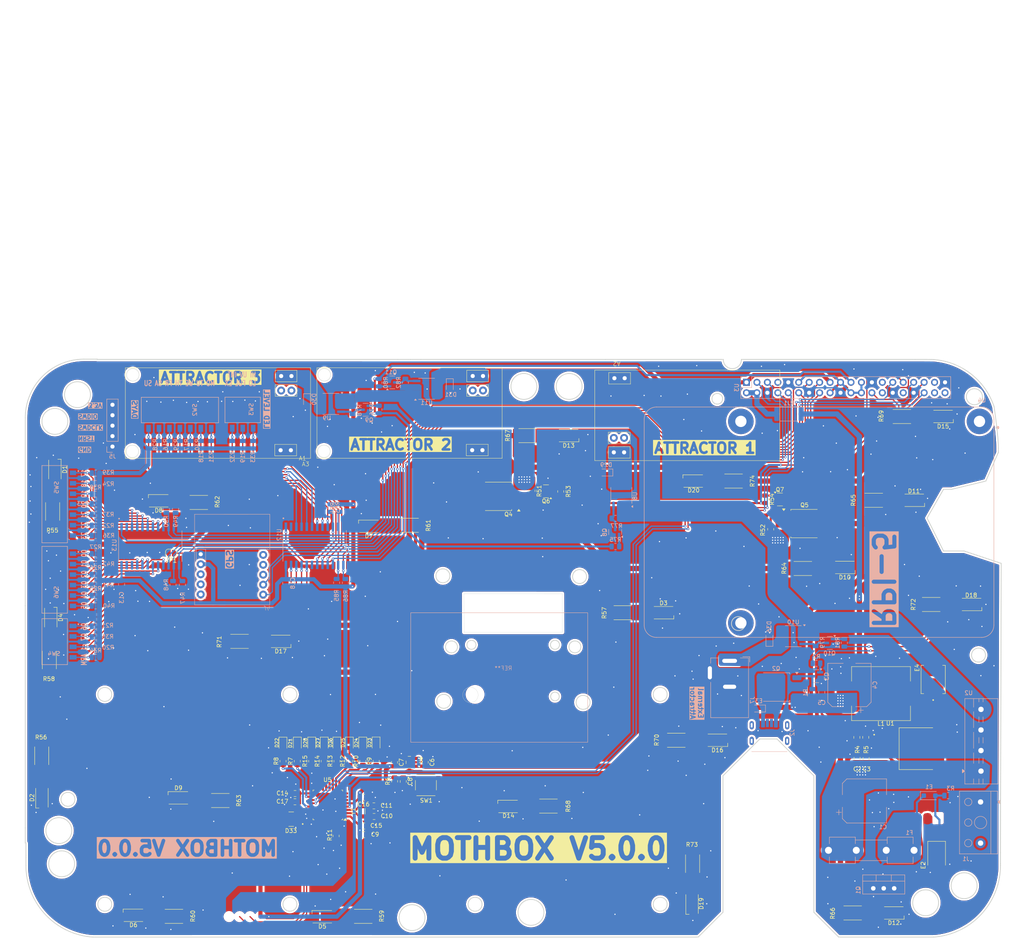
<source format=kicad_pcb>
(kicad_pcb (version 20241229) (generator "pcbnew") (generator_version "9.0")
  (title_block (title "Mothbox Mainboard") (date "2025-05-11") (rev "5.0.0"))
  (layers (0 "F.Cu" signal) (2 "B.Cu" signal) (13 "F.Paste" user) (15 "B.Paste" user) (5 "F.SilkS" user "F.Silkscreen") (7 "B.SilkS" user "B.Silkscreen") (1 "F.Mask" user) (3 "B.Mask" user) (25 "Edge.Cuts" user))
  (net 0 "")
  (net 1 "GND")
  (net 2 "/Power/PWR_IN")
  (net 3 "+5V")
  (net 4 "+3.3V")
  (net 5 "/RPI5+MCU/OSC_OUT")
  (net 6 "/RPI5+MCU/NRST")
  (net 7 "/RPI5+MCU/OSC_IN")
  (net 8 "Net-(D5-A)")
  (net 9 "/Power/VBUS")
  (net 10 "Net-(D13-A)")
  (net 11 "Net-(D14-A)")
  (net 12 "Net-(D15-A)")
  (net 13 "Net-(D16-A)")
  (net 14 "Net-(D17-A)")
  (net 15 "Net-(D18-A)")
  (net 16 "Net-(D19-A)")
  (net 17 "Net-(D20-A)")
  (net 18 "Net-(D22-A)")
  (net 19 "Net-(D24-A)")
  (net 20 "/UV LED PCB/+12V_PCB2")
  (net 21 "/UV LED PCB/+12V_PCB1")
  (net 22 "/UV LED PCB/+12V_PCB3")
  (net 23 "/UV LED PCB/+12V_PCB4")
  (net 24 "/RPI5+MCU/SWDIO")
  (net 25 "/RPI5+MCU/SWDCLK")
  (net 26 "Net-(Q2-G)")
  (net 27 "Net-(Q3-B)")
  (net 28 "+12V")
  (net 29 "/Photo LED's/+12V_L_LED")
  (net 30 "Net-(Q6-B)")
  (net 31 "/Photo LED's/+12V_R_LED")
  (net 32 "/Power/FB")
  (net 33 "/RPI5+MCU/BOOT0")
  (net 34 "/RPI5+MCU/PA8")
  (net 35 "/RPI5+MCU/PA11")
  (net 36 "/RPI5+MCU/PA2")
  (net 37 "/RPI5+MCU/PA3")
  (net 38 "/RPI5+MCU/PA4")
  (net 39 "/RPI5+MCU/PA5")
  (net 40 "/RPI5+MCU/PA6")
  (net 41 "/RPI5+MCU/PA7")
  (net 42 "/GPS+Switches/Mon")
  (net 43 "/GPS+Switches/Tue")
  (net 44 "/GPS+Switches/Wed")
  (net 45 "/GPS+Switches/Thur")
  (net 46 "/GPS+Switches/Fri")
  (net 47 "/GPS+Switches/Sat")
  (net 48 "/GPS+Switches/Sun")
  (net 49 "/GPS+Switches/Hour_1")
  (net 50 "/GPS+Switches/Hour_2")
  (net 51 "/GPS+Switches/Hour_3")
  (net 52 "/GPS+Switches/Hour_4")
  (net 53 "/GPS+Switches/Hour_5")
  (net 54 "/GPS+Switches/Hour_6")
  (net 55 "/GPS+Switches/Hour_7")
  (net 56 "/GPS+Switches/Hour_8")
  (net 57 "/GPS+Switches/Hour_9")
  (net 58 "/GPS+Switches/Hour_10")
  (net 59 "/GPS+Switches/Hour_11")
  (net 60 "/GPS+Switches/Hour_12")
  (net 61 "/GPS+Switches/Hour_13")
  (net 62 "/GPS+Switches/Min_PW")
  (net 63 "/GPS+Switches/Med_PW")
  (net 64 "/GPS+Switches/Max_PW")
  (net 65 "/GPS+Switches/Seq_1")
  (net 66 "/GPS+Switches/Seq_2")
  (net 67 "/GPS+Switches/Seq_3")
  (net 68 "/GPS+Switches/Armed{slash}Disarmed")
  (net 69 "/RPI5+MCU/STM_RX")
  (net 70 "/RPI5+MCU/STM_TX")
  (net 71 "/RPI5+MCU/TimeP")
  (net 72 "Net-(RJ1-Pad2)")
  (net 73 "GPS_SCL")
  (net 74 "GPS_SDA")
  (net 75 "RPI_CTRL")
  (net 76 "S3_MUX")
  (net 77 "Net-(U1-VC)")
  (net 78 "Net-(D1-A)")
  (net 79 "Net-(D6-A)")
  (net 80 "Net-(D7-A)")
  (net 81 "Net-(D8-A)")
  (net 82 "Net-(D9-A)")
  (net 83 "Net-(D10-A)")
  (net 84 "Net-(D11-A)")
  (net 85 "Net-(D12-A)")
  (net 86 "Net-(D21-A)")
  (net 87 "Net-(D23-A)")
  (net 88 "Net-(D25-A)")
  (net 89 "Net-(D26-A)")
  (net 90 "Net-(D27-A)")
  (net 91 "Net-(D28-A)")
  (net 98 "S2_MUX")
  (net 99 "S1_MUX")
  (net 100 "Net-(Q4-G)")
  (net 101 "Net-(Q5-G)")
  (net 102 "Net-(Q7-B)")
  (net 103 "Net-(Q8-C)")
  (net 104 "Net-(Q8-B)")
  (net 105 "Net-(Q9-C)")
  (net 106 "Net-(Q9-B)")
  (net 107 "Net-(Q10-C)")
  (net 108 "Net-(Q10-B)")
  (net 109 "Net-(Q11-B)")
  (net 110 "Net-(Q11-C)")
  (net 112 "/RPI5+MCU/Save for eink")
  (net 113 "/RPI5+MCU/Save for relay 2")
  (net 114 "/RPI5+MCU/Save for relay 3")
  (net 115 "/RPI5+MCU/Save for relay")
  (net 118 "S0_MUX")
  (net 129 "Net-(D2-A)")
  (net 130 "Net-(D3-A)")
  (net 131 "Net-(D4-A)")
  (net 132 "Net-(E1-A)")
  (net 133 "Net-(E1-K)")
  (net 134 "Net-(E2-K)")
  (net 135 "Net-(E4-PadC)")
  (net 149 "/RPI5+MCU/PA12")
  (net 155 "L_LED_CTRL")
  (net 156 "UV1_CTRL")
  (net 157 "UV4_EX_CTRL")
  (net 158 "COM_I{slash}O")
  (net 159 "EN_MUX1")
  (net 160 "EN_MUX2")
  (footprint "Resistor_SMD:R_0805_2012Metric" (layer "F.Cu") (at 212.49 104.475671 -90)
    (property "Reference" "R52")
    (property "Value" "10k")
  )
  (footprint "Resistor_SMD:R_0805_2012Metric" (layer "F.Cu") (at 110.108571 160.845671 90)
    (property "Reference" "R12")
    (property "Value" "1k")
  )
  (footprint "Capacitor_SMD:C_0805_2012Metric_Pad1.18x1.45mm_HandSolder" (layer "F.Cu") (at 235.67 160.175671 90)
    (property "Reference" "C3")
    (property "Value" "0.1uF 50V")
  )
  (footprint "Resistor_SMD:R_2512_6332Metric" (layer "F.Cu") (at 220.299999 114.015671)
    (property "Reference" "R64")
    (property "Value" "170R")
  )
  (footprint "Capacitor_SMD:C_0805_2012Metric" (layer "F.Cu") (at 113.55 169.650671 180)
    (property "Reference" "C16")
    (property "Value" "0.1uF")
  )
  (footprint "XL4015:CONV_XL4015" (layer "F.Cu") (at 249.835 157.811342)
    (property "Reference" "U1")
    (property "Value" "XL4015")
  )
  (footprint "Resistor_SMD:R_2512_6332Metric" (layer "F.Cu") (at 35.3 159.540671 -90)
    (property "Reference" "R56")
    (property "Value" "170R")
  )
  (footprint "Resistor_SMD:R_0805_2012Metric" (layer "F.Cu") (at 93.95 160.845671 90)
    (property "Reference" "R8")
    (property "Value" "1k")
  )
  (footprint "Package_QFP:LQFP-32_7x7mm_P0.8mm" (layer "F.Cu") (at 104.85 171.485671 180)
    (property "Reference" "U5")
    (property "Value" "STM32L031K6Tx")
  )
  (footprint "Resistor_SMD:R_2512_6332Metric" (layer "F.Cu") (at 153.407498 81.720671)
    (property "Reference" "R67")
    (property "Value" "170R")
  )
  (footprint "Resistor_SMD:R_2512_6332Metric" (layer "F.Cu") (at 37.950001 100.155671 90)
    (property "Reference" "R55")
    (property "Value" "170R")
  )
  (footprint "Resistor_SMD:R_2512_6332Metric" (layer "F.Cu") (at 237.537664 97.442548)
    (property "Reference" "R65")
    (property "Value" "170R")
  )
  (footprint "LED_SMD:LED_Everlight-SMD3528_3.5x2.8mm_67-21ST" (layer "F.Cu") (at 261.309999 122.765671 180)
    (property "Reference" "D18")
    (property "Value" "LED")
  )
  (footprint "LED_SMD:LED_0805_2012Metric" (layer "F.Cu") (at 97.432857 156.688171 -90)
    (property "Reference" "D21")
    (property "Value" "LED")
  )
  (footprint "LED_SMD:LED_Everlight-SMD3528_3.5x2.8mm_67-21ST" (layer "F.Cu") (at 186.4375 124.765671 180)
    (property "Reference" "D3")
    (property "Value" "LED")
  )
  (footprint "LED_SMD:LED_Everlight-SMD3528_3.5x2.8mm_67-21ST" (layer "F.Cu") (at 93.379999 131.736097 180)
    (property "Reference" "D17")
    (property "Value" "LED")
  )
  (footprint "Capacitor_SMD:C_0805_2012Metric" (layer "F.Cu") (at 128.5 161.125671 -90)
    (property "Reference" "C6")
    (property "Value" "1uF")
  )
  (footprint "SK54C:DIO_SK54C" (layer "F.Cu") (at 251.98 140.993171 90)
    (property "Reference" "E4")
    (property "Value" "SK54C")
  )
  (footprint "LED_SMD:LED_Everlight-SMD3528_3.5x2.8mm_67-21ST" (layer "F.Cu") (at 193.652501 92.76567)
    (property "Reference" "D20")
    (property "Value" "LED")
  )
  (footprint "Resistor_SMD:R_0805_2012Metric" (layer "F.Cu") (at 103.950953 160.845671 90)
    (property "Reference" "R14")
    (property "Value" "1k")
  )
  (footprint "Resistor_SMD:R_2512_6332Metric" (layer "F.Cu") (at 113.450001 198.565671 180)
    (property "Reference" "R59")
    (property "Value" "170R")
  )
  (footprint "IN-PI33TBTPRPGPB:LED_IN-PI33TBTPRPGPB" (layer "F.Cu") (at 95.9425 174.935671 180)
    (property "Reference" "D33")
    (property "Value" "IN-PI33TBTPRPGPB")
  )
  (footprint "Capacitor_SMD:C_0805_2012Metric_Pad1.18x1.45mm_HandSolder" (layer "F.Cu") (at 235.59 155.055671 90)
    (property "Reference" "R5")
    (property "Value" "3.3K")
  )
  (footprint "Resistor_SMD:R_2512_6332Metric" (layer "F.Cu") (at 203.4625 92.76567 180)
    (property "Reference" "R74")
    (property "Value" "170R")
  )
  (footprint "LED_SMD:LED_Everlight-SMD3528_3.5x2.8mm_67-21ST" (layer "F.Cu") (at 63.736792 97.565672)
    (property "Reference" "D8")
    (property "Value" "LED")
  )
  (footprint "Capacitor_SMD:C_0805_2012Metric" (layer "F.Cu") (at 113.6 176.610671 180)
    (property "Reference" "C15")
    (property "Value" "0.1uF")
  )
  (footprint "LED_SMD:LED_Everlight-SMD3528_3.5x2.8mm_67-21ST" (layer "F.Cu") (at 193.372006 195.575671 90)
    (property "Reference" "D19")
    (property "Value" "LED")
  )
  (footprint "Resistor_SMD:R_0805_2012Metric" (layer "F.Cu") (at 154.47 95.128171 90)
    (property "Reference" "R51")
    (property "Value" "10k")
  )
  (footprint "LED_SMD:LED_Everlight-SMD3528_3.5x2.8mm_67-21ST" (layer "F.Cu") (at 103.500002 198.665671)
    (property "Reference" "D5")
    (property "Value" "LED")
  )
  (footprint "LED_SMD:LED_Everlight-SMD3528_3.5x2.8mm_67-21ST" (layer "F.Cu") (at 163.369998 81.720672 180)
    (property "Reference" "D13")
    (property "Value" "LED")
  )
  (footprint "LED_SMD:LED_0805_2012Metric" (layer "F.Cu") (at 116.572857 156.668171 -90)
    (property "Reference" "D23")
    (property "Value" "LED")
  )
  (footprint "Resistor_SMD:R_2512_6332Metric" (layer "F.Cu") (at 78.712501 170.415672 180)
    (property "Reference" "R63")
    (property "Value" "170R")
  )
  (footprint "Resistor_SMD:R_0805_2012Metric" (layer "F.Cu") (at 211.13 97.203171 -90)
    (property "Reference" "R54")
    (property "Value" "1k")
  )
  (footprint "LED_SMD:LED_Everlight-SMD3528_3.5x2.8mm_67-21ST" (layer "F.Cu") (at 254.379999 77.075671 180)
    (property "Reference" "D15")
    (property "Value" "LED")
  )
  (footprint "Capacitor_SMD:C_0805_2012Metric_Pad1.18x1.45mm_HandSolder" (layer "F.Cu") (at 233.47 160.125671 90)
    (property "Reference" "C2")
    (property "Value" "0.1uF 50V")
  )
  (footprint "Resistor_SMD:R_0805_2012Metric" (layer "F.Cu") (at 97.43 160.845671 90)
    (property "Reference" "R7")
    (property "Value" "1k")
  )
  (footprint "Package_TO_SOT_SMD:TO-252-2" (layer "F.Cu") (at 146.22 96.483171 180)
    (property "Reference" "Q4")
    (property "Value" "TJ10S04M3L,LXHQ")
  )
  (footprint "Resistor_SMD:R_2512_6332Metric" (layer "F.Cu") (at 158.4625 171.765671 180)
    (property "Reference" "R68")
    (property "Value" "170R")
  )
  (footprint "Resistor_SMD:R_2512_6332Metric" (layer "F.Cu") (at 189.5375 155.765671)
    (property "Reference" "R70")
    (property "Value" "170R")
  )
  (footprint "LED_SMD:LED_Everlight-SMD3528_3.5x2.8mm_67-21ST" (layer "F.Cu") (at 148.6525 171.859733)
    (property "Reference" "D14")
    (property "Value" "LED")
  )
  (footprint "Resistor_SMD:R_0805_2012Metric" (layer "F.Cu") (at 106.850671 179.025671 -90)
    (property "Reference" "R11")
    (property "Value" "10K")
  )
  (footprint "LED_SMD:LED_Everlight-SMD3528_3.5x2.8mm_67-21ST" (layer "F.Cu") (at 38.5 89.955672 -90)
    (property "Reference" "D1")
    (property "Value" "LED")
  )
  (footprint "TS-1187A-B-A-B:SW_TS-1187A-B-A-B" (layer "F.Cu") (at 128.68 166.695671)
    (property "Reference" "SW1")
    (property "Value" "SW_Push")
  )
  (footprint "Resistor_SMD:R_0805_2012Metric" (layer "F.Cu") (at 107.064762 160.845671 90)
    (property "Reference" "R13")
    (property "Value" "1k")
  )
  (footprint "Resistor_SMD:R_2512_6332Metric" (layer "F.Cu") (at 244.379999 77.075671)
    (property "Reference" "R69")
    (property "Value" "170R")
  )
  (footprint "TLV75733PDBVR:SOT95P280X145-5N" (layer "F.Cu") (at 124.66 161.125671 180)
    (property "Reference" "U6")
    (property "Value" "TLV75733PDBVR")
  )
  (footprint "LED_SMD:LED_Everlight-SMD3528_3.5x2.8mm_67-21ST" (layer "F.Cu") (at 247.385164 97.442548 180)
    (property "Reference" "D11")
    (property "Value" "LED")
  )
  (footprint "LED_SMD:LED_0805_2012Metric" (layer "F.Cu") (at 103.962857 156.688171 -90)
    (property "Reference" "D27")
    (property "Value" "LED")
  )
  (footprint "Attractor:attractor" (layer "F.Cu") (at 98.7 87.735671)
    (property "Reference" "A1")
    (property "Value" "Attractor")
    (fp_circle (center 5.2 -2.2) (end 6.5 -1.4) (stroke (width 0.1)) (fill no) (layer "Edge.Cuts"))
    (fp_circle (center 5.3 -20.8) (end 6.6 -20) (stroke (width 0.1)) (fill no) (layer "Edge.Cuts"))
  )
  (footprint "Capacitor_SMD:C_0805_2012Metric" (layer "F.Cu") (at 96.87 168.720671)
    (property "Reference" "C14")
    (property "Value" "0.1uF")
  )
  (footprint "LED_SMD:LED_Everlight-SMD3528_3.5x2.8mm_67-21ST" (layer "F.Cu") (at 57.589521 198.315671)
    (property "Reference" "D6")
    (property "Value" "LED")
  )
  (footprint "Diode_SMD:D_SMB" (layer "F.Cu") (at 252.82 183.995671 -90)
    (property "Reference" "E2")
    (property "Value" "SMBJ36A")
  )
  (footprint "Resistor_SMD:R_2512_6332Metric" (layer "F.Cu") (at 232.409999 197.740671)
    (property "Reference" "R66")
    (property "Value" "170R")
  )
  (footprint "LED_SMD:LED_Everlight-SMD3528_3.5x2.8mm_67-21ST" (layer "F.Cu") (at 68.512503 169.765672)
    (property "Reference" "D9")
    (property "Value" "LED")
  )
  (footprint "LED_SMD:LED_Everlight-SMD3528_3.5x2.8mm_67-21ST" (layer "F.Cu") (at 37.5 125.955672 -90)
    (property "Reference" "D4")
    (property "Value" "LED")
  )
  (footprint "Resistor_SMD:R_2512_6332Metric" (layer "F.Cu") (at 67.439522 198.565671 180)
    (property "Reference" "R60")
    (property "Value" "170R")
  )
  (footprint "Resistor_SMD:R_0805_2012Metric" (layer "F.Cu") (at 116.592381 160.845671 90)
    (property "Reference" "R9")
    (property "Value" "1k")
  )
  (footprint "LED_SMD:LED_Everlight-SMD3528_3.5x2.8mm_67-21ST" (layer "F.Cu") (at 242.409999 197.741981 180)
    (property "Reference" "D12")
    (property "Value" "LED")
  )
  (footprint "Capacitor_SMD:C_0805_2012Metric" (layer "F.Cu") (at 96.85 170.720671)
    (property "Reference" "C17")
    (property "Value" "1uF")
  )
  (footprint "Package_TO_SOT_SMD:SOT-23" (layer "F.Cu") (at 214.73 97.243171)
    (property "Reference" "Q7")
    (property "Value" "BC817")
  )
  (footprint "Capacitor_SMD:C_0805_2012Metric" (layer "F.Cu") (at 116.080671 174.295671 180)
    (property "Reference" "C10")
    (property "Value" "12pF")
  )
  (footprint "Resistor_SMD:R_2512_6332Metric" (layer "F.Cu") (at 251.499999 122.765671)
    (property "Reference" "R72")
    (property "Value" "170R")
  )
  (footprint "Capacitor_SMD:C_0805_2012Metric" (layer "F.Cu") (at 116.040671 171.715671 180)
    (property "Reference" "C11")
    (property "Value" "12pF")
  )
  (footprint "LED_SMD:LED_Everlight-SMD3528_3.5x2.8mm_67-21ST" (layer "F.Cu") (at 35.350001 169.74067 90)
    (property "Reference" "D2")
    (property "Value" "LED")
  )
  (footprint "Resistor_SMD:R_2512_6332Metric" (layer "F.Cu") (at 193.5 185.765671 -90)
    (property "Reference" "R73")
    (property "Value" "170R")
  )
  (footprint "Inductor_SMD:L_Chilisin_BMRG00131360" (layer "F.Cu") (at 239.3 144.423171 180)
    (property "Reference" "L1")
    (property "Value" "5A 47uH")
  )
  (footprint "LED_SMD:LED_Everlight-SMD3528_3.5x2.8mm_67-21ST" (layer "F.Cu") (at 199.5375 155.765671 180)
    (property "Reference" "D16")
    (property "Value" "LED")
  )
  (footprint "Resistor_SMD:R_0805_2012Metric" (layer "F.Cu") (at 161.45 95.298171 90)
    (property "Reference" "R53")
    (property "Value" "1k")
  )
  (footprint "Crystal:Crystal_SMD_3215-2Pin_3.2x1.5mm" (layer "F.Cu") (at 113.020671 173.035671 90)
    (property "Reference" "Y1")
    (property "Value" "32.768kHz")
  )
  (footprint "LED_SMD:LED_Everlight-SMD3528_3.5x2.8mm_67-21ST" (layer "F.Cu") (at 114.812498 103.765671)
    (property "Reference" "D7")
    (property "Value" "LED")
  )
  (footprint "LED_SMD:LED_0805_2012Metric" (layer "F.Cu") (at 93.942857 156.698171 -90)
    (property "Reference" "D22")
    (property "Value" "LED")
  )
  (footprint "LED_SMD:LED_Everlight-SMD3528_3.5x2.8mm_67-21ST" (layer "F.Cu") (at 230.5 113.765671 180)
    (property "Reference" "D10")
    (property "Value" "LED")
  )
  (footprint "Capacitor_SMD:C_0805_2012Metric_Pad1.18x1.45mm_HandSolder" (layer "F.Cu") (at 233.43 155.065671 -90)
    (property "Reference" "R4")
    (property "Value" "10K")
  )
  (footprint "Resistor_SMD:R_2512_6332Metric" (layer "F.Cu") (at 37.150001 136.255671 90)
    (property "Reference" "R58")
    (property "Value" "170R")
  )
  (footprint "Capacitor_SMD:C_0805_2012Metric" (layer "F.Cu") (at 113.59 178.700671 180)
    (property "Reference" "C9")
    (property "Value" "0.1uF")
  )
  (footprint "Resistor_SMD:R_2512_6332Metric" (layer "F.Cu") (at 176.5375 124.765671)
    (property "Reference" "R57")
    (property "Value" "170R")
  )
  (footprint "Resistor_SMD:R_2512_6332Metric" (layer "F.Cu") (at 124.712499 103.515672 180)
    (property "Reference" "R61")
    (property "Value" "170R")
  )
  (footprint "Package_TO_SOT_SMD:SOT-23" (layer "F.Cu") (at 157.87 95.248171 180)
    (property "Reference" "Q6")
    (property "Value" "BC817")
  )
  (footprint "Jumper:SolderJumper-2_P1.3mm_Open_RoundedPad1.0x1.5mm" (layer "F.Cu") (at 66.79 110.295671 180)
    (property "Reference" "JP1")
    (property "Value" "SolderJumper_2_Open")
  )
  (footprint "Attractor:attractor" (layer "F.Cu") (at 218.216361 65.286585 180)
    (property "Reference" "A2")
    (property "Value" "Attractor")
  )
  (footprint "Resistor_SMD:R_0805_2012Metric" (layer "F.Cu") (at 113.36 160.845671 90)
    (property "Reference" "R10")
    (property "Value" "1k")
  )
  (footprint "Capacitor_SMD:C_0805_2012Metric" (layer "F.Cu") (at 121.05 161.135671 -90)
    (property "Reference" "C7")
    (property "Value" "1uF")
  )
  (footprint "LED_SMD:LED_0805_2012Metric" (layer "F.Cu") (at 113.332857 156.688171 -90)
    (property "Reference" "D24")
    (property "Value" "LED")
  )
  (footprint "Resistor_SMD:R_2512_6332Metric" (layer "F.Cu") (at 83.379999 131.730671)
    (property "Reference" "R71")
    (property "Value" "170R")
  )
  (footprint "LED_SMD:LED_0805_2012Metric" (layer "F.Cu") (at 100.932857 156.688171 -90)
    (property "Reference" "D28")
    (property "Value" "LED")
  )
  (footprint "Resistor_SMD:R_2512_6332Metric" (layer "F.Cu") (at 73.486792 97.965671 180)
    (property "Reference" "R62")
    (property "Value" "170R")
  )
  (footprint "Resistor_SMD:R_0805_2012Metric" (layer "F.Cu") (at 121.07 165.735671 90)
    (property "Reference" "R6")
    (property "Value" "10K")
  )
  (footprint "Attractor:attractor" (layer "F.Cu") (at 52.138503 87.747697)
    (property "Reference" "A3")
    (property "Value" "Attractor")
    (fp_circle (center 5.2 -2.2) (end 6.5 -1.4) (stroke (width 0.1)) (fill no) (layer "Edge.Cuts"))
    (fp_circle (center 5.3 -20.8) (end 6.6 -20) (stroke (width 0.1)) (fill no) (layer "Edge.Cuts"))
  )
  (footprint "Resistor_SMD:R_0805_2012Metric" (layer "F.Cu") (at 100.93619 160.845671 90)
    (property "Reference" "R15")
    (property "Value" "1k")
  )
  (footprint "Package_TO_SOT_SMD:TO-252-2" (layer "F.Cu") (at 220.7 103.108171)
    (property "Reference" "Q5")
    (property "Value" "TJ10S04M3L,LXHQ")
  )
  (footprint "Capacitor_SMD:C_0805_2012Metric" (layer "F.Cu") (at 123.17 165.775671 -90)
    (property "Reference" "C8")
    (property "Value" "100nF")
  )
  (footprint "LED_SMD:LED_0805_2012Metric" (layer "F.Cu") (at 110.072857 156.688171 -90)
    (property "Reference" "D25")
    (property "Value" "LED")
  )
  (footprint "LED_SMD:LED_0805_2012Metric" (layer "F.Cu") (at 107.052857 156.688171 -90)
    (property "Reference" "D26")
    (property "Value" "LED")
  )
  (footprint "Diode_SMD:D_SOD-123F" (layer "B.Cu") (at 251.1 169.225671)
    (property "Reference" "E1")
    (property "Value" "BZT52Bxx")
  )
  (footprint "Diode_SMD:D_SOD-323" (layer "B.Cu") (at 212.18 131.323171 90)
    (property "Reference" "D36")
    (property "Value" "ESD12VD3B-TP")
  )
  (footprint "Resistor_SMD:R_0805_2012Metric" (layer "B.Cu") (at 230.39 132.075671 -90)
    (property "Reference" "R81")
    (property "Value" "1k")
  )
  (footprint "Package_TO_SOT_SMD:TO-252-2" (layer "B.Cu") (at 213.81 142.835671 180)
    (property "Reference" "Q2")
    (property "Value" "TJ10S04M3L,LXHQ")
  )
  (footprint "Resistor_SMD:R_0805_2012Metric" (layer "B.Cu") (at 174.765 101.845671)
    (property "Reference" "R77")
    (property "Value" "10k")
  )
  (footprint "Resistor_SMD:R_0805_2012Metric" (layer "B.Cu") (at 117.26 75.365671 -90)
    (property "Reference" "R76")
    (property "Value" "1k")
  )
  (footprint "Package_TO_SOT_SMD:SOT-23" (layer "B.Cu") (at 114.05 75.433171 180)
    (property "Reference" "Q9")
    (property "Value" "BC817")
  )
  (footprint "Connector_PinHeader_2.54mm:PinHeader_1x05_P2.54mm_Vertical" (layer "B.Cu") (at 52.5 84.385671)
    (property "Reference" "J5")
    (property "Value" "Conn_01x05_Pin")
  )
  (footprint "Resistor_SMD:R_0805_2012Metric" (layer "B.Cu") (at 222.61 144.235671 -90)
    (property "Reference" "R1")
    (property "Value" "10k")
  )
  (footprint "Resistor_SMD:R_0805_2012Metric" (layer "B.Cu") (at 69.5 117.985671 -90)
    (property "Reference" "R47")
    (property "Value" "DNP")
  )
  (footprint "Resistor_SMD:R_0805_2012Metric" (layer "B.Cu") (at 107.67 99.333171 -90)
    (property "Reference" "R84")
    (property "Value" "DNP")
  )
  (footprint "Resistor_SMD:R_0805_2012Metric" (layer "B.Cu") (at 86.68 83.925671 90)
    (property "Reference" "R33")
    (property "Value" "10k")
  )
  (footprint "Package_TO_SOT_SMD:SOT-23" (layer "B.Cu") (at 223.55 140.205671 180)
    (property "Reference" "Q3")
    (property "Value" "BC817")
  )
  (footprint "Resistor_SMD:R_0805_2012Metric" (layer "B.Cu") (at 84.16 83.925671 90)
    (property "Reference" "R19")
    (property "Value" "10k")
  )
  (footprint "Resistor_SMD:R_0805_2012Metric" (layer "B.Cu") (at 48.39 130.66229 180)
    (property "Reference" "R35")
    (property "Value" "10k")
  )
  (footprint "Resistor_SMD:R_0805_2012Metric" (layer "B.Cu") (at 81.6 83.925671 90)
    (property "Reference" "R32")
    (property "Value" "10k")
  )
  (footprint "Resistor_SMD:R_0805_2012Metric" (layer "B.Cu") (at 48.39 100.905671 180)
    (property "Reference" "R37")
    (property "Value" "10k")
  )
  (footprint "Capacitor_SMD:C_0805_2012Metric_Pad1.18x1.45mm_HandSolder" (layer "B.Cu") (at 224.9 144.105671 90)
    (property "Reference" "C5")
    (property "Value" "0.1uF 50V")
  )
  (footprint "Resistor_SMD:R_0805_2012Metric" (layer "B.Cu") (at 71.46 83.925671 90)
    (property "Reference" "R30")
    (property "Value" "10k")
  )
  (footprint "Resistor_SMD:R_0805_2012Metric" (layer "B.Cu") (at 48.39 98.325671 180)
    (property "Reference" "R23")
    (property "Value" "10k")
  )
  (footprint "Diode_SMD:D_SOD-323" (layer "B.Cu") (at 99.79 73.148171 -90)
    (property "Reference" "D30")
    (property "Value" "ESD12VD3B-TP")
  )
  (footprint "Resistor_SMD:R_0805_2012Metric" (layer "B.Cu") (at 76.48 83.925671 90)
    (property "Reference" "R31")
    (property "Value" "10k")
  )
  (footprint "Package_TO_SOT_SMD:SOT-23" (layer "B.Cu") (at 174.685 105.155671 90)
    (property "Reference" "Q8")
    (property "Value" "BC817")
  )
  (footprint "Diode_SMD:D_SOD-323" (layer "B.Cu") (at 172.51 90.685671 180)
    (property "Reference" "D29")
    (property "Value" "ESD12VD3B-TP")
  )
  (footprint "DS04-254-2-03BK-SMT1:SW_DS04-254-2-03BK-SMT" (layer "B.Cu") (at 84.15 75.478171 90)
    (property "Reference" "SW3")
    (property "Value" "Power")
  )
  (footprint "DS04-254-2-06BK-SMT:SW_DS04-254-2-06BK-SMT" (layer "B.Cu") (at 38.45 116.765671 180)
    (property "Reference" "SW6")
    (property "Value" "Hours")
  )
  (footprint "TerminalBlock:TerminalBlock_MaiXu_MX126-5.0-04P_1x04_P5.00mm" (layer "B.Cu") (at 263.6 163.265671 90)
    (property "Reference" "U2")
    (property "Value" "9V-36V to 12V 5A 60W" (hide yes))
  )
  (footprint "RASPBERRY_PI_4B_4GB:MODULE_RASPBERRY_PI_4B_4GB" (layer "B.Cu") (at 224.2375 102.763171 180)
    (property "Reference" "U4")
    (property "Value" "RASPBERRY_PI_4B_4GB")
  )
  (footprint "Capacitor_SMD:C_0805_2012Metric" (layer "B.Cu") (at 94.62 117.585671 90)
    (property "Reference" "C18")
    (property "Value" "0.1uF")
  )
  (footprint "Resistor_SMD:R_0805_2012Metric" (layer "B.Cu") (at 110.8525 75.558171 90)
    (property "Reference" "R78")
    (property "Value" "10k")
  )
  (footprint "Package_SO:SOIC-8_3.9x4.9mm_P1.27mm" (layer "B.Cu") (at 176.19 96.255671 90)
    (property "Reference" "U8")
    (property "Value" "IRF9335TRPBF")
  )
  (footprint "Resistor_SMD:R_0805_2012Metric" (layer "B.Cu") (at 48.39 105.985671 180)
    (property "Reference" "R36")
    (property "Value" "10k")
  )
  (footprint "Connector_BarrelJack:BarrelJack_GCT_DCJ200-10-A_Horizontal" (layer "B.Cu") (at 202.5 136.465671 180)
    (property "Reference" "J7")
    (property "Value" "DC Power Jack")
  )
  (footprint "Diode_SMD:D_SOD-323" (layer "B.Cu") (at 134.49 69.505671 -90)
    (property "Reference" "D31")
    (property "Value" "ESD12VD3B-TP")
  )
  (footprint "Resistor_SMD:R_0805_2012Metric" (layer "B.Cu") (at 117.26 68.835671 90)
    (property "Reference" "R80")
    (property "Value" "1k")
  )
  (footprint "Resistor_SMD:R_0805_2012Metric" (layer "B.Cu") (at 123.69 68.825671 -90)
    (property "Reference" "R82")
    (property "Value" "10k")
  )
  (footprint "Fuse:Fuseholder_Clip-5x20mm_Eaton_1A5601-01_Inline_P20.80x6.76mm_D1.70mm_Horizontal" (layer "B.Cu") (at 247.33 182.515671 180)
    (property "Reference" "F1")
    (property "Value" "7A Fuse")
  )
  (footprint "Resistor_SMD:R_0805_2012Metric" (layer "B.Cu") (at 223.61 137.065671 180)
    (property "Reference" "R2")
    (property "Value" "1k")
  )
  (footprint "Resistor_SMD:R_0805_2012Metric" (layer "B.Cu") (at 174.745 108.665671 180)
    (property "Reference" "R75")
    (property "Value" "1k")
  )
  (footprint "Resistor_SMD:R_0805_2012Metric" (layer "B.Cu") (at 48.39 103.565671 180)
    (property "Reference" "R22")
    (property "Value" "10k")
  )
  (footprint "Package_SO:SOIC-8_3.9x4.9mm_P1.27mm" (layer "B.Cu") (at 128.84 70.345671)
    (property "Reference" "U11")
    (property "Value" "IRF9335TRPBF")
  )
  (footprint "Resistor_SMD:R_0805_2012Metric" (layer "B.Cu") (at 48.39 135.585671 180)
    (property "Reference" "R34")
    (property "Value" "10k")
  )
  (footprint "Connector_PinHeader_2.54mm:PinHeader_2x20_P2.54mm_Vertical" (layer "B.Cu") (at 206.6 68.765671 -90)
    (property "Reference" "U3")
    (property "Value" "RASPBERRY_PI_5")
  )
  (footprint "Resistor_SMD:R_0805_2012Metric" (layer "B.Cu") (at 48.39 112.995671 180)
    (property "Reference" "R42")
    (property "Value" "10k")
  )
  (footprint "Resistor_SMD:R_0805_2012Metric" (layer "B.Cu") (at 48.39 90.825671 180)
    (property "Reference" "R39")
    (property "Value" "10k")
  )
  (footprint "Resistor_SMD:R_0805_2012Metric" (layer "B.Cu") (at 109.11 117.485671 90)
    (property "Reference" "R86")
    (property "Value" "DNP")
  )
  (footprint "Resistor_SMD:R_0805_2012Metric" (layer "B.Cu") (at 48.39 93.365671 180)
    (property "Reference" "R24")
    (property "Value" "10k")
  )
  (footprint "Resistor_SMD:R_0805_2012Metric" (layer "B.Cu") (at 73.99 83.925671 90)
    (property "Reference" "R18")
    (property "Value" "10k")
  )
  (footprint "Capacitor_SMD:CP_Elec_10x12.5" (layer "B.Cu") (at 235.28 170.525671)
    (property "Reference" "C1")
    (property "Value" "470uF 50V")
  )
  (footprint "Resistor_SMD:R_0805_2012Metric" (layer "B.Cu") (at 48.39 95.935671 180)
    (property "Reference" "R38")
    (property "Value" "10k")
  )
  (footprint "Resistor_SMD:R_0805_2012Metric" (layer "B.Cu") (at 105.48 99.333171 -90)
    (property "Reference" "R83")
    (property "Value" "DNP")
  )
  (footprint "Resistor_SMD:R_2512_6332Metric" (layer "B.Cu") (at 216.93 76.465671 180)
    (property "Reference" "RJ1")
    (property "Value" "0R")
  )
  (footprint "CD74HC4067M96E4:SOIC127P1030X265-24N" (layer "B.Cu") (at 101.63 108.513171 -90)
    (property "Reference" "U12")
    (property "Value" "CD74HC4067M96E4")
  )
  (footprint "Package_TO_SOT_THT:TO-220-3_Vertical" (layer "B.Cu") (at 242.5 191.765671 180)
    (property "Reference" "Q1")
    (property "Value" "IRF9540N")
  )
  (footprint "Resistor_SMD:R_0805_2012Metric" (layer "B.Cu") (at 61.23 83.925671 90)
    (property "Reference" "R28")
    (property "Value" "10k")
  )
  (footprint "Package_SO:SOIC-8_3.9x4.9mm_P1.27mm" (layer "B.Cu") (at 105.5925 74.013171 180)
    (property "Reference" "U9")
    (property "Value" "IRF9335TRPBF")
  )
  (footprint "Capacitor_SMD:C_0805_2012Metric" (layer "B.Cu") (at 54.71 117.885671 90)
    (property "Reference" "C13")
    (property "Value" "0.1uF")
  )
  (footprint "Resistor_SMD:R_0805_2012Metric" (layer "B.Cu") (at 66.32 83.925671 90)
    (property "Reference" "R29")
    (property "Value" "10k")
  )
  (footprint "DS04-254-2-04BK-SMT:SW_DS04-254-2-04BK-SMT" (layer "B.Cu") (at 38.45 131.795671 180)
    (property "Reference" "SW4")
    (property "Value" "seq tog")
  )
  (footprint "Resistor_SMD:R_0805_2012Metric" (layer "B.Cu") (at 65.6 99.585671 90)
    (property "Reference" "R50")
    (property "Value" "DNP")
  )
  (footprint "Attractor:Arducam Owlsight" (layer "B.Cu") (at 147.5 138.765671 180)
    (property "Reference" "REF**")
    (property "Value" "Arducam Owlsight")
  )
  (footprint "DS04-254-2-07BK-SMT:SW_DS04-254-2-07BK-SMT" (layer "B.Cu") (at 68.89 75.508171 90)
    (property "Reference" "SW2")
    (property "Value" "Days")
  )
  (footprint "Resistor_SMD:R_0805_2012Metric" (layer "B.Cu") (at 67.21 117.985671 -90)
    (property "Reference" "R48")
    (property "Value" "DNP")
  )
  (footprint "TYPE-C-31-M-17:TYPEC31M17" (layer "B.Cu") (at 212.18 158.515671 180)
    (property "Reference" "J2")
    (property "Value" "TYPE-C-31-M-17")
  )
  (footprint "Resistor_SMD:R_0805_2012Metric" (layer "B.Cu") (at 48.39 120.575671 180)
    (property "Reference" "R25")
    (property "Value" "10k")
  )
  (footprint "Package_SO:SOIC-8_3.9x4.9mm_P1.27mm" (layer "B.Cu") (at 217.98125 130.460671 180)
    (property "Reference" "U10")
    (property "Value" "IRF9335TRPBF")
  )
  (footprint "Resistor_SMD:R_0805_2012Metric" (layer "B.Cu") (at 48.39 133.268909 180)
    (property "Reference" "R20")
    (property "Value" "10k")
  )
  (footprint "Package_TO_SOT_SMD:SOT-23" (layer "B.Cu") (at 120.49 68.785671)
    (property "Reference" "Q11")
    (property "Value" "BC817")
  )
  (footprint "Resistor_SMD:R_0805_2012Metric" (layer "B.Cu") (at 223.40125 131.965671 90)
    (property "Reference" "R79")
    (property "Value" "10k")
  )
  (footprint "Diode_SMD:D_SOD-323" (layer "B.Cu") (at 209.61 148.055671 180)
    (property "Reference" "E3")
    (property "Value" "ESD5V0D3B")
  )
  (footprint "CD74HC4067M96E4:SOIC127P1030X265-24N" (layer "B.Cu") (at 61.69 108.603171 -90)
    (property "Reference" "U13")
    (property "Value" "CD74HC4067M96E4")
  )
  (footprint "Resistor_SMD:R_0805_2012Metric" (layer "B.Cu") (at 48.39 115.485671 180)
    (property "Reference" "R26")
    (property "Value" "10k")
  )
  (footprint "Resistor_SMD:R_0805_2012Metric" (layer "B.Cu") (at 68.89 83.925671 90)
    (property "Reference" "R17")
    (property "Value" "10k")
  )
  (footprint "Resistor_SMD:R_0805_2012Metric" (layer "B.Cu") (at 106.97 117.475671 90)
    (property "Reference" "R85")
    (property "Value" "DNP")
  )
  (footprint "Capacitor_SMD:CP_Elec_10x10" (layer "B.Cu") (at 231.63 142.335671 90)
    (property "Reference" "C4")
    (property "Value" "330uF 50V")
  )
  (footprint "GPS_MAX10:Untitled" (layer "B.Cu") (at 72.44932 100.861808)
    (property "Reference" "J4")
    (property "Value" "GPS Header" (hide yes))
  )
  (footprint "Resistor_SMD:R_0805_2012Metric" (layer "B.Cu") (at 63.75 83.925671 90)
    (property "Reference" "R16")
    (property "Value" "10k")
  )
  (footprint "TerminalBlock_RND:TerminalBlock_RND_205-00023_1x02_P10.00mm_Horizontal" (layer "B.Cu") (at 263.5 170.765671 -90)
    (property "Reference" "J1")
    (property "Value" "Screw_Terminal_01x02")
  )
  (footprint "Resistor_SMD:R_0805_2012Metric" (layer "B.Cu") (at 255.61 169.215671 180)
    (property "Reference" "R3")
    (property "Value" "10k")
  )
  (footprint "Resistor_SMD:R_0805_2012Metric" (layer "B.Cu") (at 48.39 110.455671 180)
    (property "Reference" "R27")
    (property "Value" "10k")
  )
  (footprint "Package_TO_SOT_SMD:SOT-23" (layer "B.Cu") (at 226.88 132.113171 180)
    (property "Reference" "Q10")
    (property "Value" "BC817")
  )
  (footprint "Resistor_SMD:R_0805_2012Metric" (layer "B.Cu") (at 67.83 99.575671 90)
    (property "Reference" "R49")
    (property "Value" "DNP")
  )
  (footprint "Resistor_SMD:R_0805_2012Metric" (layer "B.Cu") (at 48.39 128.055671 180)
    (property "Reference" "R21")
    (property "Value" "10k")
  )
  (footprint "DS04-254-2-07BK-SMT:SW_DS04-254-2-07BK-SMT" (layer "B.Cu") (at 38.45 98.385671 180)
    (property "Reference" "SW5")
    (property "Value" "Hours")
  )
  (footprint "Resistor_SMD:R_0805_2012Metric" (layer "B.Cu") (at 48.39 118.045671 180)
    (property "Reference" "R41")
    (property "Value" "10k")
  )
  (footprint "Resistor_SMD:R_0805_2012Metric" (layer "B.Cu") (at 48.39 123.105671 180)
    (property "Reference" "R40")
    (property "Value" "10k")
  )
  (gr_rect (start 57.510479 196.765671) (end 65.48952 200.265671) (stroke (width 0.2)) (fill yes) (layer "F.Cu") (net 79))
  (gr_rect (start 35.250001 125.805671) (end 39.000001 134.155671) (stroke (width 0.2)) (fill yes) (layer "F.Cu") (net 131))
  (gr_rect (start 191.78 187.56567) (end 195.15 195.72567) (stroke (width 0.2)) (fill yes) (layer "F.Cu") (net 16))
  (gr_rect (start 253.279998 121.095671) (end 261.439998 124.465671) (stroke (width 0.2)) (fill yes) (layer "F.Cu") (net 15))
  (gr_rect (start 193.502501 91.02567) (end 201.662501 94.39567) (stroke (width 0.2)) (fill yes) (layer "F.Cu") (net 17))
  (gr_rect (start 155.42 80.080671) (end 163.58 83.450671) (stroke (width 0.2)) (fill yes) (layer "F.Cu") (net 10))
  (gr_rect (start 85.42 130.080671) (end 93.58 133.450671) (stroke (width 0.2)) (fill yes) (layer "F.Cu") (net 14))
  (gr_rect (start 178.537501 122.965671) (end 186.5375 126.515671) (stroke (width 0.2)) (fill yes) (layer "F.Cu") (net 130))
  (gr_rect (start 239.360163 95.787548) (end 247.520163 99.157548) (stroke (width 0.2)) (fill yes) (layer "F.Cu") (net 84))
  (gr_rect (start 246.42 75.395671) (end 254.58 78.765671) (stroke (width 0.2)) (fill yes) (layer "F.Cu") (net 12))
  (gr_rect (start 222.3 112.015671) (end 230.6 115.715672) (stroke (width 0.2)) (fill yes) (layer "F.Cu") (net 83))
  (gr_rect (start 63.56321 96.165672) (end 71.436791 99.765671) (stroke (width 0.2)) (fill yes) (layer "F.Cu") (net 81))
  (gr_rect (start 68.312502 168.615672) (end 76.512502 172.165672) (stroke (width 0.2)) (fill yes) (layer "F.Cu") (net 82))
  (gr_rect (start 33.5 161.690671) (end 37.4 169.840671) (stroke (width 0.2)) (fill yes) (layer "F.Cu") (net 129))
  (gr_rect (start 191.557501 154.085671) (end 199.717501 157.455671) (stroke (width 0.2)) (fill yes) (layer "F.Cu") (net 13))
  (gr_rect (start 148.482501 170.145671) (end 156.642501 173.515671) (stroke (width 0.2)) (fill yes) (layer "F.Cu") (net 11))
  (gr_rect (start 103.25 196.765671) (end 111.5 200.365672) (stroke (width 0.2)) (fill yes) (layer "F.Cu") (net 8))
  (gr_rect (start 36.250002 89.805671) (end 39.750001 98.005671) (stroke (width 0.2)) (fill yes) (layer "F.Cu") (net 78))
  (gr_rect (start 114.762498 101.915672) (end 122.612498 105.415672) (stroke (width 0.2)) (fill yes) (layer "F.Cu") (net 80))
  (gr_rect (start 234.4 196.040671) (end 242.56 199.410671) (stroke (width 0.2)) (fill yes) (layer "F.Cu") (net 85))
  (gr_line (start 31.305965 77.3915) (end 31.305965 123.069495) (stroke (width 0.2)) (layer "Edge.Cuts"))
  (gr_circle (center 152.5 69.765671) (end 149.35 69.765671) (stroke (width 0.2)) (fill no) (layer "Edge.Cuts"))
  (gr_line (start 172.299292 63.18874) (end 172.299292 63.188669) (stroke (width 0.2)) (layer "Edge.Cuts"))
  (gr_line (start 127.435292 63.188669) (end 127.435292 63.18874) (stroke (width 0.2)) (layer "Edge.Cuts"))
  (gr_curve (pts (xy 41.144397 201.82459) (xy 43.201476 202.847654) (xy 45.4405 203.454475) (xy 47.732648 203.610146)) (stroke (width 0.2)) (layer "Edge.Cuts"))
  (gr_line (start 31.306011 123.069495) (end 31.306011 177.054949) (stroke (width 0.2)) (layer "Edge.Cuts"))
  (gr_curve (pts (xy 258.514165 65.028588) (xy 260.453107 66.021084) (xy 262.179955 67.382327) (xy 263.597772 69.035912)) (stroke (width 0.2)) (layer "Edge.Cuts"))
  (gr_circle (center 44 71.765671) (end 40.85 71.765671) (stroke (width 0.2)) (fill no) (layer "Edge.Cuts"))
  (gr_line (start 229.006802 203.610261) (end 252.06268 203.610261) (stroke (width 0.2)) (layer "Edge.Cuts"))
  (gr_line (start 256.5 94.765671) (end 264.785355 92.765671) (stroke (width 0.2)) (layer "Edge.Cuts"))
  (gr_circle (center 140.629916 195.625028) (end 138.929916 195.625028) (stroke (width 0.2)) (fill no) (layer "Edge.Cuts"))
  (gr_circle (center 166.889014 146.554763) (end 165.189014 146.554763) (stroke (width 0.2)) (fill no) (layer "Edge.Cuts"))
  (gr_circle (center 139.5 144.765671) (end 141.085786 143.765671) (stroke (width 0.05)) (fill no) (layer "Edge.Cuts"))
  (gr_line (start 31.465011 180.772241) (end 31.465011 183.722241) (stroke (width 0.2)) (layer "Edge.Cuts"))
  (gr_circle (center 262 72.265671) (end 260.05 72.265671) (stroke (width 0.2)) (fill no) (layer "Edge.Cuts"))
  (gr_line (start 267.814644 84.740727) (end 267.814644 85.801026) (stroke (width 0.2)) (layer "Edge.Cuts"))
  (gr_circle (center 50.629916 144.625028) (end 48.929916 144.625028) (stroke (width 0.2)) (fill no) (layer "Edge.Cuts"))
  (gr_circle (center 163.5 69.765671) (end 160.35 69.765671) (stroke (width 0.2)) (fill no) (layer "Edge.Cuts"))
  (gr_curve (pts (xy 263.597772 69.035912) (xy 265.015706 70.689632) (xy 266.097509 72.604194) (xy 266.782453 74.672081)) (stroke (width 0.2)) (layer "Edge.Cuts"))
  (gr_circle (center 160.051016 132.571262) (end 158.951016 132.571262) (stroke (width 0.2)) (fill no) (layer "Edge.Cuts"))
  (gr_circle (center 166.032305 115.97385) (end 164.332305 115.97385) (stroke (width 0.2)) (fill no) (layer "Edge.Cuts"))
  (gr_line (start 31.305965 123.069495) (end 31.306011 123.069495) (stroke (width 0.2)) (layer "Edge.Cuts"))
  (gr_line (start 268.332009 185.75213) (end 268.332009 186.20025) (stroke (width 0.2)) (layer "Edge.Cuts"))
  (gr_circle (center 263 135.065671) (end 261.3 135.065671) (stroke (width 0.2)) (fill no) (layer "Edge.Cuts"))
  (gr_line (start 214.006802 155.451881) (end 222.977513 164.422592) (stroke (width 0.2)) (layer "Edge.Cuts"))
  (gr_line (start 268.514644 112.765671) (end 259.485355 109.765671) (stroke (width 0.2)) (layer "Edge.Cuts"))
  (gr_line (start 121.84851 63.18874) (end 48.800515 63.18874) (stroke (width 0.2)) (layer "Edge.Cuts"))
  (gr_circle (center 125.312424 198.878433) (end 122.162424 198.878433) (stroke (width 0.2)) (fill no) (layer "Edge.Cuts"))
  (gr_line (start 137.93 120.131342) (end 137.96 129.511342) (stroke (width 0.05)) (layer "Edge.Cuts"))
  (gr_line (start 254.5 94.765671) (end 256.5 94.765671) (stroke (width 0.2)) (layer "Edge.Cuts"))
  (gr_circle (center 259.5 191.115671) (end 256.35 191.115671) (stroke (width 0.2)) (fill no) (layer "Edge.Cuts"))
  (gr_circle (center 164.901016 133.071262) (end 163.451016 133.071262) (stroke (width 0.2)) (fill no) (layer "Edge.Cuts"))
  (gr_line (start 121.84851 63.188494) (end 121.84851 63.18874) (stroke (width 0.2)) (layer "Edge.Cuts"))
  (gr_line (start 31.306011 177.054949) (end 31.305698 177.054949) (stroke (width 0.2)) (layer "Edge.Cuts"))
  (gr_line (start 252.078186 203.609203) (end 252.064372 203.610146) (stroke (width 0.2)) (layer "Edge.Cuts"))
  (gr_circle (center 39.45709 177.721972) (end 36.30709 177.721972) (stroke (width 0.2)) (fill no) (layer "Edge.Cuts"))
  (gr_circle (center 185.629916 144.625028) (end 183.929916 144.625028) (stroke (width 0.2)) (fill no) (layer "Edge.Cuts"))
  (gr_circle (center 95.629916 195.625028) (end 93.929916 195.625028) (stroke (width 0.2)) (fill no) (layer "Edge.Cuts"))
  (gr_line (start 194.854224 203.610261) (end 200.883513 197.580972) (stroke (width 0.2)) (layer "Edge.Cuts"))
  (gr_circle (center 132.814021 115.79429) (end 131.114021 115.79429) (stroke (width 0.2)) (fill no) (layer "Edge.Cuts"))
  (gr_line (start 48.800515 63.18874) (end 48.800515 63.141495) (stroke (width 0.2)) (layer "Edge.Cuts"))
  (gr_circle (center 50.629916 195.625028) (end 48.929916 195.625028) (stroke (width 0.2)) (fill no) (layer "Edge.Cuts"))
  (gr_circle (center 40.14413 185.791634) (end 36.99413 185.791634) (stroke (width 0.2)) (fill no) (layer "Edge.Cuts"))
  (gr_line (start 254.5 109.765671) (end 250.5 101.765671) (stroke (width 0.2)) (layer "Edge.Cuts"))
  (gr_curve (pts (xy 31.65392 188.760895) (xy 31.530983 187.932214) (xy 31.465011 187.148841) (xy 31.465011 186.20025)) (stroke (width 0.2)) (layer "Edge.Cuts"))
  (gr_line (start 252.064372 203.610146) (end 252.06268 203.610261) (stroke (width 0.2)) (layer "Edge.Cuts"))
  (gr_line (start 161.85 129.511342) (end 161.82 120.141342) (stroke (width 0.05)) (layer "Edge.Cuts"))
  (gr_circle (center 95.629916 144.625028) (end 93.929916 144.625028) (stroke (width 0.2)) (fill no) (layer "Edge.Cuts"))
  (gr_curve (pts (xy 247.518545 63.18874) (xy 251.044335 63.18874) (xy 251.536256 63.18874) (xy 252.188516 63.239773)) (stroke (width 0.2)) (layer "Edge.Cuts"))
  (gr_line (start 124.94851 63.18874) (end 124.94851 63.188494) (stroke (width 0.2)) (layer "Edge.Cuts"))
  (gr_line (start 172.299292 63.18874) (end 200.967313 63.18874) (stroke (width 0.2)) (layer "Edge.Cuts"))
  (gr_curve (pts (xy 32.079858 190.791491) (xy 31.879285 190.056039) (xy 31.746174 189.382749) (xy 31.65392 188.760895)) (stroke (width 0.2)) (layer "Edge.Cuts"))
  (gr_line (start 222.977513 197.580972) (end 229.006802 203.610261) (stroke (width 0.2)) (layer "Edge.Cuts"))
  (gr_curve (pts (xy 36.899536 198.85453) (xy 38.156676 200.048213) (xy 39.586933 201.050003) (xy 41.144397 201.82459)) (stroke (width 0.2)) (layer "Edge.Cuts"))
  (gr_line (start 47.732648 203.610146) (end 47.73434 203.610261) (stroke (width 0.2)) (layer "Edge.Cuts"))
  (gr_line (start 172.299292 63.188669) (end 127.435292 63.188669) (stroke (width 0.2)) (layer "Edge.Cuts"))
  (gr_line (start 200.883513 197.580972) (end 200.883513 164.422592) (stroke (width 0.2)) (layer "Edge.Cuts"))
  (gr_line (start 47.73434 203.610261) (end 194.854224 203.610261) (stroke (width 0.2)) (layer "Edge.Cuts"))
  (gr_line (start 137.96 129.511342) (end 161.85 129.511342) (stroke (width 0.05)) (layer "Edge.Cuts"))
  (gr_line (start 161.82 120.141342) (end 137.93 120.131342) (stroke (width 0.05)) (layer "Edge.Cuts"))
  (gr_curve (pts (xy 261.602021 199.969195) (xy 258.869583 202.096576) (xy 255.515043 203.373049) (xy 252.078186 203.609203)) (stroke (width 0.2)) (layer "Edge.Cuts"))
  (gr_line (start 250.5 101.765671) (end 254.5 94.765671) (stroke (width 0.2)) (layer "Edge.Cuts"))
  (gr_line (start 205.366169 63.18874) (end 205.416741 63.18874) (stroke (width 0.2)) (layer "Edge.Cuts"))
  (gr_curve (pts (xy 268.082379 189.141232) (xy 267.988713 189.689023) (xy 267.852217 190.308451) (xy 267.690244 190.889074)) (stroke (width 0.2)) (layer "Edge.Cuts"))
  (gr_line (start 48.800515 63.141495) (end 45.55597 63.141495) (stroke (width 0.2)) (layer "Edge.Cuts"))
  (gr_circle (center 199.5 72.765671) (end 198.2 72.765671) (stroke (width 0.2)) (fill no) (layer "Edge.Cuts"))
  (gr_line (start 200.883513 164.422592) (end 209.854224 155.451881) (stroke (width 0.2)) (layer "Edge.Cuts"))
  (gr_curve (pts (xy 268.332009 186.20025) (xy 268.332009 187.395629) (xy 268.254475 188.134755) (xy 268.082379 189.141232)) (stroke (width 0.2)) (layer "Edge.Cuts"))
  (gr_circle (center 139.751016 132.571262) (end 138.651016 132.571262) (stroke (width 0.2)) (fill no) (layer "Edge.Cuts"))
  (gr_curve (pts (xy 267.690244 190.889074) (xy 266.694993 194.456756) (xy 264.529161 197.690226) (xy 261.602021 199.969195)) (stroke (width 0.2)) (layer "Edge.Cuts"))
  (gr_line (start 268.332009 183.104949) (end 268.332009 185.75213) (stroke (width 0.2)) (layer "Edge.Cuts"))
  (gr_line (start 31.465011 186.20025) (end 31.465011 184.245397) (stroke (width 0.2)) (layer "Edge.Cuts"))
  (gr_line (start 124.94851 63.18874) (end 127.435292 63.18874) (stroke (width 0.2)) (layer "Edge.Cuts"))
  (gr_circle (center 154.218066 197.602727) (end 151.068066 197.602727) (stroke (width 0.2)) (fill no) (layer "Edge.Cuts"))
  (gr_line (start 268.332009 183.104949) (end 268.514644 112.765671) (stroke (width 0.2)) (layer "Edge.Cuts"))
  (gr_curve (pts (xy 36.899536 198.85453) (xy 35.437246 197.466053) (xy 34.217 195.819147) (xy 33.314932 194.019416)) (stroke (width 0.2)) (layer "Edge.Cuts"))
  (gr_line (start 31.305698 177.054949) (end 31.305698 180.772241) (stroke (width 0.2)) (layer "Edge.Cuts"))
  (gr_circle (center 160.051016 145.121262) (end 159.001016 145.121262) (stroke (width 0.2)) (fill no) (layer "Edge.Cuts"))
  (gr_circle (center 41.676435 170.125028) (end 39.976435 170.125028) (stroke (width 0.2)) (fill no) (layer "Edge.Cuts"))
  (gr_line (start 31.465011 184.245397) (end 31.465011 183.722241) (stroke (width 0.2)) (layer "Edge.Cuts"))
  (gr_line (start 267.814644 85.801026) (end 267.814644 85.821737) (stroke (width 0.2)) (layer "Edge.Cuts"))
  (gr_line (start 259.485355 109.765671) (end 254.5 109.765671) (stroke (width 0.2)) (layer "Edge.Cuts"))
  (gr_curve (pts (xy 266.782453 74.672081) (xy 267.814644 81.799574) (xy 267.814644 83.880551) (xy 267.814644 84.740727)) (stroke (width 0.2)) (layer "Edge.Cuts"))
  (gr_line (start 209.854224 155.451881) (end 214.006802 155.451881) (stroke (width 0.2)) (layer "Edge.Cuts"))
  (gr_line (start 31.305698 180.772241) (end 31.465011 180.772241) (stroke (width 0.2)) (layer "Edge.Cuts"))
  (gr_line (start 267.814644 85.821737) (end 264.785355 92.765671) (stroke (width 0.2)) (layer "Edge.Cuts"))
  (gr_arc (start 205.366169 63.18874) (mid 203.166741 65.43874) (end 200.967313 63.18874) (stroke (width 0.2)) (layer "Edge.Cuts"))
  (gr_circle (center 134.901016 133.071262) (end 133.451016 133.071262) (stroke (width 0.2)) (fill no) (layer "Edge.Cuts"))
  (gr_arc (start 31.305965 77.3915) (mid 35.479694 67.315225) (end 45.55597 63.141495) (stroke (width 0.2)) (layer "Edge.Cuts"))
  (gr_curve (pts (xy 252.188516 63.239773) (xy 254.394458 63.412367) (xy 256.544515 64.020374) (xy 258.514165 65.028588)) (stroke (width 0.2)) (layer "Edge.Cuts"))
  (gr_line (start 222.977513 164.422592) (end 222.977513 197.580972) (stroke (width 0.2)) (layer "Edge.Cuts"))
  (gr_circle (center 250.15 195.265671) (end 247 195.265671) (stroke (width 0.2)) (fill no) (layer "Edge.Cuts"))
  (gr_circle (center 38.5 78.265671) (end 35.35 78.265671) (stroke (width 0.2)) (fill no) (layer "Edge.Cuts"))
  (gr_circle (center 204.64158 127.406266) (end 202.94158 127.406266) (stroke (width 0.2)) (fill no) (layer "Edge.Cuts"))
  (gr_circle (center 185.629916 195.625028) (end 183.929916 195.625028) (stroke (width 0.2)) (fill no) (layer "Edge.Cuts"))
  (gr_line (start 205.416741 63.18874) (end 247.518545 63.18874) (stroke (width 0.2)) (layer "Edge.Cuts"))
  (gr_circle (center 133.019722 146.306636) (end 131.319722 146.306636) (stroke (width 0.2)) (fill no) (layer "Edge.Cuts"))
  (gr_line (start 124.94851 63.188494) (end 121.84851 63.188494) (stroke (width 0.2)) (layer "Edge.Cuts"))
  (gr_curve (pts (xy 33.314932 194.019416) (xy 32.798452 192.988977) (xy 32.384315 191.907858) (xy 32.079858 190.791491)) (stroke (width 0.2)) (layer "Edge.Cuts"))
  (gr_text "ATTRACTOR 1" (at 183.86 86.235671 0) (layer "F.SilkS" knockout) (effects (font (size 2.5 2.5) (thickness 0.625) (bold yes)) (justify left bottom)))
  (gr_text "ATTRACTOR 3" (at 63.75 69.105671 0) (layer "F.SilkS" knockout) (effects (font (size 2.5 2.5) (thickness 0.625) (bold yes)) (justify left bottom)))
  (gr_text "ATTRACTOR 2" (at 109.99 85.415671 0) (layer "F.SilkS" knockout) (effects (font (size 2.5 2.5) (thickness 0.625) (bold yes)) (justify left bottom)))
  (gr_text "MOTHBOX V5.0.0" (at 124.09 185.105671 0) (layer "F.SilkS" knockout) (effects (font (size 5 5) (thickness 1.2) (bold yes)) (justify left bottom)))
  (gr_text "SWDIO" (at 44.045238 76.453171 -180) (layer "B.SilkS" knockout) (effects (font (size 1 1) (thickness 0.25) (bold yes)) (justify left bottom mirror)))
  (gr_text "GND" (at 44.045238 84.515671 -180) (layer "B.SilkS" knockout) (effects (font (size 1 1) (thickness 0.25) (bold yes)) (justify left bottom mirror)))
  (gr_text "17 18 19 20 21 22 23" (at 46.4 89.805671 90) (layer "B.SilkS") (effects (font (size 1.3 0.95) (thickness 0.2) (bold yes)) (justify left bottom mirror)))
  (gr_text "GPS" (at 80.000164 111.765671 270) (layer "B.SilkS" knockout) (effects (font (size 1.5 1.5) (thickness 0.35) (bold yes)) (justify bottom mirror)))
  (gr_text "MOTHBOX V5.0.0" (at 92.97 184.135671 0) (layer "B.SilkS" knockout) (effects (font (size 3.5 3.5) (thickness 0.875) (bold yes)) (justify left bottom mirror)))
  (gr_text "DAYS" (at 57.15 77.785671 270) (layer "B.SilkS" knockout) (effects (font (size 1.2 1.2) (thickness 0.3) (bold yes)) (justify left bottom mirror)))
  (gr_text "MO TU WE TH FR SA SU" (at 77.5 69.765671 0) (layer "B.SilkS") (effects (font (size 1.3 0.95) (thickness 0.2) (bold yes)) (justify left bottom mirror)))
  (gr_text "SWDCLK" (at 44.045238 79.140671 -180) (layer "B.SilkS" knockout) (effects (font (size 1 1) (thickness 0.25) (bold yes)) (justify left bottom mirror)))
  (gr_text "00 01 02 03 04 05" (at 46.4 109.305671 90) (layer "B.SilkS") (effects (font (size 1.3 0.95) (thickness 0.2) (bold yes)) (justify left bottom mirror)))
  (gr_text "External\nAttractor" (at 194.5 146.765671 270) (layer "B.SilkS" knockout) (effects (font (size 1.2 1.2) (thickness 0.25) (bold yes)) (justify mirror)))
  (gr_text "NRST" (at 44.045238 81.828171 -180) (layer "B.SilkS" knockout) (effects (font (size 1 1) (thickness 0.25) (bold yes)) (justify left bottom mirror)))
  (gr_text "HI UV INT\nLO FUL EX" (at 87.5 69.765671 0) (layer "B.SilkS") (effects (font (size 1.3 0.95) (thickness 0.2) (bold yes)) (justify left bottom mirror)))
  (gr_text "3.3V" (at 46.5 73.765671 -180) (layer "B.SilkS" knockout) (effects (font (size 1 1) (thickness 0.25) (bold yes)) (justify left bottom mirror)))
  (gr_text "RPI-5" (at 236.88 116.755671 270) (layer "B.SilkS" knockout) (effects (font (size 5 5) (thickness 1) (bold yes)) (justify bottom mirror)))
  (gr_text "06 07 c1 ARM" (at 46.36 127.115671 90) (layer "B.SilkS") (effects (font (size 1.3 0.95) (thickness 0.2) (bold yes)) (justify left bottom mirror)))
  (gr_text "LED LEVEL" (at 89.23 80.2125 270) (layer "B.SilkS" knockout) (effects (font (size 1.2 1.2) (thickness 0.3) (bold yes)) (justify left bottom mirror)))
  (segment (start 216.76 68.765671) (end 215.48 70.045671) (width 0.3048) (layer "F.Cu") (net 1))
  (segment (start 245.96 67.195671) (end 245.97 67.185671) (width 0.3048) (layer "F.Cu") (net 1))
  (segment (start 245.96 70.025671) (end 247.24 71.305671) (width 0.3048) (layer "F.Cu") (net 1))
  (segment (start 212.94 70.045671) (end 211.68 71.305671) (width 0.3048) (layer "F.Cu") (net 1))
  (segment (start 245.96 70.025671) (end 245.96 67.195671) (width 0.3048) (layer "F.Cu") (net 1))
  (segment (start 243.44 70.025671) (end 245.96 70.025671) (width 0.3048) (layer "F.Cu") (net 1))
  (segment (start 215.48 70.045671) (end 212.94 70.045671) (width 0.3048) (layer "F.Cu") (net 1))
  (segment (start 242.16 71.305671) (end 243.44 70.025671) (width 0.3048) (layer "F.Cu") (net 1))
  (via (at 210.45 137.805671) (size 0.6) (drill 0.3) (layers "F.Cu" "B.Cu") (net 1))
  (via (at 218.66 135.635671) (size 0.6) (drill 0.3) (layers "F.Cu" "B.Cu") (net 1))
  (via (at 102.49 185.985671) (size 0.6) (drill 0.3) (layers "F.Cu" "B.Cu") (net 1))
  (via (at 137.43 167.285671) (size 0.6) (drill 0.3) (layers "F.Cu" "B.Cu") (net 1))
  (via (at 32.47 91.275671) (size 0.6) (drill 0.3) (layers "F.Cu" "B.Cu") (net 1))
  (via (at 36.93 112.135671) (size 0.6) (drill 0.3) (layers "F.Cu" "B.Cu") (net 1))
  (via (at 180.64 173.905671) (size 0.6) (drill 0.3) (layers "F.Cu" "B.Cu") (net 1))
  (via (at 215.86 64.455671) (size 0.6) (drill 0.3) (layers "F.Cu" "B.Cu") (net 1))
  (via (at 231.76 159.165671) (size 0.6) (drill 0.3) (layers "F.Cu" "B.Cu") (net 1))
  (via (at 214.51 125.765671) (size 0.6) (drill 0.3) (layers "F.Cu" "B.Cu") (net 1))
  (via (at 102.49 155.425671) (size 0.6) (drill 0.3) (layers "F.Cu" "B.Cu") (net 1))
  (via (at 104.59 188.305671) (size 0.6) (drill 0.3) (layers "F.Cu" "B.Cu") (net 1))
  (via (at 226.36 189.085671) (size 0.6) (drill 0.3) (layers "F.Cu" "B.Cu") (net 1))
  (via (at 247.97 87.135671) (size 0.6) (drill 0.3) (layers "F.Cu" "B.Cu") (net 1))
  (via (at 41.4 150.645671) (size 0.6) (drill 0.3) (layers "F.Cu" "B.Cu") (net 1))
  (via (at 189.38 121.885671) (size 0.6) (drill 0.3) (layers "F.Cu" "B.Cu") (net 1))
  (via (at 58.13 119.395671) (size 0.6) (drill 0.3) (layers "F.Cu" "B.Cu") (net 1))
  (via (at 94.64 169.325671) (size 0.6) (drill 0.3) (layers "F.Cu" "B.Cu") (net 1))
  (via (at 115.68 178.425671) (size 0.6) (drill 0.3) (layers "F.Cu" "B.Cu") (net 1))
  (via (at 64.26 73.575671) (size 0.6) (drill 0.3) (layers "F.Cu" "B.Cu") (net 1))
  (via (at 191.95 164.295671) (size 0.6) (drill 0.3) (layers "F.Cu" "B.Cu") (net 1))
  (via (at 224.4 117.675671) (size 0.6) (drill 0.3) (layers "F.Cu" "B.Cu") (net 1))
  (via (at 115.68 168.395671) (size 0.6) (drill 0.3) (layers "F.Cu" "B.Cu") (net 1))
  (via (at 244.58 65.685671) (size 0.6) (drill 0.3) (layers "F.Cu" "B.Cu") (net 1))
  (via (at 104.02 135.215671) (size 0.6) (drill 0.3) (layers "F.Cu" "B.Cu") (net 1))
  (via (at 38.12 86.495671) (size 0.6) (drill 0.3) (layers "F.Cu" "B.Cu") (net 1))
  (via (at 103.66 172.715671) (size 0.6) (drill 0.3) (layers "F.Cu" "B.Cu") (net 1))
  (via (at 217.95 129.615671) (size 0.6) (drill 0.3) (layers "F.Cu" "B.Cu") (net 1))
  (via (at 114.54 132.785671) (size 0.6) (drill 0.3) (layers "F.Cu" "B.Cu") (net 1))
  (via (at 211.26 129.445671) (size 0.6) (drill 0.3) (layers "F.Cu" "B.Cu") (net 1))
  (via (at 228.12 122.505671) (size 0.6) (drill 0.3) (layers "F.Cu" "B.Cu") (net 1))
  (via (at 84.68 73.095671) (size 0.6) (drill 0.3) (layers "F.Cu" "B.Cu") (net 1))
  (via (at 247.79 100.345671) (size 0.6) (drill 0.3) (layers "F.Cu" "B.Cu") (net 1))
  (via (at 258.2 70.115671) (size 0.6) (drill 0.3) (layers "F.Cu" "B.Cu") (net 1))
  (via (at 32.68 94.085671) (size 0.6) (drill 0.3) (layers "F.Cu" "B.Cu") (net 1))
  (via (at 237.4 153.385671) (size 0.6) (drill 0.3) (layers "F.Cu" "B.Cu") (net 1))
  (via (at 147.72 168.025671) (size 0.6) (drill 0.3) (layers "F.Cu" "B.Cu") (net 1))
  (via (at 141.4 90.545671) (size 0.6) (drill 0.3) (layers "F.Cu" "B.Cu") (net 1))
  (via (at 229.5 137.915671) (size 0.6) (drill 0.3) (layers "F.Cu" "B.Cu") (net 1))
  (via (at 196.47 161.595671) (size 0.6) (drill 0.3) (layers "F.Cu" "B.Cu") (net 1))
  (via (at 224.81 141.975671) (size 0.6) (drill 0.3) (layers "F.Cu" "B.Cu") (net 1))
  (via (at 230.61 151.005671) (size 0.6) (drill 0.3) (layers "F.Cu" "B.Cu") (net 1))
  (via (at 209.55 122.645671) (size 0.6) (drill 0.3) (layers "F.Cu" "B.Cu") (net 1))
  (via (at 193.36 138.985671) (size 0.6) (drill 0.3) (layers "F.Cu" "B.Cu") (net 1))
  (via (at 236.86 86.225671) (size 0.6) (drill 0.3) (layers "F.Cu" "B.Cu") (net 1))
  (via (at 256 80.105671) (size 0.6) (drill 0.3) (layers "F.Cu" "B.Cu") (net 1))
  (via (at 166.66 98.615671) (size 0.6) (drill 0.3) (layers "F.Cu" "B.Cu") (net 1))
  (via (at 190.14 152.335671) (size 0.6) (drill 0.3) (layers "F.Cu" "B.Cu") (net 1))
  (via (at 232.08 110.645671) (size 0.6) (drill 0.3) (layers "F.Cu" "B.Cu") (net 1))
  (via (at 136.97 70.385671) (size 0.6) (drill 0.3) (layers "F.Cu" "B.Cu") (net 1))
  (via (at 65.43 117.775671) (size 0.6) (drill 0.3) (layers "F.Cu" "B.Cu") (net 1))
  (via (at 152.29 174.875671) (size 0.6) (drill 0.3) (layers "F.Cu" "B.Cu") (net 1))
  (via (at 71.01 113.135671) (size 0.6) (drill 0.3) (layers "F.Cu" "B.Cu") (net 1))
  (via (at 117.9 80.835671) (size 0.6) (drill 0.3) (layers "F.Cu" "B.Cu") (net 1))
  (via (at 168.05 81.465671) (size 0.6) (drill 0.3) (layers "F.Cu" "B.Cu") (net 1))
  (via (at 121.15 66.795671) (size 0.6) (drill 0.3) (layers "F.Cu" "B.Cu") (net 1))
  (via (at 235.54 152.335671) (size 0.6) (drill 0.3) (layers "F.Cu" "B.Cu") (net 1))
  (via (at 85.76 97.175671) (size 0.6) (drill 0.3) (layers "F.Cu" "B.Cu") (net 1))
  (via (at 243.8 135.825671) (size 0.6) (drill 0.3) (layers "F.Cu" "B.Cu") (net 1))
  (via (at 98.46 153.705671) (size 0.6) (drill 0.3) (layers "F.Cu" "B.Cu") (net 1))
  (via (at 116.45 193.155671) (size 0.6) (drill 0.3) (layers "F.Cu" "B.Cu") (net 1))
  (via (at 192.24 71.635671) (size 0.6) (drill 0.3) (layers "F.Cu" "B.Cu") (net 1))
  (via (at 46.29 162.595671) (size 0.6) (drill 0.3) (layers "F.Cu" "B.Cu") (net 1))
  (via (at 97.05 176.955671) (size 0.6) (drill 0.3) (layers "F.Cu" "B.Cu") (net 1))
  (via (at 261.19 185.105671) (size 0.6) (drill 0.3) (layers "F.Cu" "B.Cu") (net 1))
  (via (at 61.08 133.995671) (size 0.6) (drill 0.3) (layers "F.Cu" "B.Cu") (net 1))
  (via (at 118.52 174.565671) (size 0.6) (drill 0.3) (layers "F.Cu" "B.Cu") (net 1))
  (via (at 69.03 120.305671) (size 0.6) (drill 0.3) (layers "F.Cu" "B.Cu") (net 1))
  (via (at 91.33 163.675671) (size 0.6) (drill 0.3) (layers "F.Cu" "B.Cu") (net 1))
  (via (at 52.87 119.085671) (size 0.6) (drill 0.3) (layers "F.Cu" "B.Cu") (net 1))
  (via (at 119.82 157.235671) (size 0.6) (drill 0.3) (layers "F.Cu" "B.Cu") (net 1))
  (via (at 108.81 176.615671) (size 0.6) (drill 0.3) (layers "F.Cu" "B.Cu") (net 1))
  (via (at 199.14 104.905671) (size 0.6) (drill 0.3) (layers "F.Cu" "B.Cu") (net 1))
  (via (at 212.24 129.655671) (size 0.6) (drill 0.3) (layers "F.Cu" "B.Cu") (net 1))
  (via (at 83.5 118.115671) (size 0.6) (drill 0.3) (layers "F.Cu" "B.Cu") (net 1))
  (via (at 106.95 153.595671) (size 0.6) (drill 0.3) (layers "F.Cu" "B.Cu") (net 1))
  (via (at 210.24 64.875671) (size 0.6) (drill 0.3) (layers "F.Cu" "B.Cu") (net 1))
  (via (at 54.82 120.575671) (size 0.6) (drill 0.3) (layers "F.Cu" "B.Cu") (net 1))
  (via (at 32.79 171.555671) (size 0.6) (drill 0.3) (layers "F.Cu" "B.Cu") (net 1))
  (via (at 219.44 138.425671) (size 0.6) (drill 0.3) (layers "F.Cu" "B.Cu") (net 1))
  (via (at 36.25 119.085671) (size 0.6) (drill 0.3) (layers "F.Cu" "B.Cu") (net 1))
  (via (at 40.65 135.045671) (size 0.6) (drill 0.3) (layers "F.Cu" "B.Cu") (net 1))
  (via (at 187.62 186.875671) (size 0.6) (drill 0.3) (layers "F.Cu" "B.Cu") (net 1))
  (via (at 205.99 108.645671) (size 0.6) (drill 0.3) (layers "F.Cu" "B.Cu") (net 1))
  (via (at 67.31 73.135671) (size 0.6) (drill 0.3) (layers "F.Cu" "B.Cu") (net 1))
  (via (at 32.47 97.625671) (size 0.6) (drill 0.3) (layers "F.Cu" "B.Cu") (net 1))
  (via (at 247.68 81.905671) (size 0.6) (drill 0.3) (layers "F.Cu" "B.Cu") (net 1))
  (via (at 245.97 169.535671) (size 0.6) (drill 0.3) (layers "F.Cu" "B.Cu") (net 1))
  (via (at 128.03 158.265671) (size 0.6) (drill 0.3) (layers "F.Cu" "B.Cu") (net 1))
  (via (at 207.27 118.275671) (size 0.6) (drill 0.3) (layers "F.Cu" "B.Cu") (net 1))
  (via (at 122.96 168.005671) (size 0.6) (drill 0.3) (layers "F.Cu" "B.Cu") (net 1))
  (via (at 234.88 187.105671) (size 0.6) (drill 0.3) (layers "F.Cu" "B.Cu") (net 1))
  (via (at 256.01 185.905671) (size 0.6) (drill 0.3) (layers "F.Cu" "B.Cu") (net 1))
  (via (at 40.68 122.535671) (size 0.6) (drill 0.3) (layers "F.Cu" "B.Cu") (net 1))
  (via (at 99.39 75.545671) (size 0.6) (drill 0.3) (layers "F.Cu" "B.Cu") (net 1))
  (via (at 173.01 154.505671) (size 0.6) (drill 0.3) (layers "F.Cu" "B.Cu") (net 1))
  (via (at 251.6 73.755671) (size 0.6) (drill 0.3) (layers "F.Cu" "B.Cu") (net 1))
  (via (at 102.4 89.405671) (size 0.6) (drill 0.3) (layers "F.Cu" "B.Cu") (net 1))
  (via (at 36.93 135.945671) (size 0.6) (drill 0.3) (layers "F.Cu" "B.Cu") (net 1))
  (via (at 189.98 160.835671) (size 0.6) (drill 0.3) (layers "F.Cu" "B.Cu") (net 1))
  (via (at 115.62 78.675671) (size 0.6) (drill 0.3) (layers "F.Cu" "B.Cu") (net 1))
  (via (at 157.18 99.825671) (size 0.6) (drill 0.3) (layers "F.Cu" "B.Cu") (net 1))
  (via (at 101.77 196.045671) (size 0.6) (drill 0.3) (layers "F.Cu" "B.Cu") (net 1))
  (via (at 130.37 159.735671) (size 0.6) (drill 0.3) (layers "F.Cu" "B.Cu") (net 1))
  (via (at 239.6 152.855671) (size 0.6) (drill 0.3) (layers "F.Cu" "B.Cu") (net 1))
  (via (at 238.66 168.585671) (size 0.6) (drill 0.3) (layers "F.Cu" "B.Cu") (net 1))
  (via (at 103.93 181.985671) (size 0.6) (drill 0.3) (layers "F.Cu" "B.Cu") (net 1))
  (via (at 134.69 71.395671) (size 0.6) (drill 0.3) (layers "F.Cu" "B.Cu") (net 1))
  (via (at 248.91 94.775671) (size 0.6) (drill 0.3) (layers "F.Cu" "B.Cu") (net 1))
  (via (at 32.3 102.775671) (size 0.6) (drill 0.3) (layers "F.Cu" "B.Cu") (net 1))
  (via (at 263.83 128.105671) (size 0.6) (drill 0.3) (layers "F.Cu" "B.Cu") (net 1))
  (via (at 193.56 199.565671) (size 0.6) (drill 0.3) (layers "F.Cu" "B.Cu") (net 1))
  (via (at 95.53 188.805671) (size 0.6) (drill 0.3) (layers "F.Cu" "B.Cu") (net 1))
  (via (at 97.05 166.425671) (size 0.6) (drill 0.3) (layers "F.Cu" "B.Cu") (net 1))
  (via (at 251.87 87.545671) (size 0.6) (drill 0.3) (layers "F.Cu" "B.Cu") (net 1))
  (via (at 74.52 197.035671) (size 0.6) (drill 0.3) (layers "F.Cu" "B.Cu") (net 1))
  (via (at 112.99 100.675671) (size 0.6) (drill 0.3) (layers "F.Cu" "B.Cu") (net 1))
  (via (at 80.67 103.555671) (size 0.6) (drill 0.3) (layers "F.Cu" "B.Cu") (net 1))
  (via (at 57.96 81.465671) (size 0.6) (drill 0.3) (layers "F.Cu" "B.Cu") (net 1))
  (via (at 219.62 109.115671) (size 0.6) (drill 0.3) (layers "F.Cu" "B.Cu") (net 1))
  (via (at 238.57 77.275671) (size 0.6) (drill 0.3) (layers "F.Cu" "B.Cu") (net 1))
  (via (at 162.75 189.725671) (size 0.6) (drill 0.3) (layers "F.Cu" "B.Cu") (net 1))
  (via (at 66.68 172.495671) (size 0.6) (drill 0.3) (layers "F.Cu" "B.Cu") (net 1))
  (via (at 158.36 92.075671) (size 0.6) (drill 0.3) (layers "F.Cu" "B.Cu") (net 1))
  (via (at 229.56 139.495671) (size 0.6) (drill 0.3) (layers "F.Cu" "B.Cu") (net 1))
  (via (at 244.11 200.455671) (size 0.6) (drill 0.3) (layers "F.Cu" "B.Cu") (net 1))
  (via (at 257.99 169.435671) (size 0.6) (drill 0.3) (layers "F.Cu" "B.Cu") (net 1))
  (via (at 229.67 135.935671) (size 0.6) (drill 0.3) (layers "F.Cu" "B.Cu") (net 1))
  (via (at 171.3 106.045671) (size 0.6) (drill 0.3) (layers "F.Cu" "B.Cu") (net 1))
  (via (at 57.99 130.335671) (size 0.6) (drill 0.3) (layers "F.Cu" "B.Cu") (net 1))
  (via (at 36.54 109.765671) (size 0.6) (drill 0.3) (layers "F.Cu" "B.Cu") (net 1))
  (via (at 104.57 178.375671) (size 0.6) (drill 0.3) (layers "F.Cu" "B.Cu") (net 1))
  (via (at 141.65 175.435671) (size 0.6) (drill 0.3) (layers "F.Cu" "B.Cu") (net 1))
  (via (at 133.69 97.845671) (size 0.6) (drill 0.3) (layers "F.Cu" "B.Cu") (net 1))
  (via (at 79.31 71.065671) (size 0.6) (drill 0.3) (layers "F.Cu" "B.Cu") (net 1))
  (via (at 38.88 110.775671) (size 0.6) (drill 0.3) (layers "F.Cu" "B.Cu") (net 1))
  (via (at 255.38 73.995671) (size 0.6) (drill 0.3) (layers "F.Cu" "B.Cu") (net 1))
  (via (at 189.22 140.115671) (size 0.6) (drill 0.3) (layers "F.Cu" "B.Cu") (net 1))
  (via (at 116.39 65.915671) (size 0.6) (drill 0.3) (layers "F.Cu" "B.Cu") (net 1))
  (via (at 231.04 155.895671) (size 0.6) (drill 0.3) (layers "F.Cu" "B.Cu") (net 1))
  (via (at 114.01 90.975671) (size 0.6) (drill 0.3) (layers "F.Cu" "B.Cu") (net 1))
  (via (at 116.42 176.385671) (size 0.6) (drill 0.3) (layers "F.Cu" "B.Cu") (net 1))
  (via (at 131.92 170.685671) (size 0.6) (drill 0.3) (layers "F.Cu" "B.Cu") (net 1))
  (via (at 132.08 188.715671) (size 0.6) (drill 0.3) (layers "F.Cu" "B.Cu") (net 1))
  (via (at 199.24 132.865671) (size 0.6) (drill 0.3) (layers "F.Cu" "B.Cu") (net 1))
  (via (at 174.64 198.075671) (size 0.6) (drill 0.3) (layers "F.Cu" "B.Cu") (net 1))
  (via (at 105.49 144.655671) (size 0.6) (drill 0.3) (layers "F.Cu" "B.Cu") (net 1))
  (via (at 105.77 122.015671) (size 0.6) (drill 0.3) (layers "F.Cu" "B.Cu") (net 1))
  (via (at 106.21 182.565671) (size 0.6) (drill 0.3) (layers "F.Cu" "B.Cu") (net 1))
  (via (at 247.89 187.735671) (size 0.6) (drill 0.3) (layers "F.Cu" "B.Cu") (net 1))
  (via (at 73.29 73.425671) (size 0.6) (drill 0.3) (layers "F.Cu" "B.Cu") (net 1))
  (via (at 120.48 79.305671) (size 0.6) (drill 0.3) (layers "F.Cu" "B.Cu") (net 1))
  (via (at 77.11 175.475671) (size 0.6) (drill 0.3) (layers "F.Cu" "B.Cu") (net 1))
  (via (at 70.96 119.045671) (size 0.6) (drill 0.3) (layers "F.Cu" "B.Cu") (net 1))
  (via (at 174.86 131.905671) (size 0.6) (drill 0.3) (layers "F.Cu" "B.Cu") (net 1))
  (via (at 92.69 96.305671) (size 0.6) (drill 0.3) (layers "F.Cu" "B.Cu") (net 1))
  (via (at 65.01 147.585671) (size 0.6) (drill 0.3) (layers "F.Cu" "B.Cu") (net 1))
  (via (at 105.39 77.755671) (size 0.6) (drill 0.3) (layers "F.Cu" "B.Cu") (net 1))
  (via (at 220.23 90.515671) (size 0.6) (drill 0.3) (layers "F.Cu" "B.Cu") (net 1))
  (via (at 186.19 128.505671) (size 0.6) (drill 0.3) (layers "F.Cu" "B.Cu") (net 1))
  (via (at 80.46 135.745671) (size 0.6) (drill 0.3) (layers "F.Cu" "B.Cu") (net 1))
  (via (at 248.6 115.885671) (size 0.6) (drill 0.3) (layers "F.Cu" "B.Cu") (net 1))
  (via (at 214.12 80.505671) (size 0.6) (drill 0.3) (layers "F.Cu" "B.Cu") (net 1))
  (via (at 225.3 79.345671) (size 0.6) (drill 0.3) (layers "F.Cu" "B.Cu") (net 1))
  (via (at 210.42 81.135671) (size 0.6) (drill 0.3) (layers "F.Cu" "B.Cu") (net 1))
  (via (at 238.66 201.215671) (size 0.6) (drill 0.3) (layers "F.Cu" "B.Cu") (net 1))
  (via (at 209.42 153.435671) (size 0.6) (drill 0.3) (layers "F.Cu" "B.Cu") (net 1))
  (via (at 218.16 132.025671) (size 0.6) (drill 0.3) (layers "F.Cu" "B.Cu") (net 1))
  (via (at 212.48 128.785671) (size 0.6) (drill 0.3) (layers "F.Cu" "B.Cu") (net 1))
  (via (at 85.84 152.055671) (size 0.6) (drill 0.3) (layers "F.Cu" "B.Cu") (net 1))
  (via (at 157.68 166.835671) (size 0.6) (drill 0.3) (layers "F.Cu" "B.Cu") (net 1))
  (via (at 81.74 73.415671) (size 0.6) (drill 0.3) (layers "F.Cu" "B.Cu") (net 1))
  (via (at 95.84 169.685671) (size 0.6) (drill 0.3) (layers "F.Cu" "B.Cu") (net 1))
  (via (at 50.3 83.525671) (size 0.6) (drill 0.3) (layers "F.Cu" "B.Cu") (net 1))
  (via (at 37.86 171.175671) (size 0.6) (drill 0.3) (layers "F.Cu" "B.Cu") (net 1))
  (via (at 100.83 176.175671) (size 0.6) (drill 0.3) (layers "F.Cu" "B.Cu") (net 1))
  (via (at 149.66 158.315671) (size 0.6) (drill 0.3) (layers "F.Cu" "B.Cu") (net 1))
  (via (at 52.11 110.215671) (size 0.6) (drill 0.3) (layers "F.Cu" "B.Cu") (net 1))
  (via (at 231.62 135.745671) (size 0.6) (drill 0.3) (layers "F.Cu" "B.Cu") (net 1))
  (via (at 62.36 100.495671) (size 0.6) (drill 0.3) (layers "F.Cu" "B.Cu") (net 1))
  (via (at 196.19 171.175671) (size 0.6) (drill 0.3) (layers "F.Cu" "B.Cu") (net 1))
  (via (at 256.09 170.935671) (size 0.6) (drill 0.3) (layers "F.Cu" "B.Cu") (net 1))
  (via (at 37.03 105.405671) (size 0.6) (drill 0.3) (layers "F.Cu" "B.Cu") (net 1))
  (via (at 33.93 173.315671) (size 0.6) (drill 0.3) (layers "F.Cu" "B.Cu") (net 1))
  (via (at 105.66 155.935671) (size 0.6) (drill 0.3) (layers "F.Cu" "B.Cu") (net 1))
  (via (at 52.62 200.885671) (size 0.6) (drill 0.3) (layers "F.Cu" "B.Cu") (net 1))
  (via (at 75.57 73.495671) (size 0.6) (drill 0.3) (layers "F.Cu" "B.Cu") (net 1))
  (via (at 88.19 71.065671) (size 0.6) (drill 0.3) (layers "F.Cu" "B.Cu") (net 1))
  (via (at 128.51 66.495671) (size 0.6) (drill 0.3) (layers "F.Cu" "B.Cu") (net 1))
  (via (at 250.61 96.975671) (size 0.6) (drill 0.3) (layers "F.Cu" "B.Cu") (net 1))
  (via (at 239.77 188.285671) (size 0.6) (drill 0.3) (layers "F.Cu" "B.Cu") (net 1))
  (via (at 257.58 118.245671) (size 0.6) (drill 0.3) (layers "F.Cu" "B.Cu") (net 1))
  (via (at 257.83 153.785671) (size 0.6) (drill 0.3) (layers "F.Cu" "B.Cu") (net 1))
  (via (at 40.61 130.055671) (size 0.6) (drill 0.3) (layers "F.Cu" "B.Cu") (net 1))
  (via (at 224.28 157.455671) (size 0.6) (drill 0.3) (layers "F.Cu" "B.Cu") (net 1))
  (via (at 257.11 133.685671) (size 0.6) (drill 0.3) (layers "F.Cu" "B.Cu") (net 1))
  (via (at 134.13 106.585671) (size 0.6) (drill 0.3) (layers "F.Cu" "B.Cu") (net 1))
  (via (at 125.29 166.775671) (size 0.6) (drill 0.3) (layers "F.Cu" "B.Cu") (net 1))
  (via (at 118.39 171.315671) (size 0.6) (drill 0.3) (layers "F.Cu" "B.Cu") (net 1))
  (via (at 62.57 67.605671) (size 0.6) (drill 0.3) (layers "F.Cu" "B.Cu") (net 1))
  (via (at 117.6 114.825671) (size 0.6) (drill 0.3) (layers "F.Cu" "B.Cu") (net 1))
  (via (at 96.37 182.835671) (size 0.6) (drill 0.3) (layers "F.Cu" "B.Cu") (net 1))
  (via (at 116.39 169.665671) (size 0.6) (drill 0.3) (layers "F.Cu" "B.Cu") (net 1))
  (via (at 56.69 110.225671) (size 0.6) (drill 0.3) (layers "F.Cu" "B.Cu") (net 1))
  (via (at 98.06 72.725671) (size 0.6) (drill 0.3) (layers "F.Cu" "B.Cu") (net 1))
  (via (at 106.78 173.045671) (size 0.6) (drill 0.3) (layers "F.Cu" "B.Cu") (net 1))
  (via (at 79.03 73.375671) (size 0.6) (drill 0.3) (layers "F.Cu" "B.Cu") (net 1))
  (via (at 86.55 166.835671) (size 0.6) (drill 0.3) (layers "F.Cu" "B.Cu") (net 1))
  (via (at 228.73 132.395671) (size 0.6) (drill 0.3) (layers "F.Cu" "B.Cu") (net 1))
  (via (at 204 152.725671) (size 0.6) (drill 0.3) (layers "F.Cu" "B.Cu") (net 1))
  (via (at 189.53 192.895671) (size 0.6) (drill 0.3) (layers "F.Cu" "B.Cu") (net 1))
  (via (at 238.02 135.375671) (size 0.6) (drill 0.3) (layers "F.Cu" "B.Cu") (net 1))
  (via (at 112.99 77.505671) (size 0.6) (drill 0.3) (layers "F.Cu" "B.Cu") (net 1))
  (via (at 204.49 140.135671) (size 0.6) (drill 0.3) (layers "F.Cu" "B.Cu") (net 1))
  (via (at 263.49 118.295671) (size 0.6) (drill 0.3) (layers "F.Cu" "B.Cu") (net 1))
  (via (at 182.88 159.585671) (size 0.6) (drill 0.3) (layers "F.Cu" "B.Cu") (net 1))
  (via (at 185.81 72.105671) (size 0.6) (drill 0.3) (layers "F.Cu" "B.Cu") (net 1))
  (via (at 240.44 100.895671) (size 0.6) (drill 0.3) (layers "F.Cu" "B.Cu") (net 1))
  (via (at 39.88 114.645671) (size 0.6) (drill 0.3) (layers "F.Cu" "B.Cu") (net 1))
  (via (at 245.01 113.055671) (size 0.6) (drill 0.3) (layers "F.Cu" "B.Cu") (net 1))
  (via (at 99.16 155.495671) (size 0.6) (drill 0.3) (layers "F.Cu" "B.Cu") (net 1))
  (via (at 39.81 145.225671) (size 0.6) (drill 0.3) (layers "F.Cu" "B.Cu") (net 1))
  (via (at 95.02 164.835671) (size 0.6) (drill 0.3) (layers "F.Cu" "B.Cu") (net 1))
  (via (at 97.78 131.665671) (size 0.6) (drill 0.3) (layers "F.Cu" "B.Cu") (net 1))
  (via (at 121.16 168.445671) (size 0.6) (drill 0.3) (layers "F.Cu" "B.Cu") (net 1))
  (via (at 44.29 87.205671) (size 0.6) (drill 0.3) (layers "F.Cu" "B.Cu") (net 1))
  (via (at 115.39 155.685671) (size 0.6) (drill 0.3) (layers "F.Cu" "B.Cu") (net 1))
  (via (at 95.63 155.675671) (size 0.6) (drill 0.3) (layers "F.Cu" "B.Cu") (net 1))
  (via (at 227.35 138.435671) (size 0.6) (drill 0.3) (layers "F.Cu" "B.Cu") (net 1))
  (via (at 61.45 169.645671) (size 0.6) (drill 0.3) (layers "F.Cu" "B.Cu") (net 1))
  (via (at 46.6 125.935671) (size 0.6) (drill 0.3) (layers "F.Cu" "B.Cu") (net 1))
  (via (at 233.52 157.875671) (size 0.6) (drill 0.3) (layers "F.Cu" "B.Cu") (net 1))
  (via (at 225.83 141.125671) (size 0.6) (drill 0.3) (layers "F.Cu" "B.Cu") (net 1))
  (via (at 52.99 94.985671) (size 0.6) (drill 0.3) (layers "F.Cu" "B.Cu") (net 1))
  (via (at 70.51 104.015671) (size 0.6) (drill 0.3) (layers "F.Cu" "B.Cu") (net 1))
  (via (at 220.51 87.085671) (size 0.6) (drill 0.3) (layers "F.Cu" "B.Cu") (net 1))
  (via (at 70.99 133.885671) (size 0.6) (drill 0.3) (layers "F.Cu" "B.Cu") (net 1))
  (via (at 157.07 111.135671) (size 0.6) (drill 0.3) (layers "F.Cu" "B.Cu") (net 1))
  (via (at 114.17 97.435671) (size 0.6) (drill 0.3) (layers "F.Cu" "B.Cu") (net 1))
  (via (at 183.57 116.265671) (size 0.6) (drill 0.3) (layers "F.Cu" "B.Cu") (net 1))
  (via (at 228.44 83.555671) (size 0.6) (drill 0.3) (layers "F.Cu" "B.Cu") (net 1))
  (via (at 167.47 85.375671) (size 0.6) (drill 0.3) (layers "F.Cu" "B.Cu") (net 1))
  (via (at 237.48 193.765671) (size 0.6) (drill 0.3) (layers "F.Cu" "B.Cu") (net 1))
  (via (at 114.16 68.305671) (size 0.6) (drill 0.3) (layers "F.Cu" "B.Cu") (net 1))
  (via (at 64.81 193.825671) (size 0.6) (drill 0.3) (layers "F.Cu" "B.Cu") (net 1))
  (via (at 197.02 188.995671) (size 0.6) (drill 0.3) (layers "F.Cu" "B.Cu") (net 1))
  (via (at 174.35 142.855671) (size 0.6) (drill 0.3) (layers "F.Cu" "B.Cu") (net 1))
  (via (at 203.49 132.185671) (size 0.6) (drill 0.3) (layers "F.Cu" "B.Cu") (net 1))
  (via (at 215.26 153.635671) (size 0.6) (drill 0.3) (layers "F.Cu" "B.Cu") (net 1))
  (via (at 60.95 110.125671) (size 0.6) (drill 0.3) (layers "F.Cu" "B.Cu") (net 1))
  (via (at 255.51 126.985671) (size 0.6) (drill 0.3) (layers "F.Cu" "B.Cu") (net 1))
  (via (at 119.26 159.835671) (size 0.6) (drill 0.3) (layers "F.Cu" "B.Cu") (net 1))
  (via (at 197.91 182.635671) (size 0.6) (drill 0.3) (layers "F.Cu" "B.Cu") (net 1))
  (via (at 96.24 135.655671) (size 0.6) (drill 0.3) (layers "F.Cu" "B.Cu") (net 1))
  (via (at 242.41 170.865671) (size 0.6) (drill 0.3) (layers "F.Cu" "B.Cu") (net 1))
  (via (at 161.07 86.175671) (size 0.6) (drill 0.3) (layers "F.Cu" "B.Cu") (net 1))
  (via (at 94.32 171.395671) (size 0.6) (drill 0.3) (layers "F.Cu" "B.Cu") (net 1))
  (via (at 61.5 122.015671) (size 0.6) (drill 0.3) (layers "F.Cu" "B.Cu") (net 1))
  (via (at 32.67 100.775671) (size 0.6) (drill 0.3) (layers "F.Cu" "B.Cu") (net 1))
  (via (at 59.78 97.145671) (size 0.6) (drill 0.3) (layers "F.Cu" "B.Cu") (net 1))
  (via (at 194.51 64.705671) (size 0.6) (drill 0.3) (layers "F.Cu" "B.Cu") (net 1))
  (via (at 100.92 166.215671) (size 0.6) (drill 0.3) (layers "F.Cu" "B.Cu") (net 1))
  (via (at 60.6 201.415671) (size 0.6) (drill 0.3) (layers "F.Cu" "B.Cu") (net 1))
  (via (at 108.09 181.285671) (size 0.6) (drill 0.3) (layers "F.Cu" "B.Cu") (net 1))
  (via (at 117.69 152.095671) (size 0.6) (drill 0.3) (layers "F.Cu" "B.Cu") (net 1))
  (via (at 90.44 157.605671) (size 0.6) (drill 0.3) (layers "F.Cu" "B.Cu") (net 1))
  (via (at 170.54 103.135671) (size 0.6) (drill 0.3) (layers "F.Cu" "B.Cu") (net 1))
  (via (at 215.05 137.105671) (size 0.6) (drill 0.3) (layers "F.Cu" "B.Cu") (net 1))
  (via (at 245.97 67.185671) (size 0.6) (drill 0.3) (layers "F.Cu" "B.Cu") (net 1))
  (via (at 50.97 88.475671) (size 0.6) (drill 0.3) (layers "F.Cu" "B.Cu") (net 1))
  (via (at 56.78 193.225671) (size 0.6) (drill 0.3) (layers "F.Cu" "B.Cu") (net 1))
  (via (at 264.8 122.745671) (size 0.6) (drill 0.3) (layers "F.Cu" "B.Cu") (net 1))
  (via (at 226.39 195.495671) (size 0.6) (drill 0.3) (layers "F.Cu" "B.Cu") (net 1))
  (via (at 196.94 195.505671) (size 0.6) (drill 0.3) (layers "F.Cu" "B.Cu") (net 1))
  (via (at 199.57 144.525671) (size 0.6) (drill 0.3) (layers "F.Cu" "B.Cu") (net 1))
  (via (at 249.78 185.935671) (size 0.6) (drill 0.3) (layers "F.Cu" "B.Cu") (net 1))
  (via (at 100.12 123.835671) (size 0.6) (drill 0.3) (layers "F.Cu" "B.Cu") (net 1))
  (via (at 195.07 135.175671) (size 0.6) (drill 0.3) (layers "F.Cu" "B.Cu") (net 1))
  (via (at 115.36 180.895671) (size 0.6) (drill 0.3) (layers "F.Cu" "B.Cu") (net 1))
  (via (at 37.37 116.375671) (size 0.6) (drill 0.3) (layers "F.Cu" "B.Cu") (net 1))
  (via (at 185.25 64.865671) (size 0.6) (drill 0.3) (layers "F.Cu" "B.Cu") (net 1))
  (via (at 93 153.495671) (size 0.6) (drill 0.3) (layers "F.Cu" "B.Cu") (net 1))
  (via (at 221.56 153.455671) (size 0.6) (drill 0.3) (layers "F.Cu" "B.Cu") (net 1))
  (via (at 104.76 79.475671) (size 0.6) (drill 0.3) (layers "F.Cu" "B.Cu") (net 1))
  (via (at 200.73 152.435671) (size 0.6) (drill 0.3) (layers "F.Cu" "B.Cu") (net 1))
  (via (at 34.08 87.075671) (size 0.6) (drill 0.3) (layers "F.Cu" "B.Cu") (net 1))
  (via (at 236.5 170.285671) (size 0.6) (drill 0.3) (layers "F.Cu" "B.Cu") (net 1))
  (via (at 185.45 107.475671) (size 0.6) (drill 0.3) (layers "F.Cu" "B.Cu") (net 1))
  (via (at 205.36 144.895671) (size 0.6) (drill 0.3) (layers "F.Cu" "B.Cu") (net 1))
  (via (at 259.74 85.975671) (size 0.6) (drill 0.3) (layers "F.Cu" "B.Cu") (net 1))
  (via (at 257.79 76.465671) (size 0.6) (drill 0.3) (layers "F.Cu" "B.Cu") (net 1))
  (via (at 107.7 186.875671) (size 0.6) (drill 0.3) (layers "F.Cu" "B.Cu") (net 1))
  (via (at 191.37 77.805671) (size 0.6) (drill 0.3) (layers "F.Cu" "B.Cu") (net 1))
  (via (at 242.71 93.945671) (size 0.6) (drill 0.3) (layers "F.Cu" "B.Cu") (net 1))
  (via (at 61.71 93.295671) (size 0.6) (drill 0.3) (layers "F.Cu" "B.Cu") (net 1))
  (via (at 51.59 122.065671) (size 0.6) (drill 0.3) (layers "F.Cu" "B.Cu") (net 1))
  (via (at 182.6 163.075671) (size 0.6) (drill 0.3) (layers "F.Cu" "B.Cu") (net 1))
  (via (at 238.23 83.035671) (size 0.6) (drill 0.3) (layers "F.Cu" "B.Cu") (net 1))
  (via (at 85.75 113.065671) (size 0.6) (drill 0.3) (layers "F.Cu" "B.Cu") (net 1))
  (via (at 88.7 135.855671) (size 0.6) (drill 0.3) (layers "F.Cu" "B.Cu") (net 1))
  (via (at 39.39 119.235671) (size 0.6) (drill 0.3) (layers "F.Cu" "B.Cu") (net 1))
  (via (at 231.64 121.265671) (size 0.6) (drill 0.3) (layers "F.Cu" "B.Cu") (net 1))
  (via (at 63.98 110.115671) (size 0.6) (drill 0.3) (layers "F.Cu" "B.Cu") (net 1))
  (via (at 224.67 161.065671) (size 0.6) (drill 0.3) (layers "F.Cu" "B.Cu") (net 1))
  (via (at 128.98 70.395671) (size 0.6) (drill 0.3) (layers "F.Cu" "B.Cu") (net 1))
  (via (at 227.05 90.485671) (size 0.6) (drill 0.3) (layers "F.Cu" "B.Cu") (net 1))
  (via (at 103.41 153.315671) (size 0.6) (drill 0.3) (layers "F.Cu" "B.Cu") (net 1))
  (via (at 156.97 106.635671) (size 0.6) (drill 0.3) (layers "F.Cu" "B.Cu") (net 1))
  (via (at 181.73 71.955671) (size 0.6) (drill 0.3) (layers "F.Cu" "B.Cu") (net 1))
  (via (at 227.67 132.395671) (size 0.6) (drill 0.3) (layers "F.Cu" "B.Cu") (net 1))
  (via (at 142.58 106.765671) (size 0.6) (drill 0.3) (layers "F.Cu" "B.Cu") (net 1))
  (via (at 100.94 163.775671) (size 0.6) (drill 0.3) (layers "F.Cu" "B.Cu") (net 1))
  (via (at 68.34 118.875671) (size 0.6) (drill 0.3) (layers "F.Cu" "B.Cu") (net 1))
  (via (at 104.81 131.185671) (size 0.6) (drill 0.3) (layers "F.Cu" "B.Cu") (net 1))
  (via (at 228.64 106.515671) (size 0.6) (drill 0.3) (layers "F.Cu" "B.Cu") (net 1))
  (via (at 124.87 171.305671) (size 0.6) (drill 0.3) (layers "F.Cu" "B.Cu") (net 1))
  (via (at 246.11 198.065671) (size 0.6) (drill 0.3) (layers "F.Cu" "B.Cu") (net 1))
  (via (at 166.81 157.495671) (size 0.6) (drill 0.3) (layers "F.Cu" "B.Cu") (net 1))
  (via (at 125.87 66.335671) (size 0.6) (drill 0.3) (layers "F.Cu" "B.Cu") (net 1))
  (via (at 70.34 101.825671) (size 0.6) (drill 0.3) (layers "F.Cu" "B.Cu") (net 1))
  (via (at 236.98 157.665671) (size 0.6) (drill 0.3) (layers "F.Cu" "B.Cu") (net 1))
  (via (at 70.53 73.655671) (size 0.6) (drill 0.3) (layers "F.Cu" "B.Cu") (net 1))
  (via (at 37.37 122.395671) (size 0.6) (drill 0.3) (layers "F.Cu" "B.Cu") (net 1))
  (via (at 231.67 116.265671) (size 0.6) (drill 0.3) (layers "F.Cu" "B.Cu") (net 1))
  (via (at 168.65 91.605671) (size 0.6) (drill 0.3) (layers "F.Cu" "B.Cu") (net 1))
  (via (at 43.28 125.255671) (size 0.6) (drill 0.3) (layers "F.Cu" "B.Cu") (net 1))
  (via (at 195.68 80.595671) (size 0.6) (drill 0.3) (layers "F.Cu" "B.Cu") (net 1))
  (via (at 66.75 165.185671) (size 0.6) (drill 0.3) (layers "F.Cu" "B.Cu") (net 1))
  (via (at 106.4 93.645671) (size 0.6) (drill 0.3) (layers "F.Cu" "B.Cu") (net 1))
  (via (at 116.42 144.625671) (size 0.6) (drill 0.3) (layers "F.Cu" "B.Cu") (net 1))
  (via (at 173.66 72.095671) (size 0.6) (drill 0.3) (layers "F.Cu" "B.Cu") (net 1))
  (via (at 193.64 140.915671) (size 0.6) (drill 0.3) (layers "F.Cu" "B.Cu") (net 1))
  (via (at 106.6 170.035671) (size 0.6) (drill 0.3) (layers "F.Cu" "B.Cu") (net 1))
  (via (at 237.21 173.345671) (size 0.6) (drill 0.3) (layers "F.Cu" "B.Cu") (net 1))
  (via (at 121.78 126.895671) (size 0.6) (drill 0.3) (layers "F.Cu" "B.Cu") (net 1))
  (via (at 117.02 172.935671) (size 0.6) (drill 0.3) (layers "F.Cu" "B.Cu") (net 1))
  (via (at 260.64 126.455671) (size 0.6) (drill 0.3) (layers "F.Cu" "B.Cu") (net 1))
  (via (at 244.2 195.065671) (size 0.6) (drill 0.3) (layers "F.Cu" "B.Cu") (net 1))
  (via (at 239.06 173.235671) (size 0.6) (drill 0.3) (layers "F.Cu" "B.Cu") (net 1))
  (via (at 166.94 168.455671) (size 0.6) (drill 0.3) (layers "F.Cu" "B.Cu") (net 1))
  (via (at 170.91 119.375671) (size 0.6) (drill 0.3) (layers "F.Cu" "B.Cu") (net 1))
  (via (at 231.14 89.995671) (size 0.6) (drill 0.3) (layers "F.Cu" "B.Cu") (net 1))
  (via (at 112.53 151.445671) (size 0.6) (drill 0.3) (layers "F.Cu" "B.Cu") (net 1))
  (via (at 164.16 174.775671) (size 0.6) (drill 0.3) (layers "F.Cu" "B.Cu") (net 1))
  (via (at 232.95 189.985671) (size 0.6) (drill 0.3) (layers "F.Cu" "B.Cu") (net 1))
  (via (at 125.25 138.855671) (size 0.6) (drill 0.3) (layers "F.Cu" "B.Cu") (net 1))
  (via (at 266.76 137.655671) (size 0.6) (drill 0.3) (layers "F.Cu" "B.Cu") (net 1))
  (via (at 58.68 121.975671) (size 0.6) (drill 0.3) (layers "F.Cu" "B.Cu") (net 1))
  (via (at 130.57 93.215671) (size 0.6) (drill 0.3) (layers "F.Cu" "B.Cu") (net 1))
  (via (at 96.43 77.095671) (size 0.6) (drill 0.3) (layers "F.Cu" "B.Cu") (net 1))
  (via (at 233.23 76.935671) (size 0.6) (drill 0.3) (layers "F.Cu" "B.Cu") (net 1))
  (via (at 191.92 106.585671) (size 0.6) (drill 0.3) (layers "F.Cu" "B.Cu") (net 1))
  (via (at 122.71 159.005671) (size 0.6) (drill 0.3) (layers "F.Cu" "B.Cu") (net 1))
  (via (at 245.98 120.545671) (size 0.6) (drill 0.3) (layers "F.Cu" "B.Cu") (net 1))
  (via (at 171.41 94.725671) (size 0.6) (drill 0.3) (layers "F.Cu" "B.Cu") (net 1))
  (via (at 241.17 172.395671) (size 0.6) (drill 0.3) (layers "F.Cu" "B.Cu") (net 1))
  (via (at 105.53 194.445671) (size 0.6) (drill 0.3) (layers "F.Cu" "B.Cu") (net 1))
  (via (at 86.02 104.135671) (size 0.6) (drill 0.3) (layers "F.Cu" "B.Cu") (net 1))
  (via (at 109.16 192.595671) (size 0.6) (drill 0.3) (layers "F.Cu" "B.Cu") (net 1))
  (via (at 60.84 73.385671) (size 0.6) (drill 0.3) (layers "F.Cu" "B.Cu") (net 1))
  (via (at 74.37 129.655671) (size 0.6) (drill 0.3) (layers "F.Cu" "B.Cu") (net 1))
  (via (at 201.36 159.995671) (size 0.6) (drill 0.3) (layers "F.Cu" "B.Cu") (net 1))
  (via (at 111.74 155.665671) (size 0.6) (drill 0.3) (layers "F.Cu" "B.Cu") (net 1))
  (via (at 81.61 188.035671) (size 0.6) (drill 0.3) (layers "F.Cu" "B.Cu") (net 1))
  (via (at 113.95 120.775671) (size 0.6) (drill 0.3) (layers "F.Cu" "B.Cu") (net 1))
  (via (at 87.24 73.295671) (size 0.6) (drill 0.3) (layers "F.Cu" "B.Cu") (net 1))
  (via (at 237.62 176.765671) (size 0.6) (drill 0.3) (layers "F.Cu" "B.Cu") (net 1))
  (via (at 242.37 168.915671) (size 0.6) (drill 0.3) (layers "F.Cu" "B.Cu") (net 1))
  (via (at 257.71 151.985671) (size 0.6) (drill 0.3) (layers "F.Cu" "B.Cu") (net 1))
  (via (at 263.57 140.065671) (size 0.6) (drill 0.3) (layers "F.Cu" "B.Cu") (net 1))
  (via (at 232.72 65.525671) (size 0.6) (drill 0.3) (layers "F.Cu" "B.Cu") (net 1))
  (via (at 52.78 133.345671) (size 0.6) (drill 0.3) (layers "F.Cu" "B.Cu") (net 1))
  (via (at 67.62 128.265671) (size 0.6) (drill 0.3) (layers "F.Cu" "B.Cu") (net 1))
  (via (at 66.69 201.755671) (size 0.6) (drill 0.3) (layers "F.Cu" "B.Cu") (net 1))
  (via (at 119.95 180.715671) (size 0.6) (drill 0.3) (layers "F.Cu" "B.Cu") (net 1))
  (via (at 185.64 121.395671) (size 0.6) (drill 0.3) (layers "F.Cu" "B.Cu") (net 1))
  (via (at 102.11 179.205671) (size 0.6) (drill 0.3) (layers "F.Cu" "B.Cu") (net 1))
  (via (at 190.37 125.025671) (size 0.6) (drill 0.3) (layers "F.Cu" "B.Cu") (net 1))
  (via (at 251.28 187.895671) (size 0.6) (drill 0.3) (layers "F.Cu" "B.Cu") (net 1))
  (via (at 221.21 118.335671) (size 0.6) (drill 0.3) (layers "F.Cu" "B.Cu") (net 1))
  (via (at 225.81 135.225671) (size 0.6) (drill 0.3) (layers "F.Cu" "B.Cu") (net 1))
  (via (at 118.11 172.785671) (size 0.6) (drill 0.3) (layers "F.Cu" "B.Cu") (net 1))
  (segment (start 223.0734 70.102271) (end 228.2566 70.102271) (width 0.3048) (layer "B.Cu") (net 1))
  (segment (start 221.84 71.305671) (end 220.52 69.985671) (width 0.3048) (layer "B.Cu") (net 1))
  (segment (start 221.84 71.305671) (end 223.04 70.105671) (width 0.3048) (layer "B.Cu") (net 1))
  (segment (start 52.5 84.385671) (end 52.5 86.945671) (width 0.5) (layer "B.Cu") (net 1))
  (segment (start 231.63 135.755671) (end 231.62 135.745671) (width 0.3048) (layer "B.Cu") (net 1))
  (segment (start 231.63 138.335671) (end 231.63 135.755671) (width 0.3048) (layer "B.Cu") (net 1))
  (segment (start 223.04 70.105671) (end 223.07 70.105671) (width 0.3048) (layer "B.Cu") (net 1))
  (segment (start 52.5 86.945671) (end 50.97 88.475671) (width 0.5) (layer "B.Cu") (net 1))
  (segment (start 223.07 70.105671) (end 223.0734 70.102271) (width 0.3048) (layer "B.Cu") (net 1))
  (segment (start 228.2566 70.102271) (end 229.46 71.305671) (width 0.3048) (layer "B.Cu") (net 1))
  (segment (start 220.52 69.985671) (end 217.98 69.985671) (width 0.3048) (layer "B.Cu") (net 1))
  (segment (start 217.98 69.985671) (end 216.76 68.765671) (width 0.3048) (layer "B.Cu") (net 1))
  (via (at 234.83 162.855671) (size 0.6) (drill 0.3) (layers "F.Cu" "B.Cu") (net 2))
  (via (at 234.82 162.195671) (size 0.6) (drill 0.3) (layers "F.Cu" "B.Cu") (net 2))
  (via (at 234.18 164.185671) (size 0.6) (drill 0.3) (layers "F.Cu" "B.Cu") (net 2))
  (via (at 235.52 164.185671) (size 0.6) (drill 0.3) (layers "F.Cu" "B.Cu") (net 2))
  (via (at 234.17 163.525671) (size 0.6) (drill 0.3) (layers "F.Cu" "B.Cu") (net 2))
  (via (at 234.84 163.525671) (size 0.6) (drill 0.3) (layers "F.Cu" "B.Cu") (net 2))
  (via (at 233.5 163.525671) (size 0.6) (drill 0.3) (layers "F.Cu" "B.Cu") (net 2))
  (via (at 234.85 164.185671) (size 0.6) (drill 0.3) (layers "F.Cu" "B.Cu") (net 2))
  (via (at 235.51 163.525671) (size 0.6) (drill 0.3) (layers "F.Cu" "B.Cu") (net 2))
  (via (at 235.5 162.855671) (size 0.6) (drill 0.3) (layers "F.Cu" "B.Cu") (net 2))
  (via (at 233.48 162.195671) (size 0.6) (drill 0.3) (layers "F.Cu" "B.Cu") (net 2))
  (via (at 234.15 162.195671) (size 0.6) (drill 0.3) (layers "F.Cu" "B.Cu") (net 2))
  (via (at 235.49 162.195671) (size 0.6) (drill 0.3) (layers "F.Cu" "B.Cu") (net 2))
  (via (at 234.16 162.855671) (size 0.6) (drill 0.3) (layers "F.Cu" "B.Cu") (net 2))
  (via (at 233.49 162.855671) (size 0.6) (drill 0.3) (layers "F.Cu" "B.Cu") (net 2))
  (via (at 233.51 164.185671) (size 0.6) (drill 0.3) (layers "F.Cu" "B.Cu") (net 2))
  (segment (start 173.96 162.075671) (end 128.5 162.075671) (width 1.27) (layer "F.Cu") (net 3))
  (segment (start 229.5425 154.028171) (end 224.91 149.395671) (width 0.5) (layer "F.Cu") (net 3))
  (segment (start 218.44 147.765671) (end 188.3 147.765671) (width 1.27) (layer "F.Cu") (net 3))
  (segment (start 234.05 144.423171) (end 234.05 122.615671) (width 1.27) (layer "F.Cu") (net 3))
  (segment (start 234.05 122.615671) (end 234.05 120.755671) (width 1.27) (layer "F.Cu") (net 3))
  (segment (start 233.43 154.028171) (end 229.5425 154.028171) (width 0.5) (layer "F.Cu") (net 3))
  (segment (start 224.91 149.395671) (end 224.91 146.095671) (width 0.5) (layer "F.Cu") (net 3))
  (segment (start 224.91 146.095671) (end 224.9 146.085671) (width 0.5) (layer "F.Cu") (net 3))
  (segment (start 234.05 122.615671) (end 234.05 121.435671) (width 1.27) (layer "F.Cu") (net 3))
  (segment (start 126.94 162.075671) (end 128.5 162.075671) (width 0.8) (layer "F.Cu") (net 3))
  (segment (start 125.915 160.175671) (end 126.94 160.175671) (width 0.8) (layer "F.Cu") (net 3))
  (segment (start 188.3 147.765671) (end 188.285 147.750671) (width 1.27) (layer "F.Cu") (net 3))
  (segment (start 125.915 162.075671) (end 126.94 162.075671) (width 0.8) (layer "F.Cu") (net 3))
  (segment (start 188.285 147.750671) (end 173.96 162.075671) (width 1.27) (layer "F.Cu") (net 3))
  (via (at 230.06 146.855671) (size 0.6) (drill 0.3) (layers "F.Cu" "B.Cu") (net 3))
  (via (at 230.06 145.545671) (size 0.6) (drill 0.3) (layers "F.Cu" "B.Cu") (net 3))
  (via (at 230.06 146.195671) (size 0.6) (drill 0.3) (layers "F.Cu" "B.Cu") (net 3))
  (via (at 228.83 146.175671) (size 0.6) (drill 0.3) (layers "F.Cu" "B.Cu") (net 3))
  (via (at 228.83 147.485671) (size 0.6) (drill 0.3) (layers "F.Cu" "B.Cu") (net 3))
  (via (at 234.05 121.435671) (size 0.6) (drill 0.3) (layers "F.Cu" "B.Cu") (net 3))
  (via (at 229.44 145.535671) (size 0.6) (drill 0.3) (layers "F.Cu" "B.Cu") (net 3))
  (via (at 230.06 147.505671) (size 0.6) (drill 0.3) (layers "F.Cu" "B.Cu") (net 3))
  (via (at 126.94 162.075671) (size 0.6) (drill 0.3) (layers "F.Cu" "B.Cu") (net 3))
  (via (at 224.9 146.085671) (size 0.6) (drill 0.3) (layers "F.Cu" "B.Cu") (net 3))
  (via (at 228.83 146.835671) (size 0.6) (drill 0.3) (layers "F.Cu" "B.Cu") (net 3))
  (via (at 234.05 120.755671) (size 0.6) (drill 0.3) (layers "F.Cu" "B.Cu") (net 3))
  (via (at 218.44 147.765671) (size 0.6) (drill 0.3) (layers "F.Cu" "B.Cu") (net 3))
  (via (at 228.83 145.525671) (size 0.6) (drill 0.3) (layers "F.Cu" "B.Cu") (net 3))
  (via (at 229.44 147.495671) (size 0.6) (drill 0.3) (layers "F.Cu" "B.Cu") (net 3))
  (via (at 230.06 144.885671) (size 0.6) (drill 0.3) (layers "F.Cu" "B.Cu") (net 3))
  (via (at 229.44 146.185671) (size 0.6) (drill 0.3) (layers "F.Cu" "B.Cu") (net 3))
  (via (at 229.44 146.845671) (size 0.6) (drill 0.3) (layers "F.Cu" "B.Cu") (net 3))
  (via (at 229.44 144.875671) (size 0.6) (drill 0.3) (layers "F.Cu" "B.Cu") (net 3))
  (via (at 126.94 160.175671) (size 0.6) (drill 0.3) (layers "F.Cu" "B.Cu") (net 3))
  (via (at 217.69 147.765671) (size 0.6) (drill 0.3) (layers "F.Cu" "B.Cu") (net 3))
  (via (at 228.83 144.865671) (size 0.6) (drill 0.3) (layers "F.Cu" "B.Cu") (net 3))
  (segment (start 234.05 121.435671) (end 234.05 81.935671) (width 1.27) (layer "B.Cu") (net 3))
  (segment (start 228.58 76.465671) (end 219.8925 76.465671) (width 1.27) (layer "B.Cu") (net 3))
  (segment (start 234.05 81.935671) (end 228.58 76.465671) (width 1.27) (layer "B.Cu") (net 3))
  (segment (start 224.9 146.085671) (end 224.9 145.143171) (width 0.5) (layer "B.Cu") (net 3))
  (segment (start 126.94 160.175671) (end 126.94 162.075671) (width 0.8) (layer "B.Cu") (net 3))
  (segment (start 97.8 170.968227) (end 94.902556 173.865671) (width 1) (layer "F.Cu") (net 4))
  (segment (start 121.06 162.075671) (end 121.05 162.085671) (width 1) (layer "F.Cu") (net 4))
  (segment (start 112.64 176.620671) (end 112.65 176.610671) (width 1) (layer "F.Cu") (net 4))
  (segment (start 97.8 170.720671) (end 97.8 168.740671) (width 1) (layer "F.Cu") (net 4))
  (segment (start 123.405 162.075671) (end 121.06 162.075671) (width 1) (layer "F.Cu") (net 4))
  (segment (start 121.05 162.085671) (end 119.84 162.085671) (width 1) (layer "F.Cu") (net 4))
  (segment (start 109.025 174.285671) (end 110.325 174.285671) (width 0.5) (layer "F.Cu") (net 4))
  (segment (start 206.6 68.765671) (end 185.46 68.765671) (width 1) (layer "F.Cu") (net 4))
  (segment (start 181.1 64.405671) (end 114.15 64.405671) (width 1) (layer "F.Cu") (net 4))
  (segment (start 110.325 174.285671) (end 112.65 176.610671) (width 0.5) (layer "F.Cu") (net 4))
  (segment (start 97.855 168.685671) (end 97.82 168.720671) (width 0.5) (layer "F.Cu") (net 4))
  (segment (start 112.64 169.610671) (end 112.6 169.650671) (width 1) (layer "F.Cu") (net 4))
  (segment (start 185.46 68.765671) (end 181.1 64.405671) (width 1) (layer "F.Cu") (net 4))
  (segment (start 118.95 162.975671) (end 118.95 166.528171) (width 1) (layer "F.Cu") (net 4))
  (segment (start 121.07 166.648171) (end 118.83 166.648171) (width 1) (layer "F.Cu") (net 4))
  (segment (start 111.05 98.875671) (end 111.05 98.425671) (width 1) (layer "F.Cu") (net 4))
  (segment (start 119.84 162.085671) (end 118.95 162.975671) (width 1) (layer "F.Cu") (net 4))
  (segment (start 208.36 67.005671) (end 225.16 67.005671) (width 1) (layer "F.Cu") (net 4))
  (segment (start 111.05 67.505671) (end 111.05 98.875671) (width 1) (layer "F.Cu") (net 4))
  (segment (start 118.95 166.528171) (end 118.83 166.648171) (width 1) (layer "F.Cu") (net 4))
  (segment (start 206.6 68.765671) (end 208.36 67.005671) (width 1) (layer "F.Cu") (net 4))
  (segment (start 111.165 171.085671) (end 112.6 169.650671) (width 0.5) (layer "F.Cu") (net 4))
  (segment (start 109.025 171.085671) (end 111.165 171.085671) (width 0.5) (layer "F.Cu") (net 4))
  (segment (start 114.5375 166.648171) (end 112.64 168.545671) (width 1) (layer "F.Cu") (net 4))
  (segment (start 112.64 178.700671) (end 112.64 176.620671) (width 1) (layer "F.Cu") (net 4))
  (segment (start 88.465 198.635671) (end 90.5 198.635671) (width 0.2032) (layer "F.Cu") (net 4))
  (segment (start 111.05 118.170671) (end 111.05 98.875671) (width 1) (layer "F.Cu") (net 4))
  (segment (start 94.902556 173.865671) (end 94.3525 173.865671) (width 1) (layer "F.Cu") (net 4))
  (segment (start 97.8 170.720671) (end 97.8 170.968227) (width 1) (layer "F.Cu") (net 4))
  (segment (start 118.83 166.648171) (end 114.5375 166.648171) (width 1) (layer "F.Cu") (net 4))
  (segment (start 88.465 198.635671) (end 88.465 175.580671) (width 1) (layer "F.Cu") (net 4))
  (segment (start 88.465 175.580671) (end 90.18 173.865671) (width 1) (layer "F.Cu") (net 4))
  (segment (start 110.8225 118.398171) (end 111.05 118.170671) (width 1) (layer "F.Cu") (net 4))
  (segment (start 114.15 64.405671) (end 111.05 67.505671) (width 1) (layer "F.Cu") (net 4))
  (segment (start 112.64 168.545671) (end 112.64 169.610671) (width 1) (layer "F.Cu") (net 4))
  (segment (start 225.16 67.005671) (end 226.92 68.765671) (width 1) (layer "F.Cu") (net 4))
  (segment (start 112.64 178.700671) (end 112.64 177.635671) (width 1) (layer "F.Cu") (net 4))
  (segment (start 97.8 168.740671) (end 97.82 168.720671) (width 1) (layer "F.Cu") (net 4))
  (segment (start 100.675 168.685671) (end 97.855 168.685671) (width 0.5) (layer "F.Cu") (net 4))
  (segment (start 90.18 173.865671) (end 94.3525 173.865671) (width 1) (layer "F.Cu") (net 4))
  (via (at 90.5 198.635671) (size 0.6) (drill 0.3) (layers "F.Cu" "B.Cu") (net 4))
  (via (at 112.64 168.545671) (size 0.6) (drill 0.3) (layers "F.Cu" "B.Cu") (net 4))
  (via (at 110.8225 118.398171) (size 0.6) (drill 0.3) (layers "F.Cu" "B.Cu") (net 4))
  (via (at 119.84 162.085671) (size 0.6) (drill 0.3) (layers "F.Cu" "B.Cu") (net 4))
  (via (at 112.64 177.635671) (size 0.6) (drill 0.3) (layers "F.Cu" "B.Cu") (net 4))
  (via (at 111.05 98.425671) (size 0.6) (drill 0.3) (layers "F.Cu" "B.Cu") (net 4))
  (segment (start 109.11 118.398171) (end 106.98 118.398171) (width 1) (layer "B.Cu") (net 4))
  (segment (start 49.3025 114.025671) (end 49.3025 110.455671) (width 1.27) (layer "B.Cu") (net 4))
  (segment (start 59.14 90.825671) (end 61.23 88.735671) (width 1) (layer "B.Cu") (net 4))
  (segment (start 79.76 122.465671) (end 76.96 122.465671) (width 1) (layer "B.Cu") (net 4))
  (segment (start 110.07 98.425671) (end 110.065 98.420671) (width 1) (layer "B.Cu") (net 4))
  (segment (start 110.8225 118.398171) (end 109.11 118.398171) (width 1) (layer "B.Cu") (net 4))
  (segment (start 90.5 198.635671) (end 88.465 198.635671) (width 1) (layer "B.Cu") (net 4))
  (segment (start 49.3025 93.365671) (end 49.3025 90.825671) (width 1.27) (layer "B.Cu") (net 4))
  (segment (start 112.64 175.355671) (end 112.64 193.025671) (width 1) (layer "B.Cu") (net 4))
  (segment (start 94.645 116.610671) (end 94.62 116.635671) (width 0.5) (layer "B.Cu") (net 4))
  (segment (start 49.3025 135.585671) (end 49.3025 133.268909) (width 1.27) (layer "B.Cu") (net 4))
  (segment (start 112.64 175.355671) (end 112.64 168.545671) (width 1) (layer "B.Cu") (net 4))
  (segment (start 93.65 116.635671) (end 92.51 117.775671) (width 1) (layer "B.Cu") (net 4))
  (segment (start 82.34 84.838171) (end 81.6 84.838171) (width 1) (layer "B.Cu") (net 4))
  (segment (start 49.3025 120.575671) (end 49.3025 118.045671) (width 1.27) (layer "B.Cu") (net 4))
  (segment (start 106.98 118.398171) (end 106.97 118.388171) (width 1) (layer "B.Cu") (net 4))
  (segment (start 76.99 118.955671) (end 76.99 122.435671) (width 1) (layer "B.Cu") (net 4))
  (segment (start 75.89481 112.980481) (end 73.94932 112.980481) (width 1) (layer "B.Cu") (net 4))
  (segment (start 92.51 117.775671) (end 92.51 121.285671) (width 1) (layer "B.Cu") (net 4))
  (segment (start 76.48 84.838171) (end 74.92 84.838171) (width 1) (layer "B.Cu") (net 4))
  (segment (start 110.065 98.420671) (end 107.67 98.420671) (width 1) (layer "B.Cu") (net 4))
  (segment (start 74.92 84.838171) (end 72.45 84.838171) (width 1) (layer "B.Cu") (net 4))
  (segment (start 92.51 121.285671) (end 91.33 122.465671) (width 1) (layer "B.Cu") (net 4))
  (segment (start 112.64 193.025671) (end 107.03 198.635671) (width 1) (layer "B.Cu") (net 4))
  (segment (start 103.1725 118.388171) (end 101.42 116.635671) (width 1) (layer "B.Cu") (net 4))
  (segment (start 49.3025 98.325671) (end 49.3025 95.935671) (width 1.27) (layer "B.Cu") (net 4))
  (segment (start 49.3025 114.025671) (end 49.3025 112.995671) (width 1.27) (layer "B.Cu") (net 4))
  (segment (start 59.5 81.225671) (end 59.5 83.108171) (width 0.5) (layer "B.Cu") (net 4))
  (segment (start 68.89 84.838171) (end 67.2 84.838171) (width 1) (layer "B.Cu") (net 4))
  (segment (start 53.67 116.935671) (end 49.3425 116.935671) (width 1.27) (layer "B.Cu") (net 4))
  (segment (start 64.6 122.465671) (end 59.07 116.935671) (width 1) (layer "B.Cu") (net 4))
  (segment (start 94.645 113.153171) (end 94.645 116.610671) (width 0.5) (layer "B.Cu") (net 4))
  (segment (start 63.75 84.838171) (end 61.23 84.838171) (width 1) (layer "B.Cu") (net 4))
  (segment (start 67.2 84.838171) (end 66.32 84.838171) (width 1) (layer "B.Cu") (net 4))
  (segment (start 76.99 114.075671) (end 75.89481 112.980481) (width 1) (layer "B.Cu") (net 4))
  (segment (start 49.3025 115.485671) (end 49.3025 114.025671) (width 1.27) (layer "B.Cu") (net 4))
  (segment (start 84.16 84.838171) (end 82.34 84.838171) (width 1) (layer "B.Cu") (net 4))
  (segment (start 72.45 84.838171) (end 68.89 84.838171) (width 1) (layer "B.Cu") (net 4))
  (segment (start 49.3025 118.045671) (end 49.3025 116.895671) (width 1.27) (layer "B.Cu") (net 4))
  (segment (start 76.99 122.435671) (end 76.96 122.465671) (width 1) (layer "B.Cu") (net 4))
  (segment (start 61.23 88.735671) (end 61.23 84.838171) (width 1) (layer "B.Cu") (net 4))
  (segment (start 49.3025 90.825671) (end 59.14 90.825671) (width 1) (layer "B.Cu") (net 4))
  (segment (start 49.3025 116.895671) (end 49.3025 115.485671) (width 1.27) (layer "B.Cu") (net 4))
  (segment (start 82.34 84.838171) (end 76.48 84.838171) (width 1) (layer "B.Cu") (net 4))
  (segment (start 109.11 158.995671) (end 112.2 162.085671) (width 1) (layer "B.Cu") (net 4))
  (segment (start 79.76 122.465671) (end 78.46 122.465671) (width 1) (layer "B.Cu") (net 4))
  (segment (start 49.3025 130.66229) (end 49.3025 128.055671) (width 1.27) (layer "B.Cu") (net 4))
  (segment (start 49.3025 110.455671) (end 49.3025 107.265671) (width 1.27) (layer "B.Cu") (net 4))
  (segment (start 74.92 84.838171) (end 73.99 84.838171) (width 1) (layer "B.Cu") (net 4))
  (segment (start 67.2 84.838171) (end 63.75 84.838171) (width 1) (layer "B.Cu") (net 4))
  (segment (start 54.705 116.930671) (end 54.71 116.935671) (width 0.5) (layer "B.Cu") (net 4))
  (segment (start 49.3025 103.565671) (end 49.3025 98.325671) (width 1.27) (layer "B.Cu") (net 4))
  (segment (start 101.42 116.635671) (end 95.48 116.635671) (width 1) (layer "B.Cu") (net 4))
  (segment (start 72.45 84.838171) (end 71.46 84.838171) (width 1) (layer "B.Cu") (net 4))
  (segment (start 49.3025 128.055671) (end 49.3025 123.105671) (width 1.27) (layer "B.Cu") (net 4))
  (segment (start 49.3025 133.268909) (end 49.3025 130.66229) (width 1.27) (layer "B.Cu") (net 4))
  (segment (start 86.68 84.838171) (end 84.16 84.838171) (width 1) (layer "B.Cu") (net 4))
  (segment (start 112.64 177.635671) (end 112.64 175.355671) (width 1) (layer "B.Cu") (net 4))
  (segment (start 106.97 118.388171) (end 103.1725 118.388171) (width 1) (layer "B.Cu") (net 4))
  (segment (start 49.3025 123.105671) (end 49.3025 120.575671) (width 1.27) (layer "B.Cu") (net 4))
  (segment (start 76.96 122.465671) (end 64.6 122.465671) (width 1) (layer "B.Cu") (net 4))
  (segment (start 105.48 98.420671) (end 107.67 98.420671) (width 1) (layer "B.Cu") (net 4))
  (segment (start 49.3425 116.935671) (end 49.3025 116.895671) (width 1.27) (layer "B.Cu") (net 4))
  (segment (start 107.03 198.635671) (end 90.5 198.635671) (width 1) (layer "B.Cu") (net 4))
  (segment (start 49.3025 95.935671) (end 49.3025 93.365671) (width 1.27) (layer "B.Cu") (net 4))
  (segment (start 49.3025 107.265671) (end 49.3025 105.985671) (width 1.27) (layer "B.Cu") (net 4))
  (segment (start 59.5 83.108171) (end 61.23 84.838171) (width 0.5) (layer "B.Cu") (net 4))
  (segment (start 54.705 113.243171) (end 54.705 116.930671) (width 0.5) (layer "B.Cu") (net 4))
  (segment (start 111.05 98.425671) (end 110.07 98.425671) (width 1) (layer "B.Cu") (net 4))
  (segment (start 52.5 74.225671) (end 59.5 81.225671) (width 0.5) (layer "B.Cu") (net 4))
  (segment (start 112.2 162.085671) (end 119.84 162.085671) (width 1) (layer "B.Cu") (net 4))
  (segment (start 95.48 116.635671) (end 93.65 116.635671) (width 1) (layer "B.Cu") (net 4))
  (segment (start 76.99 120.995671) (end 76.99 118.955671) (width 1) (layer "B.Cu") (net 4))
  (segment (start 76.99 118.955671) (end 76.99 114.075671) (width 1) (layer "B.Cu") (net 4))
  (segment (start 54.71 116.935671) (end 53.67 116.935671) (width 1.27) (layer "B.Cu") (net 4))
  (segment (start 91.33 122.465671) (end 79.76 122.465671) (width 1) (layer "B.Cu") (net 4))
  (segment (start 49.3025 107.265671) (end 49.3025 103.565671) (width 1.27) (layer "B.Cu") (net 4))
  (segment (start 109.11 118.398171) (end 109.11 158.995671) (width 1) (layer "B.Cu") (net 4))
  (segment (start 59.07 116.935671) (end 53.67 116.935671) (width 1) (layer "B.Cu") (net 4))
  (segment (start 95.48 116.635671) (end 94.62 116.635671) (width 1) (layer "B.Cu") (net 4))
  (segment (start 115.020671 171.785671) (end 115.090671 171.715671) (width 0.5) (layer "F.Cu") (net 5))
  (segment (start 112.54 171.785671) (end 113.020671 171.785671) (width 0.5) (layer "F.Cu") (net 5))
  (segment (start 113.020671 171.785671) (end 115.020671 171.785671) (width 0.5) (layer "F.Cu") (net 5))
  (segment (start 111.64 172.685671) (end 112.54 171.785671) (width 0.5) (layer "F.Cu") (net 5))
  (segment (start 109.025 172.685671) (end 111.64 172.685671) (width 0.5) (layer "F.Cu") (net 5))
  (segment (start 125.675 164.825671) (end 125.68 164.820671) (width 0.5) (layer "F.Cu") (net 6))
  (segment (start 131.68 164.820671) (end 125.68 164.820671) (width 0.5) (layer "F.Cu") (net 6))
  (segment (start 120.04 164.825671) (end 121.0675 164.825671) (width 0.5) (layer "F.Cu") (net 6))
  (segment (start 123.1675 164.823171) (end 123.17 164.825671) (width 0.5) (layer "F.Cu") (net 6))
  (segment (start 109.025 171.885671) (end 110.16 171.885671) (width 0.5) (layer "F.Cu") (net 6))
  (segment (start 121.07 164.823171) (end 123.1675 164.823171) (width 0.5) (layer "F.Cu") (net 6))
  (segment (start 121.0675 164.825671) (end 121.07 164.823171) (width 0.5) (layer "F.Cu") (net 6))
  (segment (start 123.17 164.825671) (end 125.675 164.825671) (width 0.5) (layer "F.Cu") (net 6))
  (via (at 110.16 171.885671) (size 0.6) (drill 0.3) (layers "F.Cu" "B.Cu") (net 6))
  (via (at 120.04 164.825671) (size 0.6) (drill 0.3) (layers "F.Cu" "B.Cu") (net 6))
  (segment (start 112.53 164.825671) (end 120.04 164.825671) (width 0.5) (layer "B.Cu") (net 6))
  (segment (start 110.545 166.810671) (end 111.57 165.785671) (width 0.5) (layer "B.Cu") (net 6))
  (segment (start 110.16 167.195671) (end 110.545 166.810671) (width 0.5) (layer "B.Cu") (net 6))
  (segment (start 48.804178 89.823071) (end 48.3649 90.262349) (width 0.5) (layer "B.Cu") (net 6))
  (segment (start 60.2274 85.336493) (end 60.2274 88.603223) (width 0.5) (layer "B.Cu") (net 6))
  (segment (start 56.736578 81.845671) (end 60.2274 85.336493) (width 0.5) (layer "B.Cu") (net 6))
  (segment (start 60.2274 88.603223) (end 59.007552 89.823071) (width 0.5) (layer "B.Cu") (net 6))
  (segment (start 110.16 171.495671) (end 110.16 167.195671) (width 0.5) (layer "B.Cu") (net 6))
  (segment (start 111.57 165.785671) (end 112.53 164.825671) (width 0.5) (layer "B.Cu") (net 6))
  (segment (start 59.007552 89.823071) (end 48.804178 89.823071) (width 0.5) (layer "B.Cu") (net 6))
  (segment (start 48.3649 90.262349) (end 48.3649 136.148993) (width 0.5) (layer "B.Cu") (net 6))
  (segment (start 52.5 81.845671) (end 56.736578 81.845671) (width 0.5) (layer "B.Cu") (net 6))
  (segment (start 103.035194 172.488271) (end 108.712794 166.810671) (width 0.5) (layer "B.Cu") (net 6))
  (segment (start 48.3649 136.148993) (end 84.704178 172.488271) (width 0.5) (layer "B.Cu") (net 6))
  (segment (start 108.712794 166.810671) (end 110.545 166.810671) (width 0.5) (layer "B.Cu") (net 6))
  (segment (start 84.704178 172.488271) (end 103.035194 172.488271) (width 0.5) (layer "B.Cu") (net 6))
  (segment (start 110.16 171.885671) (end 110.16 171.495671) (width 0.5) (layer "B.Cu") (net 6))
  (segment (start 115.120671 174.285671) (end 115.130671 174.295671) (width 0.5) (layer "F.Cu") (net 7))
  (segment (start 111.68 173.485671) (end 112.48 174.285671) (width 0.5) (layer "F.Cu") (net 7))
  (segment (start 112.48 174.285671) (end 113.020671 174.285671) (width 0.5) (layer "F.Cu") (net 7))
  (segment (start 109.025 173.485671) (end 111.68 173.485671) (width 0.5) (layer "F.Cu") (net 7))
  (segment (start 113.020671 174.285671) (end 115.120671 174.285671) (width 0.5) (layer "F.Cu") (net 7))
  (segment (start 104.31 198.665671) (end 110.387503 198.665671) (width 0.8) (layer "F.Cu") (net 8))
  (segment (start 93.95 157.642814) (end 93.942857 157.635671) (width 0.5) (layer "F.Cu") (net 18))
  (segment (start 93.95 159.933171) (end 93.95 157.642814) (width 0.5) (layer "F.Cu") (net 18))
  (segment (start 113.36 157.652814) (end 113.332857 157.625671) (width 0.5) (layer "F.Cu") (net 19))
  (segment (start 113.36 159.933171) (end 113.36 157.652814) (width 0.5) (layer "F.Cu") (net 19))
  (segment (start 99.7 173.485671) (end 99.46 173.725671) (width 0.3048) (layer "F.Cu") (net 24))
  (segment (start 87.215 199.925671) (end 85.925 198.635671) (width 0.3048) (layer "F.Cu") (net 24))
  (segment (start 99.46 173.725671) (end 99.05 174.135671) (width 0.3048) (layer "F.Cu") (net 24))
  (segment (start 99.05 197.745671) (end 96.87 199.925671) (width 0.3048) (layer "F.Cu") (net 24))
  (segment (start 99.05 174.135671) (end 99.05 197.745671) (width 0.3048) (layer "F.Cu") (net 24))
  (segment (start 100.675 173.485671) (end 99.7 173.485671) (width 0.3048) (layer "F.Cu") (net 24))
  (segment (start 96.87 199.925671) (end 87.215 199.925671) (width 0.3048) (layer "F.Cu") (net 24))
  (via (at 99.46 173.725671) (size 0.6) (drill 0.3) (layers "F.Cu" "B.Cu") (net 24))
  (segment (start 52.5 76.765671) (end 41.7474 87.518271) (width 0.2032) (layer "B.Cu") (net 24))
  (segment (start 41.7474 87.518271) (end 41.7474 149.446065) (width 0.2032) (layer "B.Cu") (net 24))
  (segment (start 61.5 173.765671) (end 99.42 173.765671) (width 0.2032) (layer "B.Cu") (net 24))
  (segment (start 99.42 173.765671) (end 99.46 173.725671) (width 0.2032) (layer "B.Cu") (net 24))
  (segment (start 41.7474 149.446065) (end 48.5 156.198665) (width 0.2032) (layer "B.Cu") (net 24))
  (segment (start 48.5 156.198665) (end 48.5 160.765671) (width 0.2032) (layer "B.Cu") (net 24))
  (segment (start 48.5 160.765671) (end 61.5 173.765671) (width 0.2032) (layer "B.Cu") (net 24))
  (segment (start 85.275 200.525671) (end 83.385 198.635671) (width 0.3048) (layer "F.Cu") (net 25))
  (segment (start 97.13 200.525671) (end 85.275 200.525671) (width 0.3048) (layer "F.Cu") (net 25))
  (segment (start 99.69 197.965671) (end 97.13 200.525671) (width 0.3048) (layer "F.Cu") (net 25))
  (segment (start 100.15 174.285671) (end 99.69 174.745671) (width 0.3048) (layer "F.Cu") (net 25))
  (segment (start 100.675 174.285671) (end 100.15 174.285671) (width 0.3048) (layer "F.Cu") (net 25))
  (segment (start 99.69 174.745671) (end 99.69 197.965671) (width 0.3048) (layer "F.Cu") (net 25))
  (via (at 99.7024 174.745671) (size 0.6) (drill 0.3) (layers "F.Cu" "B.Cu") (net 25))
  (segment (start 52.022577 75.613071) (end 41.3432 86.292448) (width 0.2032) (layer "B.Cu") (net 25))
  (segment (start 53.6526 78.153071) (end 53.6526 76.053448) (width 0.2032) (layer "B.Cu") (net 25))
  (segment (start 59.48 174.745671) (end 99.7024 174.745671) (width 0.2032) (layer "B.Cu") (net 25))
  (segment (start 52.5 79.305671) (end 53.6526 78.153071) (width 0.2032) (layer "B.Cu") (net 25))
  (segment (start 41.3432 86.292448) (end 41.3432 149.613491) (width 0.2032) (layer "B.Cu") (net 25))
  (segment (start 41.3432 149.613491) (end 47.5 155.770291) (width 0.2032) (layer "B.Cu") (net 25))
  (segment (start 53.212223 75.613071) (end 52.022577 75.613071) (width 0.2032) (layer "B.Cu") (net 25))
  (segment (start 47.5 155.770291) (end 47.5 162.765671) (width 0.2032) (layer "B.Cu") (net 25))
  (segment (start 47.5 162.765671) (end 59.48 174.745671) (width 0.2032) (layer "B.Cu") (net 25))
  (segment (start 53.6526 76.053448) (end 53.212223 75.613071) (width 0.2032) (layer "B.Cu") (net 25))
  (segment (start 222.61 143.323171) (end 222.61 140.208171) (width 0.5) (layer "B.Cu") (net 26))
  (segment (start 219.2 140.205671) (end 218.85 140.555671) (width 0.5) (layer "B.Cu") (net 26))
  (segment (start 222.61 140.208171) (end 222.6125 140.205671) (width 0.5) (layer "B.Cu") (net 26))
  (segment (start 222.6125 140.205671) (end 219.2 140.205671) (width 0.5) (layer "B.Cu") (net 26))
  (segment (start 224.5225 139.220671) (end 224.4875 139.255671) (width 0.5) (layer "B.Cu") (net 27))
  (segment (start 224.5225 137.065671) (end 224.5225 139.220671) (width 0.5) (layer "B.Cu") (net 27))
  (via (at 213.59 106.515671) (size 0.6) (drill 0.3) (layers "F.Cu" "B.Cu") (net 28))
  (via (at 151.964117 91.762658) (size 0.6) (drill 0.3) (layers "F.Cu" "B.Cu") (net 28))
  (via (at 152.604117 93.062658) (size 0.6) (drill 0.3) (layers "F.Cu" "B.Cu") (net 28))
  (via (at 212.95 107.795671) (size 0.6) (drill 0.3) (layers "F.Cu" "B.Cu") (net 28))
  (via (at 215.52 107.135671) (size 0.6) (drill 0.3) (layers "F.Cu" "B.Cu") (net 28))
  (via (at 212.95 106.505671) (size 0.6) (drill 0.3) (layers "F.Cu" "B.Cu") (net 28))
  (via (at 214.24 107.135671) (size 0.6) (drill 0.3) (layers "F.Cu" "B.Cu") (net 28))
  (via (at 214.24 106.495671) (size 0.6) (drill 0.3) (layers "F.Cu" "B.Cu") (net 28))
  (via (at 152.604117 91.772658) (size 0.6) (drill 0.3) (layers "F.Cu" "B.Cu") (net 28))
  (via (at 153.254117 92.402658) (size 0.6) (drill 0.3) (layers "F.Cu" "B.Cu") (net 28))
  (via (at 215.52 106.495671) (size 0.6) (drill 0.3) (layers "F.Cu" "B.Cu") (net 28))
  (via (at 213.59 107.155671) (size 0.6) (drill 0.3) (layers "F.Cu" "B.Cu") (net 28))
  (via (at 214.88 107.795671) (size 0.6) (drill 0.3) (layers "F.Cu" "B.Cu") (net 28))
  (via (at 215.52 107.785671) (size 0.6) (drill 0.3) (layers "F.Cu" "B.Cu") (net 28))
  (via (at 153.254117 93.042658) (size 0.6) (drill 0.3) (layers "F.Cu" "B.Cu") (net 28))
  (via (at 153.894117 91.762658) (size 0.6) (drill 0.3) (layers "F.Cu" "B.Cu") (net 28))
  (via (at 151.964117 93.052658) (size 0.6) (drill 0.3) (layers "F.Cu" "B.Cu") (net 28))
  (via (at 213.59 107.805671) (size 0.6) (drill 0.3) (layers "F.Cu" "B.Cu") (net 28))
  (via (at 151.324117 91.772658) (size 0.6) (drill 0.3) (layers "F.Cu" "B.Cu") (net 28))
  (via (at 151.324117 92.422658) (size 0.6) (drill 0.3) (layers "F.Cu" "B.Cu") (net 28))
  (via (at 152.604117 92.422658) (size 0.6) (drill 0.3) (layers "F.Cu" "B.Cu") (net 28))
  (via (at 153.894117 92.412658) (size 0.6) (drill 0.3) (layers "F.Cu" "B.Cu") (net 28))
  (via (at 214.88 106.505671) (size 0.6) (drill 0.3) (layers "F.Cu" "B.Cu") (net 28))
  (via (at 212.95 107.145671) (size 0.6) (drill 0.3) (layers "F.Cu" "B.Cu") (net 28))
  (via (at 214.88 107.145671) (size 0.6) (drill 0.3) (layers "F.Cu" "B.Cu") (net 28))
  (via (at 151.324117 93.062658) (size 0.6) (drill 0.3) (layers "F.Cu" "B.Cu") (net 28))
  (via (at 153.254117 91.752658) (size 0.6) (drill 0.3) (layers "F.Cu" "B.Cu") (net 28))
  (via (at 151.964117 92.412658) (size 0.6) (drill 0.3) (layers "F.Cu" "B.Cu") (net 28))
  (via (at 214.24 107.785671) (size 0.6) (drill 0.3) (layers "F.Cu" "B.Cu") (net 28))
  (via (at 153.894117 93.052658) (size 0.6) (drill 0.3) (layers "F.Cu" "B.Cu") (net 28))
  (segment (start 152.58 77.385671) (end 152.58 92.398541) (width 5.08) (layer "B.Cu") (net 28))
  (segment (start 263.6 148.255671) (end 263.6 148.265671) (width 5.08) (layer "B.Cu") (net 28))
  (segment (start 206.52 100.065671) (end 183.06 100.065671) (width 5.08) (layer "B.Cu") (net 28))
  (segment (start 221.72 127.135671) (end 242.43 127.135671) (width 5.08) (layer "B.Cu") (net 28))
  (segment (start 214.24 107.785671) (end 214.24 119.655671) (width 5.08) (layer "B.Cu") (net 28))
  (segment (start 183.06 100.065671) (end 177.93 100.065671) (width 5.08) (layer "B.Cu") (net 28))
  (segment (start 110.8525 74.645671) (end 108.07 74.645671) (width 0.5) (layer "B.Cu") (net 28))
  (segment (start 214.24 107.785671) (end 206.52 100.065671) (width 5.08) (layer "B.Cu") (net 28))
  (segment (start 214.24 119.655671) (end 221.72 127.135671) (width 5.08) (layer "B.Cu") (net 28))
  (segment (start 128.72 77.195671) (end 124.57 73.045671) (width 5.08) (layer "B.Cu") (net 28))
  (segment (start 183.06 81.265671) (end 178.99 77.195671) (width 5.08) (layer "B.Cu") (net 28))
  (segment (start 242.43 127.135671) (end 243.58 128.285671) (width 5.08) (layer "B.Cu") (net 28))
  (segment (start 243.58 128.285671) (end 243.63 128.285671) (width 5.08) (layer "B.Cu") (net 28))
  (segment (start 152.39 77.195671) (end 128.72 77.195671) (width 5.08) (layer "B.Cu") (net 28))
  (segment (start 152.58 92.398541) (end 152.604117 92.422658) (width 5.08) (layer "B.Cu") (net 28))
  (segment (start 152.39 77.195671) (end 152.58 77.385671) (width 5.08) (layer "B.Cu") (net 28))
  (segment (start 178.99 77.195671) (end 152.39 77.195671) (width 5.08) (layer "B.Cu") (net 28))
  (segment (start 243.63 128.285671) (end 263.6 148.255671) (width 5.08) (layer "B.Cu") (net 28))
  (segment (start 183.06 100.065671) (end 183.06 81.265671) (width 5.08) (layer "B.Cu") (net 28))
  (segment (start 81.675 181.760671) (end 81.675 170.41567) (width 1.27) (layer "F.Cu") (net 29))
  (segment (start 35.1275 103.118171) (end 33.35 104.895671) (width 1.27) (layer "F.Cu") (net 29))
  (segment (start 72.37 201.845671) (end 70.402023 199.877694) (width 1.27) (layer "F.Cu") (net 29))
  (segment (start 70.402023 193.033648) (end 81.675 181.760671) (width 1.27) (layer "F.Cu") (net 29))
  (segment (start 81.675 160.510671) (end 77.742501 156.578172) (width 1.27) (layer "F.Cu") (net 29))
  (segment (start 34.402501 156.578172) (end 35.3 156.578172) (width 1.27) (layer "F.Cu") (net 29))
  (segment (start 44.09 108.125671) (end 39.0825 103.118171) (width 1.27) (layer "F.Cu") (net 29))
  (segment (start 116.4125 200.453171) (end 115.02 201.845671) (width 1.27) (layer "F.Cu") (net 29))
  (segment (start 70.402023 199.877694) (end 70.402023 198.565671) (width 1.27) (layer "F.Cu") (net 29))
  (segment (start 71.36 108.125671) (end 44.09 108.125671) (width 1.27) (layer "F.Cu") (net 29))
  (segment (start 70.402023 198.565671) (end 70.402023 193.033648) (width 1.27) (layer "F.Cu") (net 29))
  (segment (start 33.35 139.265671) (end 33.35 155.525671) (width 1.27) (layer "F.Cu") (net 29))
  (segment (start 144.96 103.495672) (end 144.94 103.515672) (width 1.27) (layer "F.Cu") (net 29))
  (segment (start 76.449292 103.036379) (end 71.36 108.125671) (width 1.27) (layer "F.Cu") (net 29))
  (segment (start 115.02 201.845671) (end 72.37 201.845671) (width 1.27) (layer "F.Cu") (net 29))
  (segment (start 77.742501 156.578172) (end 35.3 156.578172) (width 1.27) (layer "F.Cu") (net 29))
  (segment (start 144.94 103.515672) (end 163.260001 103.515672) (width 1.27) (layer "F.Cu") (net 29))
  (segment (start 115.5275 139.218171) (end 37.150001 139.218171) (width 1.27) (layer "F.Cu") (net 29))
  (segment (start 163.260001 103.515672) (end 173.065 113.320671) (width 1.27) (layer "F.Cu") (net 29))
  (segment (start 173.065 113.320671) (end 173.760001 114.015672) (width 1.27) (layer "F.Cu") (net 29))
  (segment (start 173.575 113.830671) (end 173.065 113.320671) (width 1.27) (layer "F.Cu") (net 29))
  (segment (start 37.950001 103.118171) (end 35.1275 103.118171) (width 1.27) (layer "F.Cu") (net 29))
  (segment (start 173.575 124.765671) (end 173.575 113.830671) (width 1.27) (layer "F.Cu") (net 29))
  (segment (start 116.4125 198.56567) (end 116.4125 200.453171) (width 1.27) (layer "F.Cu") (net 29))
  (segment (start 127.674999 103.515672) (end 127.674999 127.070672) (width 1.27) (layer "F.Cu") (net 29))
  (segment (start 144.96 96.483171) (end 144.96 103.495672) (width 1.27) (layer "F.Cu") (net 29))
  (segment (start 127.674999 127.070672) (end 115.5275 139.218171) (width 1.27) (layer "F.Cu") (net 29))
  (segment (start 39.0825 103.118171) (end 37.950001 103.118171) (width 1.27) (layer "F.Cu") (net 29))
  (segment (start 33.3975 139.218171) (end 33.35 139.265671) (width 1.27) (layer "F.Cu") (net 29))
  (segment (start 37.150001 139.218171) (end 33.3975 139.218171) (width 1.27) (layer "F.Cu") (net 29))
  (segment (start 127.674999 103.515672) (end 144.94 103.515672) (width 1.27) (layer "F.Cu") (net 29))
  (segment (start 81.675 170.41567) (end 81.675 160.510671) (width 1.27) (layer "F.Cu") (net 29))
  (segment (start 173.760001 114.015672) (end 217.337497 114.015672) (width 1.27) (layer "F.Cu") (net 29))
  (segment (start 33.35 104.895671) (end 33.35 139.265671) (width 1.27) (layer "F.Cu") (net 29))
  (segment (start 76.449292 97.965669) (end 76.449292 103.036379) (width 1.27) (layer "F.Cu") (net 29))
  (segment (start 33.35 155.525671) (end 34.402501 156.578172) (width 1.27) (layer "F.Cu") (net 29))
  (segment (start 158.8075 96.198171) (end 161.4375 96.198171) (width 0.5) (layer "F.Cu") (net 30))
  (segment (start 161.4375 96.198171) (end 161.45 96.210671) (width 0.5) (layer "F.Cu") (net 30))
  (segment (start 193.5 178.875671) (end 193.5 182.803171) (width 1.27) (layer "F.Cu") (net 31))
  (segment (start 217.88 149.895671) (end 222.105 149.895671) (width 1.27) (layer "F.Cu") (net 31))
  (segment (start 204.5 89.415671) (end 153.29 89.415671) (width 1.27) (layer "F.Cu") (net 31))
  (segment (start 186.575 171.950671) (end 193.5 178.875671) (width 1.27) (layer "F.Cu") (net 31))
  (segment (start 150.444997 86.570668) (end 150.444997 81.720671) (width 1.27) (layer "F.Cu") (net 31))
  (segment (start 234.575164 103.660835) (end 234.0225 103.108171) (width 1.27) (layer "F.Cu") (net 31))
  (segment (start 222.125 124.020671) (end 227.46 118.685671) (width 1.27) (layer "F.Cu") (net 31))
  (segment (start 161.425 171.765671) (end 186.395 171.765671) (width 1.27) (layer "F.Cu") (net 31))
  (segment (start 80.417499 129.388172) (end 81.98 127.825671) (width 1.27) (layer "F.Cu") (net 31))
  (segment (start 234.575164 101.395671) (end 234.575164 116.030507) (width 1.27) (layer "F.Cu") (net 31))
  (segment (start 241.417499 85.918172) (end 241.417499 77.075671) (width 1.27) (layer "F.Cu") (net 31))
  (segment (start 219.55 149.895671) (end 217.88 149.895671) (width 1.27) (layer "F.Cu") (net 31))
  (segment (start 234.575164 116.030507) (end 231.92 118.685671) (width 1.27) (layer "F.Cu") (net 31))
  (segment (start 80.417499 131.730671) (end 80.417499 129.388172) (width 1.27) (layer "F.Cu") (net 31))
  (segment (start 186.395 171.765671) (end 186.575 171.945671) (width 1.27) (layer "F.Cu") (net 31))
  (segment (start 124.64 119.565671) (end 124.64 89.405671) (width 1.27) (layer "F.Cu") (net 31))
  (segment (start 227.46 118.685671) (end 231.92 118.685671) (width 1.27) (layer "F.Cu") (net 31))
  (segment (start 153.29 89.415671) (end 150.444997 86.570668) (width 1.27) (layer "F.Cu") (net 31))
  (segment (start 222.125 149.915671) (end 222.125 124.020671) (width 1.27) (layer "F.Cu") (net 31))
  (segment (start 229.447499 157.52317) (end 222.125 150.200671) (width 1.27) (layer "F.Cu") (net 31))
  (segment (start 116.38 127.825671) (end 124.64 119.565671) (width 1.27) (layer "F.Cu") (net 31))
  (segment (start 217.88 149.895671) (end 189.33 149.895671) (width 1.27) (layer "F.Cu") (net 31))
  (segment (start 206.425 92.765669) (end 206.425 91.340671) (width 1.27) (layer "F.Cu") (net 31))
  (segment (start 234.0225 103.108171) (end 221.96 103.108171) (width 1.27) (layer "F.Cu") (net 31))
  (segment (start 234.58 92.755671) (end 241.417499 85.918172) (width 1.27) (layer "F.Cu") (net 31))
  (segment (start 245.714836 116.030507) (end 248.537499 118.85317) (width 1.27) (layer "F.Cu") (net 31))
  (segment (start 186.575 171.945671) (end 186.575 171.950671) (width 1.27) (layer "F.Cu") (net 31))
  (segment (start 186.575 152.650671) (end 186.575 155.765671) (width 1.27) (layer "F.Cu") (net 31))
  (segment (start 189.33 149.895671) (end 186.575 152.650671) (width 1.27) (layer "F.Cu") (net 31))
  (segment (start 234.565166 92.765669) (end 234.575164 92.755671) (width 1.27) (layer "F.Cu") (net 31))
  (segment (start 206.425 91.340671) (end 204.5 89.415671) (width 1.27) (layer "F.Cu") (net 31))
  (segment (start 132.325 81.720671) (end 150.444997 81.720671) (width 1.27) (layer "F.Cu") (net 31))
  (segment (start 248.537499 118.85317) (end 248.537499 122.765671) (width 1.27) (layer "F.Cu") (net 31))
  (segment (start 234.575164 97.442548) (end 234.575164 92.755671) (width 1.27) (layer "F.Cu") (net 31))
  (segment (start 234.575164 92.755671) (end 234.58 92.755671) (width 1.27) (layer "F.Cu") (net 31))
  (segment (start 229.447499 197.740671) (end 229.447499 157.52317) (width 1.27) (layer "F.Cu") (net 31))
  (segment (start 222.105 149.895671) (end 222.125 149.915671) (width 1.27) (layer "F.Cu") (net 31))
  (segment (start 186.575 155.765671) (end 186.575 171.945671) (width 1.27) (layer "F.Cu") (net 31))
  (segment (start 124.64 89.405671) (end 132.325 81.720671) (width 1.27) (layer "F.Cu") (net 31))
  (segment (start 222.125 150.200671) (end 222.125 149.915671) (width 1.27) (layer "F.Cu") (net 31))
  (segment (start 234.575164 103.660835) (end 234.575164 101.395671) (width 1.27) (layer "F.Cu") (net 31))
  (segment (start 234.575164 101.395671) (end 234.575164 97.442548) (width 1.27) (layer "F.Cu") (net 31))
  (segment (start 234.575164 116.030507) (end 245.714836 116.030507) (width 1.27) (layer "F.Cu") (net 31))
  (segment (start 206.425 92.765669) (end 234.565166 92.765669) (width 1.27) (layer "F.Cu") (net 31))
  (segment (start 81.98 127.825671) (end 116.38 127.825671) (width 1.27) (layer "F.Cu") (net 31))
  (segment (start 239.5 156.111342) (end 235.608171 156.111342) (width 0.5) (layer "F.Cu") (net 32))
  (segment (start 235.608171 156.111342) (end 235.59 156.093171) (width 0.5) (layer "F.Cu") (net 32))
  (segment (start 235.58 156.103171) (end 235.59 156.093171) (width 0.5) (layer "F.Cu") (net 32))
  (segment (start 233.43 156.103171) (end 235.58 156.103171) (width 0.5) (layer "F.Cu") (net 32))
  (segment (start 106.85 175.660671) (end 106.85 178.1125) (width 0.5) (layer "F.Cu") (net 33))
  (segment (start 106.85 178.1125) (end 106.850671 178.113171) (width 0.5) (layer "F.Cu") (net 33))
  (segment (start 100.675 169.485671) (end 99.6 169.485671) (width 0.5) (layer "F.Cu") (net 34))
  (segment (start 99.6 169.485671) (end 99.59 169.495671) (width 0.5) (layer "F.Cu") (net 34))
  (segment (start 97.43 162.635671) (end 97.43 161.758171) (width 0.5) (layer "F.Cu") (net 34))
  (via (at 97.43 162.635671) (size 0.6) (drill 0.3) (layers "F.Cu" "B.Cu") (net 34))
  (via (at 99.59 169.495671) (size 0.6) (drill 0.3) (layers "F.Cu" "B.Cu") (net 34))
  (segment (start 99.59 164.795671) (end 97.43 162.635671) (width 0.5) (layer "B.Cu") (net 34))
  (segment (start 99.59 169.495671) (end 99.59 164.795671) (width 0.5) (layer "B.Cu") (net 34))
  (segment (start 93.95 162.635671) (end 93.95 161.758171) (width 0.5) (layer "F.Cu") (net 35))
  (segment (start 100.675 171.885671) (end 99.59 171.885671) (width 0.5) (layer "F.Cu") (net 35))
  (via (at 93.95 162.635671) (size 0.6) (drill 0.3) (layers "F.Cu" "B.Cu") (net 35))
  (via (at 99.59 171.885671) (size 0.6) (drill 0.3) (layers "F.Cu" "B.Cu") (net 35))
  (segment (start 98.789 165.164671) (end 97.11 163.485671) (width 0.5) (layer "B.Cu") (net 35))
  (segment (start 96.26 162.635671) (end 93.95 162.635671) (width 0.5) (layer "B.Cu") (net 35))
  (segment (start 97.11 163.485671) (end 96.26 162.635671) (width 0.5) (layer "B.Cu") (net 35))
  (segment (start 98.789 171.084671) (end 98.789 169.425671) (width 0.5) (layer "B.Cu") (net 35))
  (segment (start 98.789 169.425671) (end 98.789 165.164671) (width 0.5) (layer "B.Cu") (net 35))
  (segment (start 99.59 171.885671) (end 98.789 171.084671) (width 0.5) (layer "B.Cu") (net 35))
  (segment (start 109.025 168.685671) (end 109.025 165.560671) (width 0.5) (layer "F.Cu") (net 36))
  (segment (start 109.025 165.560671) (end 110.71 163.875671) (width 0.5) (layer "F.Cu") (net 36))
  (segment (start 114.474881 163.875671) (end 116.592381 161.758171) (width 0.5) (layer "F.Cu") (net 36))
  (segment (start 110.71 163.875671) (end 114.474881 163.875671) (width 0.5) (layer "F.Cu") (net 36))
  (segment (start 112.1525 162.965671) (end 113.36 161.758171) (width 0.5) (layer "F.Cu") (net 37))
  (segment (start 107.65 165.495671) (end 110.18 162.965671) (width 0.5) (layer "F.Cu") (net 37))
  (segment (start 107.65 167.310671) (end 107.65 165.495671) (width 0.5) (layer "F.Cu") (net 37))
  (segment (start 110.18 162.965671) (end 112.1525 162.965671) (width 0.5) (layer "F.Cu") (net 37))
  (segment (start 106.85 167.310671) (end 106.85 165.016742) (width 0.5) (layer "F.Cu") (net 38))
  (segment (start 106.85 165.016742) (end 110.108571 161.758171) (width 0.5) (layer "F.Cu") (net 38))
  (segment (start 106.05 162.772933) (end 107.064762 161.758171) (width 0.5) (layer "F.Cu") (net 39))
  (segment (start 106.05 167.310671) (end 106.05 162.772933) (width 0.5) (layer "F.Cu") (net 39))
  (segment (start 105.25 167.310671) (end 105.25 163.057218) (width 0.5) (layer "F.Cu") (net 40))
  (segment (start 105.25 163.057218) (end 103.950953 161.758171) (width 0.5) (layer "F.Cu") (net 40))
  (segment (start 104.45 165.271981) (end 100.93619 161.758171) (width 0.5) (layer "F.Cu") (net 41))
  (segment (start 104.45 167.310671) (end 104.45 165.271981) (width 0.5) (layer "F.Cu") (net 41))
  (segment (start 61.27 82.025671) (end 61.27 89.745671) (width 0.3048) (layer "F.Cu") (net 42))
  (segment (start 97.29 93.945671) (end 102.26 98.915671) (width 0.3048) (layer "F.Cu") (net 42))
  (segment (start 65.47 93.945671) (end 97.29 93.945671) (width 0.3048) (layer "F.Cu") (net 42))
  (segment (start 102.26 98.915671) (end 102.26 102.475671) (width 0.3048) (layer "F.Cu") (net 42))
  (segment (start 61.27 89.745671) (end 65.47 93.945671) (width 0.3048) (layer "F.Cu") (net 42))
  (via (at 102.26 102.475671) (size 0.6) (drill 0.3) (layers "F.Cu" "B.Cu") (net 42))
  (via (at 61.27 82.025671) (size 0.6) (drill 0.3) (layers "F.Cu" "B.Cu") (net 42))
  (segment (start 102.26 102.475671) (end 102.26 103.868171) (width 0.3048) (layer "B.Cu") (net 42))
  (segment (start 61.27 79.958171) (end 61.27 82.025671) (width 0.3048) (layer "B.Cu") (net 42))
  (segment (start 102.26 103.868171) (end 102.265 103.873171) (width 0.3048) (layer "B.Cu") (net 42))
  (segment (start 61.27 82.025671) (end 61.27 82.973171) (width 0.3048) (layer "B.Cu") (net 42))
  (segment (start 61.27 82.973171) (end 61.23 83.013171) (width 0.3048) (layer "B.Cu") (net 42))
  (segment (start 97.81 93.325671) (end 103.55 99.065671) (width 0.3048) (layer "F.Cu") (net 43))
  (segment (start 63.81 89.965671) (end 67.17 93.325671) (width 0.3048) (layer "F.Cu") (net 43))
  (segment (start 103.55 99.065671) (end 103.55 102.435671) (width 0.3048) (layer "F.Cu") (net 43))
  (segment (start 67.17 93.325671) (end 97.81 93.325671) (width 0.3048) (layer "F.Cu") (net 43))
  (segment (start 63.81 82.055671) (end 63.81 89.965671) (width 0.3048) (layer "F.Cu") (net 43))
  (via (at 103.55 102.435671) (size 0.6) (drill 0.3) (layers "F.Cu" "B.Cu") (net 43))
  (via (at 63.81 82.055671) (size 0.6) (drill 0.3) (layers "F.Cu" "B.Cu") (net 43))
  (segment (start 103.55 102.435671) (end 103.55 103.858171) (width 0.3048) (layer "B.Cu") (net 43))
  (segment (start 63.81 79.958171) (end 63.81 82.055671) (width 0.3048) (layer "B.Cu") (net 43))
  (segment (start 63.81 82.055671) (end 63.81 82.953171) (width 0.3048) (layer "B.Cu") (net 43))
  (segment (start 63.81 82.953171) (end 63.75 83.013171) (width 0.3048) (layer "B.Cu") (net 43))
  (segment (start 103.55 103.858171) (end 103.535 103.873171) (width 0.3048) (layer "B.Cu") (net 43))
  (segment (start 69.5 92.605671) (end 98.2 92.605671) (width 0.3048) (layer "F.Cu") (net 44))
  (segment (start 98.2 92.605671) (end 104.8 99.205671) (width 0.3048) (layer "F.Cu") (net 44))
  (segment (start 104.8 99.205671) (end 104.8 102.405671) (width 0.3048) (layer "F.Cu") (net 44))
  (segment (start 66.35 82.075671) (end 66.35 89.455671) (width 0.3048) (layer "F.Cu") (net 44))
  (segment (start 66.35 89.455671) (end 69.5 92.605671) (width 0.3048) (layer "F.Cu") (net 44))
  (via (at 66.35 82.075671) (size 0.6) (drill 0.3) (layers "F.Cu" "B.Cu") (net 44))
  (via (at 104.8 102.405671) (size 0.6) (drill 0.3) (layers "F.Cu" "B.Cu") (net 44))
  (segment (start 66.35 79.958171) (end 66.35 82.075671) (width 0.3048) (layer "B.Cu") (net 44))
  (segment (start 104.8 103.868171) (end 104.805 103.873171) (width 0.3048) (layer "B.Cu") (net 44))
  (segment (start 66.35 82.983171) (end 66.32 83.013171) (width 0.3048) (layer "B.Cu") (net 44))
  (segment (start 66.35 82.075671) (end 66.35 82.983171) (width 0.3048) (layer "B.Cu") (net 44))
  (segment (start 104.8 102.405671) (end 104.8 103.868171) (width 0.3048) (layer "B.Cu") (net 44))
  (segment (start 72.31 91.905671) (end 68.89 88.485671) (width 0.3048) (layer "F.Cu") (net 45))
  (segment (start 94.735633 91.903271) (end 94.733233 91.905671) (width 0.3048) (layer "F.Cu") (net 45))
  (segment (start 68.89 88.485671) (end 68.89 82.125671) (width 0.3048) (layer "F.Cu") (net 45))
  (segment (start 94.733233 91.905671) (end 72.31 91.905671) (width 0.3048) (layer "F.Cu") (net 45))
  (via (at 94.735633 91.903271) (size 0.6) (drill 0.3) (layers "F.Cu" "B.Cu") (net 45))
  (via (at 68.89 82.125671) (size 0.6) (drill 0.3) (layers "F.Cu" "B.Cu") (net 45))
  (segment (start 68.89 82.125671) (end 68.89 83.013171) (width 0.3048) (layer "B.Cu") (net 45))
  (segment (start 97.185 103.873171) (end 97.185 94.352638) (width 0.3048) (layer "B.Cu") (net 45))
  (segment (start 68.89 79.958171) (end 68.89 82.125671) (width 0.3048) (layer "B.Cu") (net 45))
  (segment (start 97.185 94.352638) (end 94.735633 91.903271) (width 0.3048) (layer "B.Cu") (net 45))
  (segment (start 95.216036 91.199871) (end 95.22311 91.206945) (width 0.3048) (layer "F.Cu") (net 46))
  (segment (start 71.43 88.899651) (end 73.73022 91.199871) (width 0.3048) (layer "F.Cu") (net 46))
  (segment (start 73.73022 91.199871) (end 95.216036 91.199871) (width 0.3048) (layer "F.Cu") (net 46))
  (segment (start 71.43 82.075671) (end 71.43 88.899651) (width 0.3048) (layer "F.Cu") (net 46))
  (via (at 95.22311 91.206945) (size 0.6) (drill 0.3) (layers "F.Cu" "B.Cu") (net 46))
  (via (at 71.43 82.075671) (size 0.6) (drill 0.3) (layers "F.Cu" "B.Cu") (net 46))
  (segment (start 71.43 82.983171) (end 71.46 83.013171) (width 0.3048) (layer "B.Cu") (net 46))
  (segment (start 95.22311 91.206945) (end 98.455 94.438835) (width 0.3048) (layer "B.Cu") (net 46))
  (segment (start 98.455 94.438835) (end 98.455 103.873171) (width 0.3048) (layer "B.Cu") (net 46))
  (segment (start 71.43 79.958171) (end 71.43 82.075671) (width 0.3048) (layer "B.Cu") (net 46))
  (segment (start 71.43 82.075671) (end 71.43 82.983171) (width 0.3048) (layer "B.Cu") (net 46))
  (segment (start 73.97 87.675671) (end 73.97 82.075671) (width 0.3048) (layer "F.Cu") (net 47))
  (segment (start 76.74 90.445671) (end 73.97 87.675671) (width 0.3048) (layer "F.Cu") (net 47))
  (segment (start 94.53 90.497471) (end 94.4782 90.445671) (width 0.3048) (layer "F.Cu") (net 47))
  (segment (start 94.4782 90.445671) (end 76.74 90.445671) (width 0.3048) (layer "F.Cu") (net 47))
  (via (at 73.97 82.075671) (size 0.6) (drill 0.3) (layers "F.Cu" "B.Cu") (net 47))
  (via (at 94.53 90.497471) (size 0.6) (drill 0.3) (layers "F.Cu" "B.Cu") (net 47))
  (segment (start 99.725 103.873171) (end 99.725 94.480671) (width 0.3048) (layer "B.Cu") (net 47))
  (segment (start 73.97 82.075671) (end 73.97 82.993171) (width 0.3048) (layer "B.Cu") (net 47))
  (segment (start 73.97 79.958171) (end 73.97 82.075671) (width 0.3048) (layer "B.Cu") (net 47))
  (segment (start 99.725 94.480671) (end 95.7418 90.497471) (width 0.3048) (layer "B.Cu") (net 47))
  (segment (start 73.97 82.993171) (end 73.99 83.013171) (width 0.3048) (layer "B.Cu") (net 47))
  (segment (start 95.7418 90.497471) (end 94.53 90.497471) (width 0.3048) (layer "B.Cu") (net 47))
  (segment (start 76.51 87.935671) (end 78.38 89.805671) (width 0.3048) (layer "F.Cu") (net 48))
  (segment (start 78.38 89.805671) (end 78.4 89.785671) (width 0.3048) (layer "F.Cu") (net 48))
  (segment (start 76.51 82.085671) (end 76.51 87.935671) (width 0.3048) (layer "F.Cu") (net 48))
  (segment (start 78.4 89.785671) (end 95.02 89.785671) (width 0.3048) (layer "F.Cu") (net 48))
  (via (at 76.51 82.085671) (size 0.6) (drill 0.3) (layers "F.Cu" "B.Cu") (net 48))
  (via (at 95.02 89.785671) (size 0.6) (drill 0.3) (layers "F.Cu" "B.Cu") (net 48))
  (segment (start 76.51 79.958171) (end 76.51 82.085671) (width 0.3048) (layer "B.Cu") (net 48))
  (segment (start 96.14 89.785671) (end 100.995 94.640671) (width 0.3048) (layer "B.Cu") (net 48))
  (segment (start 76.51 82.983171) (end 76.48 83.013171) (width 0.3048) (layer "B.Cu") (net 48))
  (segment (start 95.02 89.785671) (end 96.14 89.785671) (width 0.3048) (layer "B.Cu") (net 48))
  (segment (start 76.51 82.085671) (end 76.51 82.983171) (width 0.3048) (layer "B.Cu") (net 48))
  (segment (start 100.995 94.640671) (end 100.995 103.873171) (width 0.3048) (layer "B.Cu") (net 48))
  (segment (start 63.49 103.975671) (end 48.56 103.975671) (width 0.3048) (layer "F.Cu") (net 49))
  (segment (start 48.56 103.975671) (end 46.53 106.005671) (width 0.3048) (layer "F.Cu") (net 49))
  (segment (start 64.86 102.605671) (end 63.49 103.975671) (width 0.3048) (layer "F.Cu") (net 49))
  (via (at 46.53 106.005671) (size 0.6) (drill 0.3) (layers "F.Cu" "B.Cu") (net 49))
  (via (at 64.86 102.605671) (size 0.6) (drill 0.3) (layers "F.Cu" "B.Cu") (net 49))
  (segment (start 47.4575 106.005671) (end 47.4775 105.985671) (width 0.3048) (layer "B.Cu") (net 49))
  (segment (start 46.53 106.005671) (end 47.4575 106.005671) (width 0.3048) (layer "B.Cu") (net 49))
  (segment (start 46.53 106.005671) (end 46.37 106.005671) (width 0.3048) (layer "B.Cu") (net 49))
  (segment (start 64.865 102.610671) (end 64.865 103.963171) (width 0.3048) (layer "B.Cu") (net 49))
  (segment (start 42.9 106.005671) (end 46.53 106.005671) (width 0.3048) (layer "B.Cu") (net 49))
  (segment (start 64.86 102.605671) (end 64.865 102.610671) (width 0.3048) (layer "B.Cu") (net 49))
  (segment (start 62.614758 103.275671) (end 62.611358 103.279071) (width 0.3048) (layer "F.Cu") (net 50))
  (segment (start 46.65 103.275671) (end 46.46 103.465671) (width 0.3048) (layer "F.Cu") (net 50))
  (segment (start 62.91 103.275671) (end 62.614758 103.275671) (width 0.3048) (layer "F.Cu") (net 50))
  (segment (start 63.59 102.595671) (end 62.91 103.275671) (width 0.3048) (layer "F.Cu") (net 50))
  (segment (start 62.025242 103.275671) (end 46.65 103.275671) (width 0.3048) (layer "F.Cu") (net 50))
  (segment (start 62.611358 103.279071) (end 62.028642 103.279071) (width 0.3048) (layer "F.Cu") (net 50))
  (segment (start 62.028642 103.279071) (end 62.025242 103.275671) (width 0.3048) (layer "F.Cu") (net 50))
  (via (at 46.46 103.465671) (size 0.6) (drill 0.3) (layers "F.Cu" "B.Cu") (net 50))
  (via (at 63.59 102.595671) (size 0.6) (drill 0.3) (layers "F.Cu" "B.Cu") (net 50))
  (segment (start 63.59 102.595671) (end 63.595 102.600671) (width 0.3048) (layer "B.Cu") (net 50))
  (segment (start 63.595 102.600671) (end 63.595 103.963171) (width 0.3048) (layer "B.Cu") (net 50))
  (segment (start 47.3775 103.465671) (end 47.4775 103.565671) (width 0.3048) (layer "B.Cu") (net 50))
  (segment (start 42.9 103.465671) (end 47.3775 103.465671) (width 0.3048) (layer "B.Cu") (net 50))
  (segment (start 48.2 102.575671) (end 62.32 102.575671) (width 0.3048) (layer "F.Cu") (net 51))
  (segment (start 46.55 100.925671) (end 48.2 102.575671) (width 0.3048) (layer "F.Cu") (net 51))
  (via (at 46.55 100.925671) (size 0.6) (drill 0.3) (layers "F.Cu" "B.Cu") (net 51))
  (via (at 62.32 102.575671) (size 0.6) (drill 0.3) (layers "F.Cu" "B.Cu") (net 51))
  (segment (start 47.4575 100.925671) (end 47.4775 100.905671) (width 0.3048) (layer "B.Cu") (net 51))
  (segment (start 46.55 100.925671) (end 47.4575 100.925671) (width 0.3048) (layer "B.Cu") (net 51))
  (segment (start 62.32 102.575671) (end 62.32 103.958171) (width 0.3048) (layer "B.Cu") (net 51))
  (segment (start 42.9 100.925671) (end 46.55 100.925671) (width 0.3048) (layer "B.Cu") (net 51))
  (segment (start 62.32 103.958171) (end 62.325 103.963171) (width 0.3048) (layer "B.Cu") (net 51))
  (segment (start 61.07 101.873271) (end 49.9576 101.873271) (width 0.3048) (layer "F.Cu") (net 52))
  (segment (start 49.9576 101.873271) (end 46.47 98.385671) (width 0.3048) (layer "F.Cu") (net 52))
  (via (at 46.47 98.385671) (size 0.6) (drill 0.3) (layers "F.Cu" "B.Cu") (net 52))
  (via (at 61.07 101.873271) (size 0.6) (drill 0.3) (layers "F.Cu" "B.Cu") (net 52))
  (segment (start 61.055 103.963171) (end 61.055 101.888271) (width 0.3048) (layer "B.Cu") (net 52))
  (segment (start 61.055 101.888271) (end 61.07 101.873271) (width 0.3048) (layer "B.Cu") (net 52))
  (segment (start 46.47 98.385671) (end 47.4175 98.385671) (width 0.3048) (layer "B.Cu") (net 52))
  (segment (start 47.4175 98.385671) (end 47.4775 98.325671) (width 0.3048) (layer "B.Cu") (net 52))
  (segment (start 42.9 98.385671) (end 46.47 98.385671) (width 0.3048) (layer "B.Cu") (net 52))
  (segment (start 59.6818 101.269071) (end 50.348158 101.269071) (width 0.3048) (layer "F.Cu") (net 53))
  (segment (start 50.348158 101.269071) (end 46.47 97.390913) (width 0.3048) (layer "F.Cu") (net 53))
  (segment (start 59.78 101.170871) (end 59.6818 101.269071) (width 0.3048) (layer "F.Cu") (net 53))
  (segment (start 46.47 97.390913) (end 46.47 95.845671) (width 0.3048) (layer "F.Cu") (net 53))
  (via (at 46.47 95.845671) (size 0.6) (drill 0.3) (layers "F.Cu" "B.Cu") (net 53))
  (via (at 59.78 101.170871) (size 0.6) (drill 0.3) (layers "F.Cu" "B.Cu") (net 53))
  (segment (start 59.785 101.175871) (end 59.78 101.170871) (width 0.3048) (layer "B.Cu") (net 53))
  (segment (start 46.47 95.845671) (end 47.3875 95.845671) (width 0.3048) (layer "B.Cu") (net 53))
  (segment (start 59.785 103.963171) (end 59.785 101.175871) (width 0.3048) (layer "B.Cu") (net 53))
  (segment (start 42.9 95.845671) (end 46.47 95.845671) (width 0.3048) (layer "B.Cu") (net 53))
  (segment (start 47.3875 95.845671) (end 47.4775 95.935671) (width 0.3048) (layer "B.Cu") (net 53))
  (segment (start 47.19 94.065671) (end 46.43 93.305671) (width 0.3048) (layer "F.Cu") (net 54))
  (segment (start 50.56 100.565671) (end 47.19 97.195671) (width 0.3048) (layer "F.Cu") (net 54))
  (segment (start 47.19 97.195671) (end 47.19 94.065671) (width 0.3048) (layer "F.Cu") (net 54))
  (segment (start 58.53 100.565671) (end 50.56 100.565671) (width 0.3048) (layer "F.Cu") (net 54))
  (via (at 58.53 100.565671) (size 0.6) (drill 0.3) (layers "F.Cu" "B.Cu") (net 54))
  (via (at 46.43 93.305671) (size 0.6) (drill 0.3) (layers "F.Cu" "B.Cu") (net 54))
  (segment (start 58.52 100.575671) (end 58.52 103.958171) (width 0.3048) (layer "B.Cu") (net 54))
  (segment (start 46.43 93.305671) (end 47.4175 93.305671) (width 0.3048) (layer "B.Cu") (net 54))
  (segment (start 58.52 103.958171) (end 58.515 103.963171) (width 0.3048) (layer "B.Cu") (net 54))
  (segment (start 47.4175 93.305671) (end 47.4775 93.365671) (width 0.3048) (layer "B.Cu") (net 54))
  (segment (start 46.43 93.305671) (end 46.44 93.305671) (width 0.3048) (layer "B.Cu") (net 54))
  (segment (start 58.53 100.565671) (end 58.52 100.575671) (width 0.3048) (layer "B.Cu") (net 54))
  (segment (start 42.9 93.305671) (end 46.43 93.305671) (width 0.3048) (layer "B.Cu") (net 54))
  (segment (start 47.79 96.835671) (end 47.79 92.125671) (width 0.3048) (layer "F.Cu") (net 55))
  (segment (start 47.79 92.125671) (end 46.43 90.765671) (width 0.3048) (layer "F.Cu") (net 55))
  (segment (start 57.25 99.863271) (end 50.8176 99.863271) (width 0.3048) (layer "F.Cu") (net 55))
  (segment (start 50.8176 99.863271) (end 47.79 96.835671) (width 0.3048) (layer "F.Cu") (net 55))
  (via (at 57.25 99.863271) (size 0.6) (drill 0.3) (layers "F.Cu" "B.Cu") (net 55))
  (via (at 46.43 90.765671) (size 0.6) (drill 0.3) (layers "F.Cu" "B.Cu") (net 55))
  (segment (start 42.9 90.765671) (end 46.43 90.765671) (width 0.3048) (layer "B.Cu") (net 55))
  (segment (start 47.4175 90.765671) (end 47.4775 90.825671) (width 0.3048) (layer "B.Cu") (net 55))
  (segment (start 46.43 90.765671) (end 47.4175 90.765671) (width 0.3048) (layer "B.Cu") (net 55))
  (segment (start 57.245 103.963171) (end 57.245 99.868271) (width 0.3048) (layer "B.Cu") (net 55))
  (segment (start 57.245 99.868271) (end 57.25 99.863271) (width 0.3048) (layer "B.Cu") (net 55))
  (segment (start 62.325 115.328071) (end 54.3076 115.328071) (width 0.3048) (layer "F.Cu") (net 56))
  (segment (start 54.3076 115.328071) (end 46.52 123.115671) (width 0.3048) (layer "F.Cu") (net 56))
  (via (at 46.52 123.115671) (size 0.6) (drill 0.3) (layers "F.Cu" "B.Cu") (net 56))
  (via (at 62.325 115.328071) (size 0.6) (drill 0.3) (layers "F.Cu" "B.Cu") (net 56))
  (segment (start 62.325 115.328071) (end 62.325 113.243171) (width 0.3048) (layer "B.Cu") (net 56))
  (segment (start 42.9 123.115671) (end 46.52 123.115671) (width 0.3048) (layer "B.Cu") (net 56))
  (segment (start 47.4675 123.115671) (end 47.4775 123.105671) (width 0.3048) (layer "B.Cu") (net 56))
  (segment (start 46.52 123.115671) (end 46.42 123.115671) (width 0.3048) (layer "B.Cu") (net 56))
  (segment (start 46.52 123.115671) (end 47.4675 123.115671) (width 0.3048) (layer "B.Cu") (net 56))
  (segment (start 63.595 114.625671) (end 52.37 114.625671) (width 0.3048) (layer "F.Cu") (net 57))
  (segment (start 52.37 114.625671) (end 46.42 120.575671) (width 0.3048) (layer "F.Cu") (net 57))
  (via (at 46.42 120.575671) (size 0.6) (drill 0.3) (layers "F.Cu" "B.Cu") (net 57))
  (via (at 63.595 114.625671) (size 0.6) (drill 0.3) (layers "F.Cu" "B.Cu") (net 57))
  (segment (start 63.595 114.625671) (end 63.595 113.243171) (width 0.3048) (layer "B.Cu") (net 57))
  (segment (start 42.9 120.575671) (end 47.4775 120.575671) (width 0.3048) (layer "B.Cu") (net 57))
  (segment (start 60.1 113.875671) (end 50.62 113.875671) (width 0.3048) (layer "F.Cu") (net 58))
  (segment (start 64.87 111.865671) (end 62.11 111.865671) (width 0.3048) (layer "F.Cu") (net 58))
  (segment (start 50.62 113.875671) (end 46.46 118.035671) (width 0.3048) (layer "F.Cu") (net 58))
  (segment (start 62.11 111.865671) (end 60.1 113.875671) (width 0.3048) (layer "F.Cu") (net 58))
  (via (at 46.46 118.035671) (size 0.6) (drill 0.3) (layers "F.Cu" "B.Cu") (net 58))
  (via (at 64.87 111.865671) (size 0.6) (drill 0.3) (layers "F.Cu" "B.Cu") (net 58))
  (segment (start 42.9 118.035671) (end 47.4675 118.035671) (width 0.3048) (layer "B.Cu") (net 58))
  (segment (start 64.87 111.865671) (end 64.865 111.870671) (width 0.3048) (layer "B.Cu") (net 58))
  (segment (start 47.4675 118.035671) (end 47.4775 118.045671) (width 0.3048) (layer "B.Cu") (net 58))
  (segment (start 64.865 111.870671) (end 64.865 113.243171) (width 0.3048) (layer "B.Cu") (net 58))
  (segment (start 61.06 111.865671) (end 59.67 113.255671) (width 0.3048) (layer "F.Cu") (net 59))
  (segment (start 59.67 113.255671) (end 48.64 113.255671) (width 0.3048) (layer "F.Cu") (net 59))
  (segment (start 48.64 113.255671) (end 46.4 115.495671) (width 0.3048) (layer "F.Cu") (net 59))
  (via (at 46.4 115.495671) (size 0.6) (drill 0.3) (layers "F.Cu" "B.Cu") (net 59))
  (via (at 61.06 111.865671) (size 0.6) (drill 0.3) (layers "F.Cu" "B.Cu") (net 59))
  (segment (start 61.055 111.870671) (end 61.055 113.243171) (width 0.3048) (layer "B.Cu") (net 59))
  (segment (start 42.9 115.495671) (end 46.4 115.495671) (width 0.3048) (layer "B.Cu") (net 59))
  (segment (start 46.4 115.495671) (end 47.4675 115.495671) (width 0.3048) (layer "B.Cu") (net 59))
  (segment (start 47.4675 115.495671) (end 47.4775 115.485671) (width 0.3048) (layer "B.Cu") (net 59))
  (segment (start 61.06 111.865671) (end 61.055 111.870671) (width 0.3048) (layer "B.Cu") (net 59))
  (segment (start 58.225242 112.535671) (end 58.228642 112.539071) (width 0.3048) (layer "F.Cu") (net 60))
  (segment (start 58.811358 112.539071) (end 58.814758 112.535671) (width 0.3048) (layer "F.Cu") (net 60))
  (segment (start 59.09 112.535671) (end 59.79 111.835671) (width 0.3048) (layer "F.Cu") (net 60))
  (segment (start 58.814758 112.535671) (end 59.09 112.535671) (width 0.3048) (layer "F.Cu") (net 60))
  (segment (start 46.99 112.535671) (end 58.225242 112.535671) (width 0.3048) (layer "F.Cu") (net 60))
  (segment (start 46.57 112.955671) (end 46.99 112.535671) (width 0.3048) (layer "F.Cu") (net 60))
  (segment (start 58.228642 112.539071) (end 58.811358 112.539071) (width 0.3048) (layer "F.Cu") (net 60))
  (via (at 46.57 112.955671) (size 0.6) (drill 0.3) (layers "F.Cu" "B.Cu") (net 60))
  (via (at 59.79 111.835671) (size 0.6) (drill 0.3) (layers "F.Cu" "B.Cu") (net 60))
  (segment (start 47.4375 112.955671) (end 47.4775 112.995671) (width 0.3048) (layer "B.Cu") (net 60))
  (segment (start 46.57 112.955671) (end 47.4375 112.955671) (width 0.3048) (layer "B.Cu") (net 60))
  (segment (start 59.79 113.238171) (end 59.785 113.243171) (width 0.3048) (layer "B.Cu") (net 60))
  (segment (start 42.9 112.955671) (end 46.57 112.955671) (width 0.3048) (layer "B.Cu") (net 60))
  (segment (start 59.79 111.835671) (end 59.79 113.238171) (width 0.3048) (layer "B.Cu") (net 60))
  (segment (start 47.99 111.835671) (end 58.52 111.835671) (width 0.3048) (layer "F.Cu") (net 61))
  (segment (start 46.57 110.415671) (end 47.99 111.835671) (width 0.3048) (layer "F.Cu") (net 61))
  (via (at 58.52 111.835671) (size 0.6) (drill 0.3) (layers "F.Cu" "B.Cu") (net 61))
  (via (at 46.57 110.415671) (size 0.6) (drill 0.3) (layers "F.Cu" "B.Cu") (net 61))
  (segment (start 47.4375 110.415671) (end 47.4775 110.455671) (width 0.3048) (layer "B.Cu") (net 61))
  (segment (start 42.9 110.415671) (end 46.57 110.415671) (width 0.3048) (layer "B.Cu") (net 61))
  (segment (start 58.52 111.835671) (end 58.52 113.238171) (width 0.3048) (layer "B.Cu") (net 61))
  (segment (start 58.52 113.238171) (end 58.515 113.243171) (width 0.3048) (layer "B.Cu") (net 61))
  (segment (start 46.57 110.415671) (end 47.4375 110.415671) (width 0.3048) (layer "B.Cu") (net 61))
  (segment (start 102.27 111.685671) (end 102.27 111.675671) (width 0.3048) (layer "F.Cu") (net 62))
  (segment (start 106.81 100.100671) (end 95.555 88.845671) (width 0.3048) (layer "F.Cu") (net 62))
  (segment (start 83.18 88.845671) (end 81.61 87.275671) (width 0.3048) (layer "F.Cu") (net 62))
  (segment (start 106.81 107.135671) (end 106.81 100.100671) (width 0.3048) (layer "F.Cu") (net 62))
  (segment (start 95.555 88.845671) (end 83.18 88.845671) (width 0.3048) (layer "F.Cu") (net 62))
  (segment (start 81.61 87.275671) (end 81.61 82.055671) (width 0.3048) (layer "F.Cu") (net 62))
  (segment (start 102.27 111.675671) (end 106.81 107.135671) (width 0.3048) (layer "F.Cu") (net 62))
  (via (at 81.61 82.055671) (size 0.6) (drill 0.3) (layers "F.Cu" "B.Cu") (net 62))
  (via (at 102.27 111.685671) (size 0.6) (drill 0.3) (layers "F.Cu" "B.Cu") (net 62))
  (segment (start 81.61 82.055671) (end 81.61 83.003171) (width 0.3048) (layer "B.Cu") (net 62))
  (segment (start 102.265 111.690671) (end 102.27 111.685671) (width 0.3048) (layer "B.Cu") (net 62))
  (segment (start 81.61 83.003171) (end 81.6 83.013171) (width 0.3048) (layer "B.Cu") (net 62))
  (segment (start 102.265 113.153171) (end 102.265 111.690671) (width 0.3048) (layer "B.Cu") (net 62))
  (segment (start 81.61 79.928171) (end 81.61 82.055671) (width 0.3048) (layer "B.Cu") (net 62))
  (segment (start 107.52 107.665671) (end 103.54 111.645671) (width 0.3048) (layer "F.Cu") (net 63))
  (segment (start 84.15 82.095671) (end 84.15 86.225671) (width 0.3048) (layer "F.Cu") (net 63))
  (segment (start 84.15 86.225671) (end 85.99 88.065671) (width 0.3048) (layer "F.Cu") (net 63))
  (segment (start 85.99 88.065671) (end 95.81 88.065671) (width 0.3048) (layer "F.Cu") (net 63))
  (segment (start 107.52 99.775671) (end 107.52 107.665671) (width 0.3048) (layer "F.Cu") (net 63))
  (segment (start 95.81 88.065671) (end 107.52 99.775671) (width 0.3048) (layer "F.Cu") (net 63))
  (via (at 103.54 111.645671) (size 0.6) (drill 0.3) (layers "F.Cu" "B.Cu") (net 63))
  (via (at 84.15 82.095671) (size 0.6) (drill 0.3) (layers "F.Cu" "B.Cu") (net 63))
  (segment (start 84.15 79.928171) (end 84.15 82.095671) (width 0.3048) (layer "B.Cu") (net 63))
  (segment (start 103.54 111.645671) (end 103.54 113.148171) (width 0.3048) (layer "B.Cu") (net 63))
  (segment (start 84.15 83.003171) (end 84.16 83.013171) (width 0.3048) (layer "B.Cu") (net 63))
  (segment (start 103.54 113.148171) (end 103.535 113.153171) (width 0.3048) (layer "B.Cu") (net 63))
  (segment (start 84.15 82.095671) (end 84.15 83.003171) (width 0.3048) (layer "B.Cu") (net 63))
  (segment (start 108.22 108.265671) (end 104.81 111.675671) (width 0.3048) (layer "F.Cu") (net 64))
  (segment (start 108.22 99.405671) (end 108.22 108.265671) (width 0.3048) (layer "F.Cu") (net 64))
  (segment (start 86.69 82.085671) (end 86.69 85.875671) (width 0.3048) (layer "F.Cu") (net 64))
  (segment (start 88.13 87.315671) (end 96.13 87.315671) (width 0.3048) (layer "F.Cu") (net 64))
  (segment (start 96.13 87.315671) (end 108.22 99.405671) (width 0.3048) (layer "F.Cu") (net 64))
  (segment (start 86.8 82.195671) (end 86.69 82.085671) (width 0.3048) (layer "F.Cu") (net 64))
  (segment (start 86.69 85.875671) (end 88.13 87.315671) (width 0.3048) (layer "F.Cu") (net 64))
  (via (at 86.69 82.085671) (size 0.6) (drill 0.3) (layers "F.Cu" "B.Cu") (net 64))
  (via (at 104.81 111.675671) (size 0.6) (drill 0.3) (layers "F.Cu" "B.Cu") (net 64))
  (segment (start 86.69 83.003171) (end 86.68 83.013171) (width 0.3048) (layer "B.Cu") (net 64))
  (segment (start 104.805 113.153171) (end 104.805 111.680671) (width 0.3048) (layer "B.Cu") (net 64))
  (segment (start 104.805 111.680671) (end 104.81 111.675671) (width 0.3048) (layer "B.Cu") (net 64))
  (segment (start 86.69 82.085671) (end 86.69 83.003171) (width 0.3048) (layer "B.Cu") (net 64))
  (segment (start 86.69 79.928171) (end 86.69 82.085671) (width 0.3048) (layer "B.Cu") (net 64))
  (segment (start 58.83 125.935671) (end 93.44 125.935671) (width 0.3048) (layer "F.Cu") (net 65))
  (segment (start 99.74 119.635671) (end 99.74 114.555671) (width 0.3048) (layer "F.Cu") (net 65))
  (segment (start 46.59 135.605671) (end 56.26 125.935671) (width 0.3048) (layer "F.Cu") (net 65))
  (segment (start 93.44 125.935671) (end 99.74 119.635671) (width 0.3048) (layer "F.Cu") (net 65))
  (segment (start 56.26 125.935671) (end 58.83 125.935671) (width 0.3048) (layer "F.Cu") (net 65))
  (via (at 46.59 135.605671) (size 0.6) (drill 0.3) (layers "F.Cu" "B.Cu") (net 65))
  (via (at 99.74 114.555671) (size 0.6) (drill 0.3) (layers "F.Cu" "B.Cu") (net 65))
  (segment (start 47.4575 135.605671) (end 47.4775 135.585671) (width 0.3048) (layer "B.Cu") (net 65))
  (segment (start 99.74 113.168171) (end 99.725 113.153171) (width 0.3048) (layer "B.Cu") (net 65))
  (segment (start 42.9 135.605671) (end 46.59 135.605671) (width 0.3048) (layer "B.Cu") (net 65))
  (segment (start 99.74 114.555671) (end 99.74 113.168171) (width 0.3048) (layer "B.Cu") (net 65))
  (segment (start 46.59 135.605671) (end 47.4575 135.605671) (width 0.3048) (layer "B.Cu") (net 65))
  (segment (start 98.45 119.655671) (end 92.86 125.245671) (width 0.3048) (layer "F.Cu") (net 66))
  (segment (start 54.34 125.245671) (end 46.52 133.065671) (width 0.3048) (layer "F.Cu") (net 66))
  (segment (start 98.45 114.535671) (end 98.45 119.655671) (width 0.3048) (layer "F.Cu") (net 66))
  (segment (start 92.86 125.245671) (end 54.34 125.245671) (width 0.3048) (layer "F.Cu") (net 66))
  (via (at 98.45 114.535671) (size 0.6) (drill 0.3) (layers "F.Cu" "B.Cu") (net 66))
  (via (at 46.52 133.065671) (size 0.6) (drill 0.3) (layers "F.Cu" "B.Cu") (net 66))
  (segment (start 46.52 133.065671) (end 47.274262 133.065671) (width 0.3048) (layer "B.Cu") (net 66))
  (segment (start 98.455 114.530671) (end 98.45 114.535671) (width 0.3048) (layer "B.Cu") (net 66))
  (segment (start 42.9 133.065671) (end 46.52 133.065671) (width 0.3048) (layer "B.Cu") (net 66))
  (segment (start 47.274262 133.065671) (end 47.4775 133.268909) (width 0.3048) (layer "B.Cu") (net 66))
  (segment (start 98.455 113.153171) (end 98.455 114.530671) (width 0.3048) (layer "B.Cu") (net 66))
  (segment (start 52.28 124.645671) (end 55.47 124.645671) (width 0.3048) (layer "F.Cu") (net 67))
  (segment (start 97.19 119.965671) (end 97.19 114.525671) (width 0.3048) (layer "F.Cu") (net 67))
  (segment (start 55.47 124.645671) (end 92.51 124.645671) (width 0.3048) (layer "F.Cu") (net 67))
  (segment (start 92.51 124.645671) (end 96.61 120.545671) (width 0.3048) (layer "F.Cu") (net 67))
  (segment (start 46.4 130.525671) (end 52.28 124.645671) (width 0.3048) (layer "F.Cu") (net 67))
  (segment (start 96.61 120.545671) (end 97.19 119.965671) (width 0.3048) (layer "F.Cu") (net 67))
  (via (at 97.19 114.525671) (size 0.6) (drill 0.3) (layers "F.Cu" "B.Cu") (net 67))
  (via (at 46.4 130.525671) (size 0.6) (drill 0.3) (layers "F.Cu" "B.Cu") (net 67))
  (segment (start 42.9 130.525671) (end 46.4 130.525671) (width 0.3048) (layer "B.Cu") (net 67))
  (segment (start 47.340881 130.525671) (end 47.4775 130.66229) (width 0.3048) (layer "B.Cu") (net 67))
  (segment (start 46.4 130.525671) (end 47.340881 130.525671) (width 0.3048) (layer "B.Cu") (net 67))
  (segment (start 97.19 114.525671) (end 97.19 113.158171) (width 0.3048) (layer "B.Cu") (net 67))
  (segment (start 97.19 113.158171) (end 97.185 113.153171) (width 0.3048) (layer "B.Cu") (net 67))
  (segment (start 50.43 124.025671) (end 92.14 124.025671) (width 0.3048) (layer "F.Cu") (net 68))
  (segment (start 95.92 120.245671) (end 95.92 114.505671) (width 0.3048) (layer "F.Cu") (net 68))
  (segment (start 92.14 124.025671) (end 95.92 120.245671) (width 0.3048) (layer "F.Cu") (net 68))
  (segment (start 46.47 127.985671) (end 50.43 124.025671) (width 0.3048) (layer "F.Cu") (net 68))
  (via (at 46.47 127.985671) (size 0.6) (drill 0.3) (layers "F.Cu" "B.Cu") (net 68))
  (via (at 95.92 114.505671) (size 0.6) (drill 0.3) (layers "F.Cu" "B.Cu") (net 68))
  (segment (start 47.4075 127.985671) (end 47.4775 128.055671) (width 0.3048) (layer "B.Cu") (net 68))
  (segment (start 95.92 114.505671) (end 95.92 113.158171) (width 0.3048) (layer "B.Cu") (net 68))
  (segment (start 95.92 113.158171) (end 95.915 113.153171) (width 0.3048) (layer "B.Cu") (net 68))
  (segment (start 42.9 127.985671) (end 46.47 127.985671) (width 0.3048) (layer "B.Cu") (net 68))
  (segment (start 46.47 127.985671) (end 47.4075 127.985671) (width 0.3048) (layer "B.Cu") (net 68))
  (segment (start 191.69 103.715671) (end 191.7 103.725671) (width 0.3048) (layer "F.Cu") (net 69))
  (segment (start 193.18 99.225671) (end 191.69 100.715671) (width 0.3048) (layer "F.Cu") (net 69))
  (segment (start 191.69 100.715671) (end 191.69 103.715671) (width 0.3048) (layer "F.Cu") (net 69))
  (segment (start 100.675 170.285671) (end 101.8 170.285671) (width 0.3048) (layer "F.Cu") (net 69))
  (segment (start 211.6624 99.225671) (end 193.18 99.225671) (width 0.3048) (layer "F.Cu") (net 69))
  (via (at 211.6624 99.225671) (size 0.6) (drill 0.3) (layers "F.Cu" "B.Cu") (net 69))
  (via (at 191.7 103.725671) (size 0.6) (drill 0.3) (layers "F.Cu" "B.Cu") (net 69))
  (via (at 101.8 170.285671) (size 0.6) (drill 0.3) (layers "F.Cu" "B.Cu") (net 69))
  (segment (start 117.31 163.245671) (end 169.91 163.245671) (width 0.3048) (layer "B.Cu") (net 69))
  (segment (start 217.45 89.155671) (end 217.45 89.315671) (width 0.3048) (layer "B.Cu") (net 69))
  (segment (start 211.6624 99.225671) (end 211.67 99.218071) (width 0.3048) (layer "B.Cu") (net 69))
  (segment (start 212.71 90.325671) (end 216.49 90.325671) (width 0.3048) (layer "B.Cu") (net 69))
  (segment (start 183.46 103.725671) (end 191.7 103.725671) (width 0.3048) (layer "B.Cu") (net 69))
  (segment (start 211.67 99.218071) (end 211.67 91.365671) (width 0.3048) (layer "B.Cu") (net 69))
  (segment (start 169.91 163.245671) (end 177.48 155.675671) (width 0.3048) (layer "B.Cu") (net 69))
  (segment (start 216.76 71.305671) (end 217.45 71.995671) (width 0.3048) (layer "B.Cu") (net 69))
  (segment (start 211.67 91.365671) (end 212.71 90.325671) (width 0.3048) (layer "B.Cu") (net 69))
  (segment (start 217.45 71.995671) (end 217.45 75.415671) (width 0.3048) (layer "B.Cu") (net 69))
  (segment (start 108.84 163.245671) (end 117.31 163.245671) (width 0.3048) (layer "B.Cu") (net 69))
  (segment (start 179.07 108.115671) (end 183.02 104.165671) (width 0.3048) (layer "B.Cu") (net 69))
  (segment (start 217.45 89.365671) (end 217.45 89.155671) (width 0.3048) (layer "B.Cu") (net 69))
  (segment (start 177.48 155.675671) (end 179.07 154.085671) (width 0.3048) (layer "B.Cu") (net 69))
  (segment (start 179.07 128.585671) (end 179.07 108.115671) (width 0.3048) (layer "B.Cu") (net 69))
  (segment (start 217.45 75.415671) (end 217.45 89.155671) (width 0.3048) (layer "B.Cu") (net 69))
  (segment (start 216.49 90.325671) (end 217.45 89.365671) (width 0.3048) (layer "B.Cu") (net 69))
  (segment (start 101.8 170.285671) (end 108.84 163.245671) (width 0.3048) (layer "B.Cu") (net 69))
  (segment (start 117.31 163.245671) (end 117.47 163.245671) (width 0.3048) (layer "B.Cu") (net 69))
  (segment (start 179.07 154.085671) (end 179.07 128.585671) (width 0.3048) (layer "B.Cu") (net 69))
  (segment (start 183.02 104.165671) (end 183.46 103.725671) (width 0.3048) (layer "B.Cu") (net 69))
  (segment (start 100.675 171.085671) (end 101.888531 171.085671) (width 0.3048) (layer "F.Cu") (net 70))
  (segment (start 193.5 99.875671) (end 192.4 100.975671) (width 0.3048) (layer "F.Cu") (net 70))
  (segment (start 101.888531 171.085671) (end 101.89408 171.080122) (width 0.3048) (layer "F.Cu") (net 70))
  (segment (start 211.01 99.878071) (end 211.0076 99.875671) (width 0.3048) (layer "F.Cu") (net 70))
  (segment (start 211.0076 99.875671) (end 193.5 99.875671) (width 0.3048) (layer "F.Cu") (net 70))
  (segment (start 192.4 100.975671) (end 192.4 104.395671) (width 0.3048) (layer "F.Cu") (net 70))
  (via (at 192.4 104.395671) (size 0.6) (drill 0.3) (layers "F.Cu" "B.Cu") (net 70))
  (via (at 101.89408 171.080122) (size 0.6) (drill 0.3) (layers "F.Cu" "B.Cu") (net 70))
  (via (at 211.01 99.878071) (size 0.6) (drill 0.3) (layers "F.Cu" "B.Cu") (net 70))
  (segment (start 101.935549 171.080122) (end 109.17 163.845671) (width 0.3048) (layer "B.Cu") (net 70))
  (segment (start 216.74 88.435671) (end 216.74 88.855671) (width 0.3048) (layer "B.Cu") (net 70))
  (segment (start 101.89408 171.080122) (end 101.935549 171.080122) (width 0.3048) (layer "B.Cu") (net 70))
  (segment (start 212.31 89.635671) (end 216.04 89.635671) (width 0.3048) (layer "B.Cu") (net 70))
  (segment (start 211.01 90.935671) (end 212.31 89.635671) (width 0.3048) (layer "B.Cu") (net 70))
  (segment (start 179.78 108.375671) (end 179.78 154.405671) (width 0.3048) (layer "B.Cu") (net 70))
  (segment (start 211.01 99.878071) (end 211.01 90.935671) (width 0.3048) (layer "B.Cu") (net 70))
  (segment (start 183.76 104.395671) (end 179.78 108.375671) (width 0.3048) (layer "B.Cu") (net 70))
  (segment (start 216.04 89.635671) (end 216.74 88.935671) (width 0.3048) (layer "B.Cu") (net 70))
  (segment (start 170.34 163.845671) (end 120.88 163.845671) (width 0.3048) (layer "B.Cu") (net 70))
  (segment (start 216.74 88.935671) (end 216.74 88.435671) (width 0.3048) (layer "B.Cu") (net 70))
  (segment (start 214.22 71.305671) (end 216.74 73.825671) (width 0.3048) (layer "B.Cu") (net 70))
  (segment (start 216.74 73.825671) (end 216.74 88.435671) (width 0.3048) (layer "B.Cu") (net 70))
  (segment (start 120.88 163.845671) (end 121.02 163.845671) (width 0.3048) (layer "B.Cu") (net 70))
  (segment (start 109.17 163.845671) (end 120.88 163.845671) (width 0.3048) (layer "B.Cu") (net 70))
  (segment (start 179.78 154.405671) (end 170.34 163.845671) (width 0.3048) (layer "B.Cu") (net 70))
  (segment (start 192.4 104.395671) (end 183.76 104.395671) (width 0.3048) (layer "B.Cu") (net 70))
  (segment (start 213.9675 76.465671) (end 213.9575 76.475671) (width 1.27) (layer "B.Cu") (net 72))
  (segment (start 209.14 74.015671) (end 209.14 71.305671) (width 1.27) (layer "B.Cu") (net 72))
  (segment (start 206.6 71.305671) (end 209.14 71.305671) (width 1.27) (layer "B.Cu") (net 72))
  (segment (start 211.6 76.475671) (end 209.14 74.015671) (width 1.27) (layer "B.Cu") (net 72))
  (segment (start 213.9575 76.475671) (end 211.6 76.475671) (width 1.27) (layer "B.Cu") (net 72))
  (segment (start 190.9542 86.909871) (end 216.0266 86.909871) (width 0.3048) (layer "F.Cu") (net 73))
  (segment (start 122.48 87.905671) (end 132.28 78.105671) (width 0.3048) (layer "F.Cu") (net 73))
  (segment (start 182.15 78.105671) (end 190.9542 86.909871) (width 0.3048) (layer "F.Cu") (net 73))
  (segment (start 122.48 89.235671) (end 122.48 87.905671) (width 0.3048) (layer "F.Cu") (net 73))
  (segment (start 216.0266 86.909871) (end 216.0524 86.935671) (width 0.3048) (layer "F.Cu") (net 73))
  (segment (start 132.28 78.105671) (end 182.15 78.105671) (width 0.3048) (layer "F.Cu") (net 73))
  (via (at 216.0524 86.935671) (size 0.6) (drill 0.3) (layers "F.Cu" "B.Cu") (net 73))
  (via (at 122.48 89.235671) (size 0.6) (drill 0.3) (layers "F.Cu" "B.Cu") (net 73))
  (segment (start 216.0524 74.338071) (end 215.09 73.375671) (width 0.3048) (layer "B.Cu") (net 73))
  (segment (start 216.0524 86.935671) (end 216.0524 74.338071) (width 0.3048) (layer "B.Cu") (net 73))
  (segment (start 122.452083 104.427754) (end 122.452083 89.263588) (width 0.3048) (layer "B.Cu") (net 73))
  (segment (start 116.91 109.985671) (end 122.46 104.435671) (width 0.3048) (layer "B.Cu") (net 73))
  (segment (start 94.28 109.985671) (end 116.91 109.985671) (width 0.3048) (layer "B.Cu") (net 73))
  (segment (start 90.69 113.575671) (end 94.28 109.985671) (width 0.3048) (layer "B.Cu") (net 73))
  (segment (start 122.46 104.435671) (end 122.452083 104.427754) (width 0.3048) (layer "B.Cu") (net 73))
  (segment (start 212.8834 69.969071) (end 211.68 68.765671) (width 0.3048) (layer "B.Cu") (net 73))
  (segment (start 213.65 73.375671) (end 212.8834 72.609071) (width 0.3048) (layer "B.Cu") (net 73))
  (segment (start 122.452083 89.263588) (end 122.48 89.235671) (width 0.3048) (layer "B.Cu") (net 73))
  (segment (start 215.09 73.375671) (end 213.65 73.375671) (width 0.3048) (layer "B.Cu") (net 73))
  (segment (start 212.8834 72.609071) (end 212.8834 69.969071) (width 0.3048) (layer "B.Cu") (net 73))
  (segment (start 90.69 116.391538) (end 90.69 113.575671) (width 0.3048) (layer "B.Cu") (net 73))
  (segment (start 89.133849 117.947689) (end 90.69 116.391538) (width 0.3048) (layer "B.Cu") (net 73))
  (segment (start 181.7758 78.745671) (end 190.6358 87.605671) (width 0.3048) (layer "F.Cu") (net 74))
  (segment (start 190.6358 87.605671) (end 215.3576 87.605671) (width 0.3048) (layer "F.Cu") (net 74))
  (segment (start 123.154483 88.15714) (end 132.565952 78.745671) (width 0.3048) (layer "F.Cu") (net 74))
  (segment (start 132.565952 78.745671) (end 181.7758 78.745671) (width 0.3048) (layer "F.Cu") (net 74))
  (segment (start 123.154483 89.771677) (end 123.154483 88.15714) (width 0.3048) (layer "F.Cu") (net 74))
  (segment (start 215.3576 87.605671) (end 215.4 87.563271) (width 0.3048) (layer "F.Cu") (net 74))
  (via (at 215.4 87.563271) (size 0.6) (drill 0.3) (layers "F.Cu" "B.Cu") (net 74))
  (via (at 123.154483 89.771677) (size 0.6) (drill 0.3) (layers "F.Cu" "B.Cu") (net 74))
  (segment (start 210.44 70.065671) (end 209.14 68.765671) (width 0.3048) (layer "B.Cu") (net 74))
  (segment (start 89.133849 120.361808) (end 90.643863 120.361808) (width 0.3048) (layer "B.Cu") (net 74))
  (segment (start 91.34 119.665671) (end 91.34 113.815671) (width 0.3048) (layer "B.Cu") (net 74))
  (segment (start 94.31 110.845671) (end 107.13 110.845671) (width 0.3048) (layer "B.Cu") (net 74))
  (segment (start 117.13 110.845671) (end 107.13 110.845671) (width 0.3048) (layer "B.Cu") (net 74))
  (segment (start 211.84 74.055671) (end 210.44 72.655671) (width 0.3048) (layer "B.Cu") (net 74))
  (segment (start 214.77 74.055671) (end 211.84 74.055671) (width 0.3048) (layer "B.Cu") (net 74))
  (segment (start 94.03 111.125671) (end 94.31 110.845671) (width 0.3048) (layer "B.Cu") (net 74))
  (segment (start 123.16 89.777194) (end 123.16 104.815671) (width 0.3048) (layer "B.Cu") (net 74))
  (segment (start 215.4 87.563271) (end 215.4 74.685671) (width 0.3048) (layer "B.Cu") (net 74))
  (segment (start 210.44 72.655671) (end 210.44 70.065671) (width 0.3048) (layer "B.Cu") (net 74))
  (segment (start 123.154483 89.771677) (end 123.16 89.777194) (width 0.3048) (layer "B.Cu") (net 74))
  (segment (start 123.16 104.815671) (end 117.13 110.845671) (width 0.3048) (layer "B.Cu") (net 74))
  (segment (start 91.34 113.815671) (end 94.03 111.125671) (width 0.3048) (layer "B.Cu") (net 74))
  (segment (start 107.13 110.845671) (end 107.28 110.845671) (width 0.3048) (layer "B.Cu") (net 74))
  (segment (start 215.4 74.685671) (end 214.77 74.055671) (width 0.3048) (layer "B.Cu") (net 74))
  (segment (start 90.643863 120.361808) (end 91.34 119.665671) (width 0.3048) (layer "B.Cu") (net 74))
  (segment (start 248.4934 72.282271) (end 248.4934 70.052271) (width 0.3048) (layer "F.Cu") (net 75))
  (segment (start 237.7 102.075671) (end 237.7 94.925671) (width 0.3048) (layer "F.Cu") (net 75))
  (segment (start 244.29 88.335671) (end 244.29 76.485671) (width 0.3048) (layer "F.Cu") (net 75))
  (segment (start 247.8 134.015671) (end 251.45 130.365671) (width 0.3048) (layer "F.Cu") (net 75))
  (segment (start 248.4934 70.052271) (end 249.78 68.765671) (width 0.3048) (layer "F.Cu") (net 75))
  (segment (start 237.7 94.925671) (end 244.29 88.335671) (width 0.3048) (layer "F.Cu") (net 75))
  (segment (start 251.45 115.825671) (end 237.7 102.075671) (width 0.3048) (layer "F.Cu") (net 75))
  (segment (start 236.7624 134.015671) (end 247.8 134.015671) (width 0.3048) (layer "F.Cu") (net 75))
  (segment (start 244.29 76.485671) (end 248.4934 72.282271) (width 0.3048) (layer "F.Cu") (net 75))
  (segment (start 236.7524 134.025671) (end 236.7624 134.015671) (width 0.3048) (layer "F.Cu") (net 75))
  (segment (start 251.45 130.365671) (end 251.45 115.825671) (width 0.3048) (layer "F.Cu") (net 75))
  (via (at 236.7524 134.025671) (size 0.6) (drill 0.3) (layers "F.Cu" "B.Cu") (net 75))
  (segment (start 222.6975 135.528171) (end 222.6975 137.065671) (width 0.3048) (layer "B.Cu") (net 75))
  (segment (start 236.7524 134.025671) (end 224.2 134.025671) (width 0.3048) (layer "B.Cu") (net 75))
  (segment (start 224.2 134.025671) (end 222.6975 135.528171) (width 0.3048) (layer "B.Cu") (net 75))
  (segment (start 121.749683 87.655988) (end 131.9474 77.458271) (width 0.3048) (layer "F.Cu") (net 76))
  (segment (start 221.52 82.455671) (end 221.52 73.525671) (width 0.3048) (layer "F.Cu") (net 76))
  (segment (start 108.615 110.553071) (end 109.87 109.298071) (width 0.3048) (layer "F.Cu") (net 76))
  (segment (start 223.13 70.015671) (end 224.38 68.765671) (width 0.3048) (layer "F.Cu") (net 76))
  (segment (start 221.52 73.525671) (end 223.13 71.915671) (width 0.3048) (layer "F.Cu") (net 76))
  (segment (start 121.749683 89.875671) (end 121.749683 87.655988) (width 0.3048) (layer "F.Cu") (net 76))
  (segment (start 191.2824 86.282271) (end 217.6934 86.282271) (width 0.3048) (layer "F.Cu") (net 76))
  (segment (start 108.615 114.555671) (end 108.615 110.553071) (width 0.3048) (layer "F.Cu") (net 76))
  (segment (start 131.9474 77.458271) (end 182.4584 77.458271) (width 0.3048) (layer "F.Cu") (net 76))
  (segment (start 217.6934 86.282271) (end 221.52 82.455671) (width 0.3048) (layer "F.Cu") (net 76))
  (segment (start 223.13 71.915671) (end 223.13 70.015671) (width 0.3048) (layer "F.Cu") (net 76))
  (segment (start 182.4584 77.458271) (end 191.2824 86.282271) (width 0.3048) (layer "F.Cu") (net 76))
  (via (at 121.749683 89.875671) (size 0.6) (drill 0.3) (layers "F.Cu" "B.Cu") (net 76))
  (via (at 109.87 109.298071) (size 0.6) (drill 0.3) (layers "F.Cu" "B.Cu") (net 76))
  (via (at 108.615 114.555671) (size 0.6) (drill 0.3) (layers "F.Cu" "B.Cu") (net 76))
  (segment (start 73.387687 109.182119) (end 74.510953 109.182119) (width 0.3048) (layer "B.Cu") (net 76))
  (segment (start 121.749683 104.015988) (end 121.749683 89.875671) (width 0.3048) (layer "B.Cu") (net 76))
  (segment (start 68.675 116.248171) (end 69.5 117.073171) (width 0.3048) (layer "B.Cu") (net 76))
  (segment (start 69.89 109.275671) (end 73.294135 109.275671) (width 0.3048) (layer "B.Cu") (net 76))
  (segment (start 74.604505 109.275671) (end 116.49 109.275671) (width 0.3048) (layer "B.Cu") (net 76))
  (segment (start 69.81 109.195671) (end 69.89 109.275671) (width 0.3048) (layer "B.Cu") (net 76))
  (segment (start 117.04 108.725671) (end 121.749683 104.015988) (width 0.3048) (layer "B.Cu") (net 76))
  (segment (start 108.615 116.078171) (end 109.11 116.573171) (width 0.3048) (layer "B.Cu") (net 76))
  (segment (start 108.615 114.555671) (end 108.615 116.078171) (width 0.3048) (layer "B.Cu") (net 76))
  (segment (start 116.72 109.045671) (end 117.04 108.725671) (width 0.3048) (layer "B.Cu") (net 76))
  (segment (start 68.675 113.243171) (end 68.675 110.330671) (width 0.3048) (layer "B.Cu") (net 76))
  (segment (start 116.49 109.275671) (end 117.04 108.725671) (width 0.3048) (layer "B.Cu") (net 76))
  (segment (start 73.294135 109.275671) (end 73.387687 109.182119) (width 0.3048) (layer "B.Cu") (net 76))
  (segment (start 68.675 110.330671) (end 69.81 109.195671) (width 0.3048) (layer "B.Cu") (net 76))
  (segment (start 74.510953 109.182119) (end 74.604505 109.275671) (width 0.3048) (layer "B.Cu") (net 76))
  (segment (start 108.615 113.153171) (end 108.615 114.555671) (width 0.3048) (layer "B.Cu") (net 76))
  (segment (start 68.675 113.243171) (end 68.675 116.248171) (width 0.3048) (layer "B.Cu") (net 76))
  (segment (start 236.043171 159.511342) (end 235.67 159.138171) (width 0.5) (layer "F.Cu") (net 77))
  (segment (start 239.5 159.511342) (end 236.043171 159.511342) (width 0.5) (layer "F.Cu") (net 77))
  (segment (start 38.5 96.443172) (end 37.950001 96.993171) (width 0.8) (layer "F.Cu") (net 78))
  (segment (start 38.5 90.765671) (end 38.5 96.443172) (width 0.8) (layer "F.Cu") (net 78))
  (segment (start 64.227021 198.315671) (end 64.477021 198.565671) (width 0.8) (layer "F.Cu") (net 79))
  (segment (start 58.399521 198.315671) (end 64.227021 198.315671) (width 0.8) (layer "F.Cu") (net 79))
  (segment (start 115.622498 103.765671) (end 121.5 103.765671) (width 0.8) (layer "F.Cu") (net 80))
  (segment (start 121.5 103.765671) (end 121.749999 103.515672) (width 0.8) (layer "F.Cu") (net 80))
  (segment (start 70.124292 97.565673) (end 70.524292 97.965673) (width 0.8) (layer "F.Cu") (net 81))
  (segment (start 64.546791 97.565673) (end 70.124292 97.565673) (width 0.8) (layer "F.Cu") (net 81))
  (segment (start 69.322501 169.765671) (end 74.5 169.765671) (width 0.8) (layer "F.Cu") (net 82))
  (segment (start 74.5 169.765671) (end 75.150003 170.415674) (width 0.8) (layer "F.Cu") (net 82))
  (segment (start 229.69 113.765672) (end 223.2625 113.765672) (width 0.8) (layer "F.Cu") (net 83))
  (segment (start 97.43 159.933171) (end 97.43 157.628528) (width 0.5) (layer "F.Cu") (net 86))
  (segment (start 97.43 157.628528) (end 97.432857 157.625671) (width 0.5) (layer "F.Cu") (net 86))
  (segment (start 116.592381 157.625195) (end 116.572857 157.605671) (width 0.5) (layer "F.Cu") (net 87))
  (segment (start 116.592381 159.933171) (end 116.592381 157.625195) (width 0.5) (layer "F.Cu") (net 87))
  (segment (start 110.108571 159.933171) (end 110.108571 157.661385) (width 0.5) (layer "F.Cu") (net 88))
  (segment (start 110.108571 157.661385) (end 110.072857 157.625671) (width 0.5) (layer "F.Cu") (net 88))
  (segment (start 107.064762 157.637576) (end 107.052857 157.625671) (width 0.5) (layer "F.Cu") (net 89))
  (segment (start 107.064762 159.933171) (end 107.064762 157.637576) (width 0.5) (layer "F.Cu") (net 89))
  (segment (start 103.950953 159.933171) (end 103.950953 157.637575) (width 0.5) (layer "F.Cu") (net 90))
  (segment (start 103.950953 157.637575) (end 103.962857 157.625671) (width 0.5) (layer "F.Cu") (net 90))
  (segment (start 100.93619 159.933171) (end 100.93619 157.629004) (width 0.5) (layer "F.Cu") (net 91))
  (segment (start 100.93619 157.629004) (end 100.932857 157.625671) (width 0.5) (layer "F.Cu") (net 91))
  (segment (start 121.02 87.485671) (end 131.68 76.825671) (width 0.3048) (layer "F.Cu") (net 98))
  (segment (start 131.68 76.825671) (end 182.6516 76.825671) (width 0.3048) (layer "F.Cu") (net 98))
  (segment (start 191.5916 85.765671) (end 217.16 85.765671) (width 0.3048) (layer "F.Cu") (net 98))
  (segment (start 220.88 72.885671) (end 219.3 71.305671) (width 0.3048) (layer "F.Cu") (net 98))
  (segment (start 121.02 89.335671) (end 121.02 87.485671) (width 0.3048) (layer "F.Cu") (net 98))
  (segment (start 220.88 82.045671) (end 220.88 72.885671) (width 0.3048) (layer "F.Cu") (net 98))
  (segment (start 107.345 110.218271) (end 108.94 108.623271) (width 0.3048) (layer "F.Cu") (net 98))
  (segment (start 107.345 114.545671) (end 107.345 110.218271) (width 0.3048) (layer "F.Cu") (net 98))
  (segment (start 217.16 85.765671) (end 220.88 82.045671) (width 0.3048) (layer "F.Cu") (net 98))
  (segment (start 182.6516 76.825671) (end 191.5916 85.765671) (width 0.3048) (layer "F.Cu") (net 98))
  (via (at 108.94 108.623271) (size 0.6) (drill 0.3) (layers "F.Cu" "B.Cu") (net 98))
  (via (at 107.345 114.545671) (size 0.6) (drill 0.3) (layers "F.Cu" "B.Cu") (net 98))
  (via (at 121.02 89.335671) (size 0.6) (drill 0.3) (layers "F.Cu" "B.Cu") (net 98))
  (segment (start 74.741173 108.626319) (end 74.760525 108.645671) (width 0.3048) (layer "B.Cu") (net 98))
  (segment (start 74.760525 108.645671) (end 116.16 108.645671) (width 0.3048) (layer "B.Cu") (net 98))
  (segment (start 67.405 116.878171) (end 67.21 117.073171) (width 0.3048) (layer "B.Cu") (net 98))
  (segment (start 107.345 116.188171) (end 106.97 116.563171) (width 0.3048) (layer "B.Cu") (net 98))
  (segment (start 69.6042 108.639871) (end 70.04022 108.639871) (width 0.3048) (layer "B.Cu") (net 98))
  (segment (start 121.02 103.785671) (end 121.02 89.335671) (width 0.3048) (layer "B.Cu") (net 98))
  (segment (start 67.405 110.730671) (end 69.55 108.585671) (width 0.3048) (layer "B.Cu") (net 98))
  (segment (start 73.138115 108.645671) (end 73.157467 108.626319) (width 0.3048) (layer "B.Cu") (net 98))
  (segment (start 70.04602 108.645671) (end 73.138115 108.645671) (width 0.3048) (layer "B.Cu") (net 98))
  (segment (start 107.345 114.545671) (end 107.345 116.188171) (width 0.3048) (layer "B.Cu") (net 98))
  (segment (start 67.405 113.243171) (end 67.405 116.878171) (width 0.3048) (layer "B.Cu") (net 98))
  (segment (start 69.55 108.585671) (end 69.6042 108.639871) (width 0.3048) (layer "B.Cu") (net 98))
  (segment (start 116.16 108.645671) (end 121.02 103.785671) (width 0.3048) (layer "B.Cu") (net 98))
  (segment (start 67.405 113.243171) (end 67.405 110.730671) (width 0.3048) (layer "B.Cu") (net 98))
  (segment (start 107.345 113.153171) (end 107.345 114.545671) (width 0.3048) (layer "B.Cu") (net 98))
  (segment (start 70.04022 108.639871) (end 70.04602 108.645671) (width 0.3048) (layer "B.Cu") (net 98))
  (segment (start 73.157467 108.626319) (end 74.741173 108.626319) (width 0.3048) (layer "B.Cu") (net 98))
  (segment (start 118.2152 86.480471) (end 130.35 74.345671) (width 0.3048) (layer "F.Cu") (net 99))
  (segment (start 130.35 74.345671) (end 184.13 74.345671) (width 0.3048) (layer "F.Cu") (net 99))
  (segment (start 218.61 70.005671) (end 220.6 70.005671) (width 0.3048) (layer "F.Cu") (net 99))
  (segment (start 118.2152 92.595671) (end 118.2152 86.480471) (width 0.3048) (layer "F.Cu") (net 99))
  (segment (start 218.02 70.595671) (end 218.61 70.005671) (width 0.3048) (layer "F.Cu") (net 99))
  (segment (start 220.6 70.005671) (end 221.84 68.765671) (width 0.3048) (layer "F.Cu") (net 99))
  (segment (start 192.99 83.205671) (end 215.39 83.205671) (width 0.3048) (layer "F.Cu") (net 99))
  (segment (start 184.13 74.345671) (end 192.99 83.205671) (width 0.3048) (layer "F.Cu") (net 99))
  (segment (start 218.02 80.575671) (end 218.02 70.595671) (width 0.3048) (layer "F.Cu") (net 99))
  (segment (start 215.39 83.205671) (end 218.02 80.575671) (width 0.3048) (layer "F.Cu") (net 99))
  (via (at 118.2152 92.595671) (size 0.6) (drill 0.3) (layers "F.Cu" "B.Cu") (net 99))
  (segment (start 118.23 92.610471) (end 118.2152 92.595671) (width 0.3048) (layer "B.Cu") (net 99))
  (segment (start 107.345 105.914871) (end 107.36 105.929871) (width 0.3048) (layer "B.Cu") (net 99))
  (segment (start 107.345 103.873171) (end 107.345 105.914871) (width 0.3048) (layer "B.Cu") (net 99))
  (segment (start 107.345 103.873171) (end 107.345 100.570671) (width 0.3048) (layer "B.Cu") (net 99))
  (segment (start 67.405 105.340671) (end 67.9942 105.929871) (width 0.3048) (layer "B.Cu") (net 99))
  (segment (start 107.345 100.570671) (end 107.67 100.245671) (width 0.3048) (layer "B.Cu") (net 99))
  (segment (start 67.405 103.963171) (end 67.405 105.340671) (width 0.3048) (layer "B.Cu") (net 99))
  (segment (start 114.6258 105.929871) (end 118.23 102.325671) (width 0.3048) (layer "B.Cu") (net 99))
  (segment (start 67.405 103.963171) (end 67.405 104.99317) (width 0.3048) (layer "B.Cu") (net 99))
  (segment (start 67.405 100.913171) (end 67.83 100.488171) (width 0.3048) (layer "B.Cu") (net 99))
  (segment (start 67.9942 105.929871) (end 107.36 105.929871) (width 0.3048) (layer "B.Cu") (net 99))
  (segment (start 67.405 103.963171) (end 67.405 100.913171) (width 0.3048) (layer "B.Cu") (net 99))
  (segment (start 118.23 102.325671) (end 118.23 92.610471) (width 0.3048) (layer "B.Cu") (net 99))
  (segment (start 107.36 105.929871) (end 114.6258 105.929871) (width 0.3048) (layer "B.Cu") (net 99))
  (segment (start 155.105 96.040671) (end 155.8975 95.248171) (width 0.5) (layer "F.Cu") (net 100))
  (segment (start 154.47 97.855671) (end 153.5625 98.763171) (width 0.5) (layer "F.Cu") (net 100))
  (segment (start 153.5625 98.763171) (end 151.26 98.763171) (width 0.5) (layer "F.Cu") (net 100))
  (segment (start 154.47 96.040671) (end 155.105 96.040671) (width 0.5) (layer "F.Cu") (net 100))
  (segment (start 155.8975 95.248171) (end 156.9325 95.248171) (width 0.5) (layer "F.Cu") (net 100))
  (segment (start 154.47 96.040671) (end 154.47 97.855671) (width 0.5) (layer "F.Cu") (net 100))
  (segment (start 212.49 101.745671) (end 213.4075 100.828171) (width 0.5) (layer "F.Cu") (net 101))
  (segment (start 212.49 103.563171) (end 212.49 101.745671) (width 0.5) (layer "F.Cu") (net 101))
  (segment (start 215.6675 97.243171) (end 215.6675 100.820671) (width 0.5) (layer "F.Cu") (net 101))
  (segment (start 215.6675 100.820671) (end 215.66 100.828171) (width 0.5) (layer "F.Cu") (net 101))
  (segment (start 213.4075 100.828171) (end 215.66 100.828171) (width 0.5) (layer "F.Cu") (net 101))
  (segment (start 211.13 96.290671) (end 213.79 96.290671) (width 0.5) (layer "F.Cu") (net 102))
  (segment (start 213.79 96.290671) (end 213.7925 96.293171) (width 0.5) (layer "F.Cu") (net 102))
  (segment (start 174.685 102.678171) (end 173.8525 101.845671) (width 0.5) (layer "B.Cu") (net 103))
  (segment (start 174.285 98.730671) (end 174.285 101.413171) (width 0.5) (layer "B.Cu") (net 103))
  (segment (start 174.685 104.218171) (end 174.685 102.678171) (width 0.5) (layer "B.Cu") (net 103))
  (segment (start 174.285 101.413171) (end 173.8525 101.845671) (width 0.5) (layer "B.Cu") (net 103))
  (segment (start 175.6575 108.665671) (end 175.6575 106.115671) (width 0.5) (layer "B.Cu") (net 104))
  (segment (start 175.6575 106.115671) (end 175.635 106.093171) (width 0.5) (layer "B.Cu") (net 104))
  (segment (start 113.1125 75.433171) (end 111.89 75.433171) (width 0.5) (layer "B.Cu") (net 105))
  (segment (start 111.89 75.433171) (end 110.8525 76.470671) (width 0.5) (layer "B.Cu") (net 105))
  (segment (start 108.0675 75.918171) (end 110.3 75.918171) (width 0.5) (layer "B.Cu") (net 105))
  (segment (start 110.3 75.918171) (end 110.8525 76.470671) (width 0.5) (layer "B.Cu") (net 105))
  (segment (start 117.23 74.483171) (end 117.26 74.453171) (width 0.5) (layer "B.Cu") (net 106))
  (segment (start 114.9875 74.483171) (end 117.23 74.483171) (width 0.5) (layer "B.Cu") (net 106))
  (segment (start 220.45625 132.365671) (end 222.88875 132.365671) (width 0.5) (layer "B.Cu") (net 107))
  (segment (start 225.9425 132.113171) (end 224.16625 132.113171) (width 0.5) (layer "B.Cu") (net 107))
  (segment (start 222.88875 132.365671) (end 223.40125 132.878171) (width 0.5) (layer "B.Cu") (net 107))
  (segment (start 224.16625 132.113171) (end 223.40125 132.878171) (width 0.5) (layer "B.Cu") (net 107))
  (segment (start 227.8375 131.183171) (end 227.8175 131.163171) (width 0.5) (layer "B.Cu") (net 108))
  (segment (start 230.33 131.183171) (end 227.8375 131.183171) (width 0.5) (layer "B.Cu") (net 108))
  (segment (start 119.5525 69.735671) (end 117.2725 69.735671) (width 0.5) (layer "B.Cu") (net 109))
  (segment (start 117.2725 69.735671) (end 117.26 69.748171) (width 0.5) (layer "B.Cu") (net 109))
  (segment (start 124.2175 68.440671) (end 123.69 67.913171) (width 0.5) (layer "B.Cu") (net 110))
  (segment (start 121.4275 68.785671) (end 122.8175 68.785671) (width 0.5) (layer "B.Cu") (net 110))
  (segment (start 126.365 68.440671) (end 124.2175 68.440671) (width 0.5) (layer "B.Cu") (net 110))
  (segment (start 122.8175 68.785671) (end 123.69 67.913171) (width 0.5) (layer "B.Cu") (net 110))
  (segment (start 226.92 71.305671) (end 229.46 68.765671) (width 0.5) (layer "F.Cu") (net 112))
  (segment (start 232 71.305671) (end 229.46 68.765671) (width 0.5) (layer "B.Cu") (net 112))
  (segment (start 234.54 68.765671) (end 234.54 71.305671) (width 0.5) (layer "B.Cu") (net 112))
  (segment (start 219.3 68.765671) (end 220.87 67.195671) (width 0.5) (layer "B.Cu") (net 112))
  (segment (start 220.87 67.195671) (end 227.89 67.195671) (width 0.5) (layer "B.Cu") (net 112))
  (segment (start 232 71.305671) (end 234.54 71.305671) (width 0.5) (layer "B.Cu") (net 112))
  (segment (start 227.89 67.195671) (end 229.46 68.765671) (width 0.5) (layer "B.Cu") (net 112))
  (segment (start 183.76 74.975671) (end 192.66 83.875671) (width 0.3048) (layer "F.Cu") (net 118))
  (segment (start 218.73 73.598071) (end 218.73 80.935671) (width 0.3048) (layer "F.Cu") (net 118))
  (segment (start 192.66 83.875671) (end 208.17 83.875671) (width 0.3048) (layer "F.Cu") (net 118))
  (segment (start 215.79 83.875671) (end 208.17 83.875671) (width 0.3048) (layer "F.Cu") (net 118))
  (segment (start 218.7324 73.595671) (end 218.73 73.598071) (width 0.3048) (layer "F.Cu") (net 118))
  (segment (start 106.09 106.605671) (end 106.08 106.615671) (width 0.3048) (layer "F.Cu") (net 118))
  (segment (start 106.09 105.215671) (end 106.09 106.605671) (width 0.3048) (layer "F.Cu") (net 118))
  (segment (start 208.17 83.875671) (end 208.34 83.875671) (width 0.3048) (layer "F.Cu") (net 118))
  (segment (start 218.73 80.935671) (end 215.79 83.875671) (width 0.3048) (layer "F.Cu") (net 118))
  (segment (start 118.9176 86.798071) (end 130.74 74.975671) (width 0.3048) (layer "F.Cu") (net 118))
  (segment (start 118.9176 91.531723) (end 118.9176 86.798071) (width 0.3048) (layer "F.Cu") (net 118))
  (segment (start 130.74 74.975671) (end 183.76 74.975671) (width 0.3048) (layer "F.Cu") (net 118))
  (via (at 218.7324 73.595671) (size 0.6) (drill 0.3) (layers "F.Cu" "B.Cu") (net 118))
  (via (at 106.09 105.215671) (size 0.6) (drill 0.3) (layers "F.Cu" "B.Cu") (net 118))
  (via (at 118.9176 91.531723) (size 0.6) (drill 0.3) (layers "F.Cu" "B.Cu") (net 118))
  (via (at 106.08 106.615671) (size 0.6) (drill 0.3) (layers "F.Cu" "B.Cu") (net 118))
  (segment (start 106.075 105.200671) (end 106.09 105.215671) (width 0.3048) (layer "B.Cu") (net 118))
  (segment (start 246.0366 72.569071) (end 246.0366 69.969071) (width 0.3048) (layer "B.Cu") (net 118))
  (segment (start 106.08 106.615671) (end 114.98 106.615671) (width 0.3048) (layer "B.Cu") (net 118))
  (segment (start 245.01 73.595671) (end 246.0366 72.569071) (width 0.3048) (layer "B.Cu") (net 118))
  (segment (start 66.135 105.680671) (end 67.07 106.615671) (width 0.3048) (layer "B.Cu") (net 118))
  (segment (start 218.7324 73.595671) (end 245.01 73.595671) (width 0.3048) (layer "B.Cu") (net 118))
  (segment (start 106.075 103.873171) (end 106.075 105.200671) (width 0.3048) (layer "B.Cu") (net 118))
  (segment (start 67.07 106.615671) (end 106.08 106.615671) (width 0.3048) (layer "B.Cu") (net 118))
  (segment (start 114.98 106.615671) (end 118.9176 102.678071) (width 0.3048) (layer "B.Cu") (net 118))
  (segment (start 66.135 101.033171) (end 65.6 100.498171) (width 0.3048) (layer "B.Cu") (net 118))
  (segment (start 66.135 103.963171) (end 66.135 101.033171) (width 0.3048) (layer "B.Cu") (net 118))
  (segment (start 246.0366 69.969071) (end 247.24 68.765671) (width 0.3048) (layer "B.Cu") (net 118))
  (segment (start 106.075 103.873171) (end 106.075 100.840671) (width 0.3048) (layer "B.Cu") (net 118))
  (segment (start 66.135 103.963171) (end 66.135 105.680671) (width 0.3048) (layer "B.Cu") (net 118))
  (segment (start 118.9176 102.678071) (end 118.9176 91.531723) (width 0.3048) (layer "B.Cu") (net 118))
  (segment (start 106.075 100.840671) (end 105.48 100.245671) (width 0.3048) (layer "B.Cu") (net 118))
  (segment (start 35.350001 168.93067) (end 35.350001 162.553171) (width 0.8) (layer "F.Cu") (net 129))
  (segment (start 179.5 124.765671) (end 185.6275 124.765671) (width 0.8) (layer "F.Cu") (net 130))
  (segment (start 37.5 126.765671) (end 37.5 132.593172) (width 0.8) (layer "F.Cu") (net 131))
  (segment (start 37.5 132.593172) (end 36.950001 133.143171) (width 0.8) (layer "F.Cu") (net 131))
  (segment (start 252.5 174.095671) (end 253.5 175.095671) (width 0.5) (layer "B.Cu") (net 132))
  (segment (start 253.5 180.765671) (end 242.5 191.765671) (width 0.5) (layer "B.Cu") (net 132))
  (segment (start 252.5 169.225671) (end 252.5 174.095671) (width 0.5) (layer "B.Cu") (net 132))
  (segment (start 254.6975 169.215671) (end 252.51 169.215671) (width 0.5) (layer "B.Cu") (net 132))
  (segment (start 253.5 175.095671) (end 253.5 180.765671) (width 0.5) (layer "B.Cu") (net 132))
  (segment (start 252.51 169.215671) (end 252.5 169.225671) (width 0.5) (layer "B.Cu") (net 132))
  (segment (start 237.42 191.765671) (end 237.42 187.985671) (width 0.5) (layer "B.Cu") (net 133))
  (segment (start 248.03 177.375671) (end 248.03 170.895671) (width 0.5) (layer "B.Cu") (net 133))
  (segment (start 248.03 170.895671) (end 249.7 169.225671) (width 0.5) (layer "B.Cu") (net 133))
  (segment (start 237.42 187.985671) (end 248.03 177.375671) (width 0.5) (layer "B.Cu") (net 133))
  (segment (start 100.675 172.685671) (end 98.7125 172.685671) (width 0.5) (layer "F.Cu") (net 149))
  (segment (start 98.7125 172.685671) (end 97.5325 173.865671) (width 0.5) (layer "F.Cu") (net 149))
  (segment (start 236.53 67.375671) (end 235.87 68.035671) (width 0.3048) (layer "F.Cu") (net 155))
  (segment (start 243.31 67.375671) (end 242.24 67.375671) (width 0.3048) (layer "F.Cu") (net 155))
  (segment (start 235.87 82.245671) (end 230.24 87.875671) (width 0.3048) (layer "F.Cu") (net 155))
  (segment (start 242.24 67.375671) (end 236.53 67.375671) (width 0.3048) (layer "F.Cu") (net 155))
  (segment (start 229.2476 88.868071) (end 214.93 88.868071) (width 0.3048) (layer "F.Cu") (net 155))
  (segment (start 230.24 87.875671) (end 229.2476 88.868071) (width 0.3048) (layer "F.Cu") (net 155))
  (segment (start 210.13 98.115671) (end 209.81 98.115671) (width 0.5) (layer "F.Cu") (net 155))
  (segment (start 235.87 68.035671) (end 235.87 82.245671) (width 0.3048) (layer "F.Cu") (net 155))
  (segment (start 167.51 94.385671) (end 161.45 94.385671) (width 0.5) (layer "F.Cu") (net 155))
  (segment (start 244.7 68.765671) (end 243.31 67.375671) (width 0.3048) (layer "F.Cu") (net 155))
  (segment (start 211.13 98.115671) (end 210.13 98.115671) (width 0.5) (layer "F.Cu") (net 155))
  (segment (start 171.24 98.115671) (end 167.51 94.385671) (width 0.5) (layer "F.Cu") (net 155))
  (segment (start 210.13 98.115671) (end 171.24 98.115671) (width 0.5) (layer "F.Cu") (net 155))
  (via (at 210.13 98.115671) (size 0.6) (drill 0.3) (layers "F.Cu" "B.Cu") (net 155))
  (via (at 214.93 88.868071) (size 0.6) (drill 0.3) (layers "F.Cu" "B.Cu") (net 155))
  (segment (start 211.9776 88.868071) (end 214.93 88.868071) (width 0.5) (layer "B.Cu") (net 155))
  (segment (start 210.13 90.715671) (end 211.9776 88.868071) (width 0.5) (layer "B.Cu") (net 155))
  (segment (start 210.13 98.115671) (end 210.13 90.715671) (width 0.5) (layer "B.Cu") (net 155))
  (segment (start 116.2425 67.923171) (end 116.2425 67.988171) (width 0.5) (layer "F.Cu") (net 156))
  (segment (start 116.2425 67.988171) (end 116.275 68.020671) (width 0.5) (layer "F.Cu") (net 156))
  (segment (start 116.275 68.020671) (end 116.275 76.273941) (width 0.5) (layer "F.Cu") (net 156))
  (via (at 116.2425 67.923171) (size 0.6) (drill 0.3) (layers "F.Cu" "B.Cu") (net 156))
  (via (at 116.275 76.273941) (size 0.6) (drill 0.3) (layers "F.Cu" "B.Cu") (net 156))
  (segment (start 220.44 66.205671) (end 219.63 67.015671) (width 0.5) (layer "B.Cu") (net 156))
  (segment (start 116.275 76.273941) (end 117.25577 76.273941) (width 0.5) (layer "B.Cu") (net 156))
  (segment (start 219.63 67.015671) (end 182.27 67.015671) (width 0.5) (layer "B.Cu") (net 156))
  (segment (start 121.4825 76.278171) (end 117.26 76.278171) (width 0.5) (layer "B.Cu") (net 156))
  (segment (start 116.2425 67.923171) (end 117.26 67.923171) (width 0.5) (layer "B.Cu") (net 156))
  (segment (start 117.25577 76.273941) (end 117.26 76.278171) (width 0.5) (layer "B.Cu") (net 156))
  (segment (start 229.44 66.205671) (end 220.44 66.205671) (width 0.5) (layer "B.Cu") (net 156))
  (segment (start 124.57 79.365671) (end 121.4825 76.278171) (width 0.5) (layer "B.Cu") (net 156))
  (segment (start 180.02 64.765671) (end 120.4175 64.765671) (width 0.5) (layer "B.Cu") (net 156))
  (segment (start 120.4175 64.765671) (end 117.26 67.923171) (width 0.5) (layer "B.Cu") (net 156))
  (segment (start 173.8325 108.665671) (end 128.03 108.665671) (width 0.5) (layer "B.Cu") (net 156))
  (segment (start 182.27 67.015671) (end 180.02 64.765671) (width 0.5) (layer "B.Cu") (net 156))
  (segment (start 128.03 108.665671) (end 124.57 105.205671) (width 0.5) (layer "B.Cu") (net 156))
  (segment (start 232 68.765671) (end 229.44 66.205671) (width 0.5) (layer "B.Cu") (net 156))
  (segment (start 124.57 105.205671) (end 124.57 79.365671) (width 0.5) (layer "B.Cu") (net 156))
  (segment (start 250.8 116.175671) (end 236.97 102.345671) (width 0.3048) (layer "F.Cu") (net 157))
  (segment (start 243.62 74.385671) (end 242.18 72.945671) (width 0.3048) (layer "F.Cu") (net 157))
  (segment (start 250.8 130.015671) (end 250.8 116.175671) (width 0.3048) (layer "F.Cu") (net 157))
  (segment (start 238.72 72.945671) (end 237.08 71.305671) (width 0.3048) (layer "F.Cu") (net 157))
  (segment (start 247.81 133.005671) (end 250.8 130.015671) (width 0.3048) (layer "F.Cu") (net 157))
  (segment (start 236.97 102.345671) (end 236.97 94.615671) (width 0.3048) (layer "F.Cu") (net 157))
  (segment (start 236.37 133.005671) (end 247.81 133.005671) (width 0.3048) (layer "F.Cu") (net 157))
  (segment (start 242.18 72.945671) (end 238.72 72.945671) (width 0.3048) (layer "F.Cu") (net 157))
  (segment (start 236.97 94.615671) (end 243.62 87.965671) (width 0.3048) (layer "F.Cu") (net 157))
  (segment (start 243.62 87.965671) (end 243.62 74.385671) (width 0.3048) (layer "F.Cu") (net 157))
  (via (at 236.37 133.005671) (size 0.6) (drill 0.3) (layers "F.Cu" "B.Cu") (net 157))
  (segment (start 236.3525 132.988171) (end 236.37 133.005671) (width 0.3048) (layer "B.Cu") (net 157))
  (segment (start 230.39 132.988171) (end 236.3525 132.988171) (width 0.3048) (layer "B.Cu") (net 157))
  (segment (start 216.23 84.515671) (end 192.27 84.515671) (width 0.3048) (layer "F.Cu") (net 158))
  (segment (start 219.53 81.215671) (end 216.23 84.515671) (width 0.3048) (layer "F.Cu") (net 158))
  (segment (start 94.65 105.225671) (end 94.66 105.215671) (width 0.3048) (layer "F.Cu") (net 158))
  (segment (start 94.65 105.323271) (end 94.65 107.323271) (width 0.3048) (layer "F.Cu") (net 158))
  (segment (start 119.6176 87.048071) (end 119.6176 90.865671) (width 0.3048) (layer "F.Cu") (net 158))
  (segment (start 219.53 74.255671) (end 219.53 81.215671) (width 0.3048) (layer "F.Cu") (net 158))
  (segment (start 94.65 105.323271) (end 94.65 105.225671) (width 0.3048) (layer "F.Cu") (net 158))
  (segment (start 131.08 75.585671) (end 119.6176 87.048071) (width 0.3048) (layer "F.Cu") (net 158))
  (segment (start 183.34 75.585671) (end 131.08 75.585671) (width 0.3048) (layer "F.Cu") (net 158))
  (segment (start 192.27 84.515671) (end 183.34 75.585671) (width 0.3048) (layer "F.Cu") (net 158))
  (via (at 94.66 105.215671) (size 0.6) (drill 0.3) (layers "F.Cu" "B.Cu") (net 158))
  (via (at 219.53 74.255671) (size 0.6) (drill 0.3) (layers "F.Cu" "B.Cu") (net 158))
  (via (at 119.6176 90.865671) (size 0.6) (drill 0.3) (layers "F.Cu" "B.Cu") (net 158))
  (via (at 94.65 107.323271) (size 0.6) (drill 0.3) (layers "F.Cu" "B.Cu") (net 158))
  (segment (start 119.62 103.005671) (end 119.62 90.868071) (width 0.3048) (layer "B.Cu") (net 158))
  (segment (start 55.515 106.770671) (end 55.98 107.235671) (width 0.3048) (layer "B.Cu") (net 158))
  (segment (start 54.705 105.960671) (end 55.515 106.770671) (width 0.3048) (layer "B.Cu") (net 158))
  (segment (start 94.65 107.323271) (end 94 107.323271) (width 0.3048) (layer "B.Cu") (net 158))
  (segment (start 94.66 105.215671) (end 94.66 103.888171) (width 0.3048) (layer "B.Cu") (net 158))
  (segment (start 115.3024 107.323271) (end 119.62 103.005671) (width 0.3048) (layer "B.Cu") (net 158))
  (segment (start 56.0676 107.323271) (end 55.515 106.770671) (width 0.3048) (layer "B.Cu") (net 158))
  (segment (start 94 107.323271) (end 56.0676 107.323271) (width 0.3048) (layer "B.Cu") (net 158))
  (segment (start 94 107.323271) (end 115.3024 107.323271) (width 0.3048) (layer "B.Cu") (net 158))
  (segment (start 54.705 105.190671) (end 54.705 103.963171) (width 0.3048) (layer "B.Cu") (net 158))
  (segment (start 94.65 107.193271) (end 94.6324 107.175671) (width 0.3048) (layer "B.Cu") (net 158))
  (segment (start 94.65 107.323271) (end 94.65 107.193271) (width 0.3048) (layer "B.Cu") (net 158))
  (segment (start 54.705 103.963171) (end 54.705 105.960671) (width 0.3048) (layer "B.Cu") (net 158))
  (segment (start 246.83 74.255671) (end 249.78 71.305671) (width 0.3048) (layer "B.Cu") (net 158))
  (segment (start 119.62 90.868071) (end 119.6176 90.865671) (width 0.3048) (layer "B.Cu") (net 158))
  (segment (start 94.66 103.888171) (end 94.645 103.873171) (width 0.3048) (layer "B.Cu") (net 158))
  (segment (start 219.53 74.255671) (end 246.83 74.255671) (width 0.3048) (layer "B.Cu") (net 158))
  (segment (start 181.46 79.345671) (end 132.89 79.345671) (width 0.3048) (layer "F.Cu") (net 159))
  (segment (start 223.6358 72.375181) (end 223.339509 72.671471) (width 0.3048) (layer "F.Cu") (net 159))
  (segment (start 70.96 110.295671) (end 67.44 110.295671) (width 0.3048) (layer "F.Cu") (net 159))
  (segment (start 98.9134 112.389071) (end 94.86 108.335671) (width 0.3048) (layer "F.Cu") (net 159))
  (segment (start 223.339509 72.671471) (end 222.21 73.800981) (width 0.3048) (layer "F.Cu") (net 159))
  (segment (start 94.86 108.335671) (end 72.92 108.335671) (width 0.3048) (layer "F.Cu") (net 159))
  (segment (start 190.33 88.215671) (end 181.46 79.345671) (width 0.3048) (layer "F.Cu") (net 159))
  (segment (start 224.38 71.625671) (end 223.6358 72.369871) (width 0.3048) (layer "F.Cu") (net 159))
  (segment (start 223.6358 72.369871) (end 223.6358 72.375181) (width 0.3048) (layer "F.Cu") (net 159))
  (segment (start 105.4066 112.389071) (end 98.9134 112.389071) (width 0.3048) (layer "F.Cu") (net 159))
  (segment (start 216.81 88.215671) (end 190.33 88.215671) (width 0.3048) (layer "F.Cu") (net 159))
  (segment (start 222.21 73.800981) (end 222.21 82.815671) (width 0.3048) (layer "F.Cu") (net 159))
  (segment (start 132.89 79.345671) (end 123.81 88.425671) (width 0.3048) (layer "F.Cu") (net 159))
  (segment (start 72.92 108.335671) (end 70.96 110.295671) (width 0.3048) (layer "F.Cu") (net 159))
  (segment (start 106.09 111.705671) (end 105.4066 112.389071) (width 0.3048) (layer "F.Cu") (net 159))
  (segment (start 224.38 71.305671) (end 224.38 71.625671) (width 0.3048) (layer "F.Cu") (net 159))
  (segment (start 222.21 82.815671) (end 216.81 88.215671) (width 0.3048) (layer "F.Cu") (net 159))
  (via (at 106.09 111.705671) (size 0.6) (drill 0.3) (layers "F.Cu" "B.Cu") (net 159))
  (via (at 123.81 88.425671) (size 0.6) (drill 0.3) (layers "F.Cu" "B.Cu") (net 159))
  (segment (start 117.49 111.555671) (end 123.81 105.235671) (width 0.3048) (layer "B.Cu") (net 159))
  (segment (start 106.075 113.153171) (end 106.075 111.720671) (width 0.3048) (layer "B.Cu") (net 159))
  (segment (start 106.22 111.575671) (end 106.22 111.555671) (width 0.3048) (layer "B.Cu") (net 159))
  (segment (start 123.81 105.235671) (end 123.81 88.425671) (width 0.3048) (layer "B.Cu") (net 159))
  (segment (start 106.22 111.555671) (end 117.49 111.555671) (width 0.3048) (layer "B.Cu") (net 159))
  (segment (start 106.09 111.705671) (end 106.22 111.575671) (width 0.3048) (layer "B.Cu") (net 159))
  (segment (start 106.075 111.720671) (end 106.09 111.705671) (width 0.3048) (layer "B.Cu") (net 159))
  (segment (start 182.9574 76.215671) (end 131.35 76.215671) (width 0.3048) (layer "F.Cu") (net 160))
  (segment (start 220.1834 81.602271) (end 216.66 85.125671) (width 0.3048) (layer "F.Cu") (net 160))
  (segment (start 220.18 73.431463) (end 220.18 73.695671) (width 0.3048) (layer "F.Cu") (net 160))
  (segment (start 216.66 85.125671) (end 191.8674 85.125671) (width 0.3048) (layer "F.Cu") (net 160))
  (segment (start 220.18 73.695671) (end 220.1834 73.699071) (width 0.3048) (layer "F.Cu") (net 160))
  (segment (start 219.64 72.943271) (end 219.691808 72.943271) (width 0.3048) (layer "F.Cu") (net 160))
  (segment (start 120.3176 87.248071) (end 120.3176 89.845671) (width 0.3048) (layer "F.Cu") (net 160))
  (segment (start 131.35 76.215671) (end 120.3176 87.248071) (width 0.3048) (layer "F.Cu") (net 160))
  (segment (start 219.691808 72.943271) (end 220.18 73.431463) (width 0.3048) (layer "F.Cu") (net 160))
  (segment (start 220.1834 73.699071) (end 220.1834 81.602271) (width 0.3048) (layer "F.Cu") (net 160))
  (segment (start 191.8674 85.125671) (end 182.9574 76.215671) (width 0.3048) (layer "F.Cu") (net 160))
  (segment (start 66.14 111.665671) (end 66.14 110.295671) (width 0.3048) (layer "F.Cu") (net 160))
  (via (at 120.3176 89.845671) (size 0.6) (drill 0.3) (layers "F.Cu" "B.Cu") (net 160))
  (via (at 66.14 111.665671) (size 0.6) (drill 0.3) (layers "F.Cu" "B.Cu") (net 160))
  (via (at 219.64 72.943271) (size 0.6) (drill 0.3) (layers "F.Cu" "B.Cu") (net 160))
  (segment (start 69.04 108.025671) (end 98.07 108.025671) (width 0.3048) (layer "B.Cu") (net 160))
  (segment (start 66.135 110.930671) (end 69.04 108.025671) (width 0.3048) (layer "B.Cu") (net 160))
  (segment (start 97.6858 107.969871) (end 115.7458 107.969871) (width 0.3048) (layer "B.Cu") (net 160))
  (segment (start 120.32 89.848071) (end 120.3176 89.845671) (width 0.3048) (layer "B.Cu") (net 160))
  (segment (start 239.962401 72.943271) (end 240.9 72.005672) (width 0.3048) (layer "B.Cu") (net 160))
  (segment (start 120.32 103.395671) (end 120.32 89.848071) (width 0.3048) (layer "B.Cu") (net 160))
  (segment (start 97.63 108.025671) (end 97.6858 107.969871) (width 0.3048) (layer "B.Cu") (net 160))
  (segment (start 115.7458 107.969871) (end 120.32 103.395671) (width 0.3048) (layer "B.Cu") (net 160))
  (segment (start 240.9 72.005672) (end 240.9 70.025671) (width 0.3048) (layer "B.Cu") (net 160))
  (segment (start 219.64 72.943271) (end 239.962401 72.943271) (width 0.3048) (layer "B.Cu") (net 160))
  (segment (start 66.135 113.243171) (end 66.135 111.670671) (width 0.3048) (layer "B.Cu") (net 160))
  (segment (start 240.9 70.025671) (end 242.16 68.765671) (width 0.3048) (layer "B.Cu") (net 160))
  (segment (start 66.135 111.670671) (end 66.14 111.665671) (width 0.3048) (layer "B.Cu") (net 160))
  (segment (start 66.135 113.243171) (end 66.135 110.930671) (width 0.3048) (layer "B.Cu") (net 160))
  (zone (net 135) (net_name "Net-(E4-PadC)") (layer "F.Cu") (priority 4) (connect_pads yes (clearance 0.25)) (min_thickness 0.25) (fill yes (thermal_gap 0.5) (thermal_bridge_width 0.5))
    (polygon (pts (xy 240.55 158.495671) (xy 246.79 163.035671) (xy 246.95 163.155671) (xy 247.31 163.435671) (xy 253.68 163.435671) (xy 254.67 162.725671) (xy 254.49 142.895671) (xy 252.44 140.705671) (xy 242.34 140.695671) (xy 241.53 141.795671) (xy 241.55 152.765671) (xy 241.55 156.685671) (xy 241.04 157.095671) (xy 238.31 157.115671) (xy 238.16 157.225671) (xy 238.16 158.375671) (xy 238.29 158.495671)))
  )
  (zone (net 0) (net_name "") (layer "F.Cu") (connect_pads yes (clearance 0)) (min_thickness 0.25)
    (keepout (tracks allowed) (vias allowed) (pads allowed) (copperpour not_allowed) (footprints allowed))
    (fill (thermal_gap 0.5) (thermal_bridge_width 0.5))
    (polygon (pts (xy 236.84 137.945671) (xy 240.64 137.925671) (xy 241.28 137.875671) (xy 240.97 141.945671) (xy 240.94 150.975671) (xy 236.32 151.005671) (xy 236.89 147.285671) (xy 236.94 141.395671)))
  )
  (zone (net 2) (net_name "/Power/PWR_IN") (layer "F.Cu") (priority 3) (connect_pads yes (clearance 0.25)) (min_thickness 0.25) (fill yes (thermal_gap 0.5) (thermal_bridge_width 0.5))
    (polygon (pts (xy 232.73 160.575671) (xy 240.4 160.555671) (xy 240.84 160.565671) (xy 241.05 160.785671) (xy 241.07 164.645671) (xy 240.46 165.195671) (xy 232.19 165.065671) (xy 231.66 164.325671) (xy 231.76 161.495671) (xy 232.38 160.635671)))
  )
  (zone (net 3) (net_name "+5V") (layer "F.Cu") (priority 5) (connect_pads yes (clearance 0.25)) (min_thickness 0.25) (fill yes (thermal_gap 0.5) (thermal_bridge_width 0.5))
    (polygon (pts (xy 231.06 141.015671) (xy 235.52 141.015671) (xy 236.33 142.053171) (xy 236.33 147.115671) (xy 235.59 148.815671) (xy 230.16 148.795671) (xy 228.52 148.085671) (xy 228.52 145.565671) (xy 228.53 142.045671) (xy 230.11 141.035671)))
  )
  (zone (net 28) (net_name "+12V") (layer "F.Cu") (priority 14) (connect_pads yes (clearance 0.25)) (min_thickness 0.25) (fill yes (thermal_gap 0.5) (thermal_bridge_width 0.5))
    (polygon (pts (xy 211.76 104.575671) (xy 216.03 104.575671) (xy 216.91 104.815671) (xy 216.92 107.285671) (xy 216.74 108.275671) (xy 211.99 108.285671) (xy 211.572104 107.690851) (xy 211.55 105.325671) (xy 211.55 104.995671)))
  )
  (zone (net 28) (net_name "+12V") (layer "F.Cu") (priority 14) (connect_pads yes (clearance 0.25)) (min_thickness 0.25) (fill yes (thermal_gap 0.5) (thermal_bridge_width 0.5))
    (polygon (pts (xy 155.084117 94.982658) (xy 150.814117 94.982658) (xy 149.934117 94.742658) (xy 149.924117 92.272658) (xy 150.104117 91.282658) (xy 154.854117 91.272658) (xy 155.272013 91.867478) (xy 155.294117 94.232658) (xy 155.294117 94.562658)))
  )
  (zone (net 134) (net_name "Net-(E2-K)") (layer "F.Cu") (priority 3) (connect_pads yes (clearance 0.2032)) (min_thickness 0.2032) (fill yes (thermal_gap 0.5) (thermal_bridge_width 0.5))
    (polygon (pts (xy 251.56 183.425671) (xy 258.4 183.385671) (xy 265.01 183.425671) (xy 265.81 182.275671) (xy 265.83 179.465671) (xy 264.96 178.555671) (xy 253.46 178.555671) (xy 251.8 176.325671) (xy 251.78 174.345671) (xy 251.26 173.575671) (xy 250.67 173.435671) (xy 249.93 173.545671) (xy 249.6 173.905671) (xy 249.54 174.895671) (xy 249.75 179.135671) (xy 250.42 183.135671)))
  )
  (zone (net 1) (net_name "GND") (layers "F.Cu" "B.Cu") (connect_pads yes (clearance 0.508)) (min_thickness 0.25) (fill yes (thermal_gap 0.5) (thermal_bridge_width 0.5))
    (polygon (pts (xy 51.39 60.975671) (xy 259.15 60.445671) (xy 274.07 74.485671) (xy 272.29 190.875671) (xy 260.9 206.775671) (xy 43.17 206.625671) (xy 25.16 196.425671) (xy 26.02 74.155671) (xy 36.42 62.105671)))
  )
  (zone (net 133) (net_name "Net-(E1-K)") (layer "B.Cu") (priority 1) (connect_pads yes (clearance 0.25)) (min_thickness 0.25) (fill yes (thermal_gap 0.5) (thermal_bridge_width 0.5))
    (polygon (pts (xy 247.1 173.235671) (xy 248.89 173.575671) (xy 249.25 174.375671) (xy 249 182.185671) (xy 248.99 183.355671) (xy 248.97 184.655671) (xy 247.48 185.525671) (xy 244.78 185.575671) (xy 239.59 185.585671) (xy 238.48 184.025671) (xy 238.47 179.685671) (xy 242.39 173.345671)))
  )
  (zone (net 28) (net_name "+12V") (layer "B.Cu") (priority 11) (connect_pads yes (clearance 0.25)) (min_thickness 0.25) (fill yes (thermal_gap 0.5) (thermal_bridge_width 0.5))
    (polygon (pts (xy 111.54 73.885671) (xy 112.2 73.515671) (xy 118.95 73.495671) (xy 126.97 73.535671) (xy 127.36 72.915671) (xy 127.34 71.655671) (xy 127.34 70.715671) (xy 112.33 70.645671) (xy 111.19 71.625671) (xy 111.4 73.475671)))
  )
  (zone (net 20) (net_name "/UV LED PCB/+12V_PCB2") (layer "B.Cu") (priority 13) (connect_pads yes (clearance 0.25)) (min_thickness 0.25) (fill yes (thermal_gap 0.5) (thermal_bridge_width 0.5))
    (polygon (pts (xy 130.83 72.935671) (xy 131.98 72.935671) (xy 132.8 72.456048) (xy 132.8 69.39333) (xy 132.98 69.205671) (xy 133.35 68.935671) (xy 142.48 68.905671) (xy 143.86 68.515671) (xy 143.85 65.815671) (xy 142.82 65.215671) (xy 132.53 65.205671) (xy 130 66.355671) (xy 130 71.945671) (xy 130.27 72.805671)))
  )
  (zone (net 21) (net_name "/UV LED PCB/+12V_PCB1") (layer "B.Cu") (priority 10) (connect_pads yes (clearance 0.25)) (min_thickness 0.25) (fill yes (thermal_gap 0.5) (thermal_bridge_width 0.5))
    (polygon (pts (xy 174.01 94.955671) (xy 178.32 94.935671) (xy 178.77 94.565671) (xy 178.73 85.055671) (xy 178.12 84.265671) (xy 173.29 84.335671) (xy 173.01 85.235671) (xy 172.97 93.455671) (xy 172.98 94.435671) (xy 173.68 94.895671)))
  )
  (zone (net 22) (net_name "/UV LED PCB/+12V_PCB3") (layer "B.Cu") (priority 12) (connect_pads yes (clearance 0.25)) (min_thickness 0.25) (fill yes (thermal_gap 0.5) (thermal_bridge_width 0.5))
    (polygon (pts (xy 102.23 76.605671) (xy 103.65 76.605671) (xy 104.48 76.245671) (xy 104.47 71.745671) (xy 100.27 65.795671) (xy 95.12 65.785671) (xy 92.72 65.795671) (xy 92.23 66.495671) (xy 92.19 68.435671) (xy 92.86 69.135671) (xy 96.86 69.155671) (xy 98.36 69.845671) (xy 99.02 70.245671) (xy 99.03 72.425671) (xy 101.46 73.905671) (xy 101.45 75.845671) (xy 101.96 76.425671)))
  )
  (zone (net 28) (net_name "+12V") (layer "B.Cu") (priority 9) (connect_pads yes (clearance 0.25)) (min_thickness 0.25) (fill yes (thermal_gap 0.5) (thermal_bridge_width 0.5))
    (polygon (pts (xy 224.14 131.655671) (xy 219.48 131.645671) (xy 219.08 131.285671) (xy 219.07 128.545671) (xy 219.35 127.895671) (xy 223.71 127.895671) (xy 224.27 128.505671) (xy 224.35 131.125671)))
  )
  (zone (net 2) (net_name "/Power/PWR_IN") (layer "B.Cu") (priority 2) (connect_pads yes (clearance 0.25)) (min_thickness 0.25) (fill yes (thermal_gap 0.5) (thermal_bridge_width 0.5))
    (polygon (pts (xy 224.81 184.175671) (xy 224.95 169.405671) (xy 228.64 160.685671) (xy 264.1 160.705671) (xy 265.8 161.905671) (xy 265.66 166.175671) (xy 264.49 167.405671) (xy 237.738088 167.641378) (xy 235.19 168.725671) (xy 234.99 181.025671) (xy 235.01 183.595671) (xy 233.68 185.105671) (xy 226.37 185.065671)))
  )
  (zone (net 28) (net_name "+12V") (layer "B.Cu") (priority 9) (connect_pads yes (clearance 0.25)) (min_thickness 0.25) (fill yes (thermal_gap 0.5) (thermal_bridge_width 0.5))
    (polygon (pts (xy 122.55 69.205671) (xy 127.21 69.215671) (xy 127.61 69.575671) (xy 127.62 72.315671) (xy 127.34 72.965671) (xy 122.800164 72.965671) (xy 122.426187 72.558304) (xy 122.34 69.735671)))
  )
  (zone (net 9) (net_name "/Power/VBUS") (layer "B.Cu") (priority 7) (connect_pads yes (clearance 0.25)) (min_thickness 0.25) (fill yes (thermal_gap 0.5) (thermal_bridge_width 0.5))
    (polygon (pts (xy 209.37 139.545671) (xy 215.716977 139.565536) (xy 216.03 140.135671) (xy 216 145.455671) (xy 214.21 150.445671) (xy 214.22 152.385671) (xy 214.11 152.655671) (xy 213.39 152.635671) (xy 213.28 152.575671) (xy 213.27 149.615671) (xy 213.012364 149.325671) (xy 211.345713 149.325671) (xy 211.116521 149.593061) (xy 211.08 152.085671) (xy 211.07 152.565671) (xy 211.02 152.625671) (xy 210.19 152.615671) (xy 210.16 152.555671) (xy 210.18 148.535671) (xy 209.17 146.095671) (xy 209.06 140.145671)))
  )
  (zone (net 28) (net_name "+12V") (layer "B.Cu") (priority 9) (connect_pads yes (clearance 0.25)) (min_thickness 0.25) (fill yes (thermal_gap 0.5) (thermal_bridge_width 0.5))
    (polygon (pts (xy 106.74 71.475671) (xy 111.4 71.485671) (xy 111.8 71.845671) (xy 111.81 74.585671) (xy 111.53 75.235671) (xy 106.990164 75.235671) (xy 106.616187 74.828304) (xy 106.53 72.005671)))
  )
  (zone (net 3) (net_name "+5V") (layer "B.Cu") (priority 6) (connect_pads yes (clearance 0.25)) (min_thickness 0.25) (fill yes (thermal_gap 0.5) (thermal_bridge_width 0.5))
    (polygon (pts (xy 221.81 144.395671) (xy 232.88 144.235671) (xy 233.49 144.235671) (xy 233.53 148.385671) (xy 232.64 149.185671) (xy 218.97 149.135671) (xy 217.31 147.985671) (xy 217.35 144.865671) (xy 217.78 144.365671)))
  )
  (zone (net 28) (net_name "+12V") (layer "B.Cu") (priority 9) (connect_pads yes (clearance 0.25)) (min_thickness 0.25) (fill yes (thermal_gap 0.5) (thermal_bridge_width 0.5))
    (polygon (pts (xy 178.875 97.655671) (xy 178.865 102.315671) (xy 178.505 102.715671) (xy 175.765 102.725671) (xy 175.115 102.445671) (xy 175.115 97.905835) (xy 175.522367 97.531858) (xy 178.345 97.445671)))
  )
  (zone (net 23) (net_name "/UV LED PCB/+12V_PCB4") (layer "B.Cu") (priority 8) (connect_pads yes (clearance 0.25)) (min_thickness 0.25) (fill yes (thermal_gap 0.5) (thermal_bridge_width 0.5))
    (polygon (pts (xy 200.12 137.655671) (xy 207.51 137.775671) (xy 210.89 135.485671) (xy 211.897061 134.76704) (xy 215.016293 134.777267) (xy 216.89 133.345671) (xy 216.89 128.225671) (xy 216.49 127.835671) (xy 214.14 127.835671) (xy 213.8 128.155671) (xy 213.79 130.715671) (xy 213.15 131.455671) (xy 211.27 131.455671) (xy 205.35 134.705671) (xy 200.11 134.675671) (xy 199.76 135.265671) (xy 199.87 137.205671)))
  )
)
</source>
